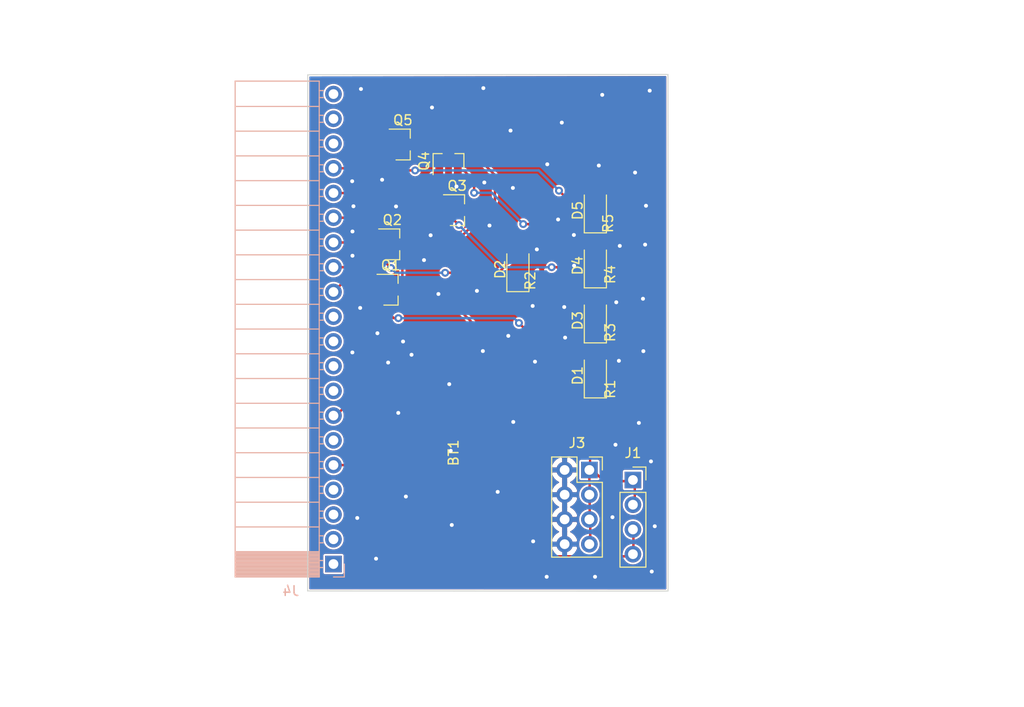
<source format=kicad_pcb>
(kicad_pcb (version 20171130) (host pcbnew 5.1.5+dfsg1-2)

  (general
    (thickness 1.6)
    (drawings 4)
    (tracks 186)
    (zones 0)
    (modules 19)
    (nets 34)
  )

  (page A4)
  (layers
    (0 F.Cu signal)
    (31 B.Cu signal)
    (32 B.Adhes user)
    (33 F.Adhes user)
    (34 B.Paste user)
    (35 F.Paste user)
    (36 B.SilkS user)
    (37 F.SilkS user)
    (38 B.Mask user)
    (39 F.Mask user)
    (40 Dwgs.User user)
    (41 Cmts.User user)
    (42 Eco1.User user)
    (43 Eco2.User user)
    (44 Edge.Cuts user)
    (45 Margin user)
    (46 B.CrtYd user)
    (47 F.CrtYd user)
    (48 B.Fab user)
    (49 F.Fab user)
  )

  (setup
    (last_trace_width 0.25)
    (trace_clearance 0.2)
    (zone_clearance 0.508)
    (zone_45_only no)
    (trace_min 0.2)
    (via_size 0.8)
    (via_drill 0.4)
    (via_min_size 0.4)
    (via_min_drill 0.3)
    (uvia_size 0.3)
    (uvia_drill 0.1)
    (uvias_allowed no)
    (uvia_min_size 0.2)
    (uvia_min_drill 0.1)
    (edge_width 0.05)
    (segment_width 0.2)
    (pcb_text_width 0.3)
    (pcb_text_size 1.5 1.5)
    (mod_edge_width 0.12)
    (mod_text_size 1 1)
    (mod_text_width 0.15)
    (pad_size 1.524 1.524)
    (pad_drill 0.762)
    (pad_to_mask_clearance 0)
    (aux_axis_origin 0 0)
    (visible_elements FFFFFF7F)
    (pcbplotparams
      (layerselection 0x010f0_ffffffff)
      (usegerberextensions false)
      (usegerberattributes false)
      (usegerberadvancedattributes false)
      (creategerberjobfile false)
      (excludeedgelayer true)
      (linewidth 0.100000)
      (plotframeref false)
      (viasonmask false)
      (mode 1)
      (useauxorigin false)
      (hpglpennumber 1)
      (hpglpenspeed 20)
      (hpglpendiameter 15.000000)
      (psnegative false)
      (psa4output false)
      (plotreference true)
      (plotvalue true)
      (plotinvisibletext false)
      (padsonsilk false)
      (subtractmaskfromsilk false)
      (outputformat 1)
      (mirror false)
      (drillshape 0)
      (scaleselection 1)
      (outputdirectory "../../out/"))
  )

  (net 0 "")
  (net 1 GND)
  (net 2 +3V3)
  (net 3 "Net-(D1-Pad1)")
  (net 4 "Net-(D1-Pad2)")
  (net 5 "Net-(D2-Pad1)")
  (net 6 "Net-(D2-Pad2)")
  (net 7 "Net-(D3-Pad2)")
  (net 8 "Net-(D3-Pad1)")
  (net 9 "Net-(D4-Pad1)")
  (net 10 "Net-(D4-Pad2)")
  (net 11 "Net-(D5-Pad2)")
  (net 12 "Net-(D5-Pad1)")
  (net 13 "Net-(J4-Pad1)")
  (net 14 "Net-(J4-Pad2)")
  (net 15 "Net-(J4-Pad3)")
  (net 16 "Net-(J4-Pad4)")
  (net 17 "Net-(J4-Pad5)")
  (net 18 "Net-(J4-Pad6)")
  (net 19 "Net-(J4-Pad7)")
  (net 20 "Net-(J4-Pad8)")
  (net 21 "Net-(J4-Pad9)")
  (net 22 "Net-(J4-Pad10)")
  (net 23 "Net-(J4-Pad11)")
  (net 24 "Net-(J4-Pad12)")
  (net 25 "Net-(J4-Pad18)")
  (net 26 "Net-(J4-Pad19)")
  (net 27 "Net-(J4-Pad20)")
  (net 28 "Net-(BT1-Pad1)")
  (net 29 "Net-(J4-Pad13)")
  (net 30 "Net-(J4-Pad14)")
  (net 31 "Net-(J4-Pad15)")
  (net 32 "Net-(J4-Pad16)")
  (net 33 "Net-(J4-Pad17)")

  (net_class Default "This is the default net class."
    (clearance 0.2)
    (trace_width 0.25)
    (via_dia 0.8)
    (via_drill 0.4)
    (uvia_dia 0.3)
    (uvia_drill 0.1)
    (add_net +3V3)
    (add_net GND)
    (add_net "Net-(BT1-Pad1)")
    (add_net "Net-(D1-Pad1)")
    (add_net "Net-(D1-Pad2)")
    (add_net "Net-(D2-Pad1)")
    (add_net "Net-(D2-Pad2)")
    (add_net "Net-(D3-Pad1)")
    (add_net "Net-(D3-Pad2)")
    (add_net "Net-(D4-Pad1)")
    (add_net "Net-(D4-Pad2)")
    (add_net "Net-(D5-Pad1)")
    (add_net "Net-(D5-Pad2)")
    (add_net "Net-(J4-Pad1)")
    (add_net "Net-(J4-Pad10)")
    (add_net "Net-(J4-Pad11)")
    (add_net "Net-(J4-Pad12)")
    (add_net "Net-(J4-Pad13)")
    (add_net "Net-(J4-Pad14)")
    (add_net "Net-(J4-Pad15)")
    (add_net "Net-(J4-Pad16)")
    (add_net "Net-(J4-Pad17)")
    (add_net "Net-(J4-Pad18)")
    (add_net "Net-(J4-Pad19)")
    (add_net "Net-(J4-Pad2)")
    (add_net "Net-(J4-Pad20)")
    (add_net "Net-(J4-Pad3)")
    (add_net "Net-(J4-Pad4)")
    (add_net "Net-(J4-Pad5)")
    (add_net "Net-(J4-Pad6)")
    (add_net "Net-(J4-Pad7)")
    (add_net "Net-(J4-Pad8)")
    (add_net "Net-(J4-Pad9)")
  )

  (module Resistor_SMD:R_0402_1005Metric (layer F.Cu) (tedit 5B301BBD) (tstamp 5E0A9E2B)
    (at 103.01 41.22 90)
    (descr "Resistor SMD 0402 (1005 Metric), square (rectangular) end terminal, IPC_7351 nominal, (Body size source: http://www.tortai-tech.com/upload/download/2011102023233369053.pdf), generated with kicad-footprint-generator")
    (tags resistor)
    (path /5DF9644A)
    (attr smd)
    (fp_text reference R5 (at 0 -1.17 90) (layer F.SilkS)
      (effects (font (size 1 1) (thickness 0.15)))
    )
    (fp_text value "10 kOhm" (at 0 1.17 90) (layer F.Fab)
      (effects (font (size 1 1) (thickness 0.15)))
    )
    (fp_text user %R (at 0 0 90) (layer F.Fab)
      (effects (font (size 0.25 0.25) (thickness 0.04)))
    )
    (fp_line (start 0.93 0.47) (end -0.93 0.47) (layer F.CrtYd) (width 0.05))
    (fp_line (start 0.93 -0.47) (end 0.93 0.47) (layer F.CrtYd) (width 0.05))
    (fp_line (start -0.93 -0.47) (end 0.93 -0.47) (layer F.CrtYd) (width 0.05))
    (fp_line (start -0.93 0.47) (end -0.93 -0.47) (layer F.CrtYd) (width 0.05))
    (fp_line (start 0.5 0.25) (end -0.5 0.25) (layer F.Fab) (width 0.1))
    (fp_line (start 0.5 -0.25) (end 0.5 0.25) (layer F.Fab) (width 0.1))
    (fp_line (start -0.5 -0.25) (end 0.5 -0.25) (layer F.Fab) (width 0.1))
    (fp_line (start -0.5 0.25) (end -0.5 -0.25) (layer F.Fab) (width 0.1))
    (pad 2 smd roundrect (at 0.485 0 90) (size 0.59 0.64) (layers F.Cu F.Paste F.Mask) (roundrect_rratio 0.25)
      (net 1 GND))
    (pad 1 smd roundrect (at -0.485 0 90) (size 0.59 0.64) (layers F.Cu F.Paste F.Mask) (roundrect_rratio 0.25)
      (net 12 "Net-(D5-Pad1)"))
    (model ${KISYS3DMOD}/Resistor_SMD.3dshapes/R_0402_1005Metric.wrl
      (at (xyz 0 0 0))
      (scale (xyz 1 1 1))
      (rotate (xyz 0 0 0))
    )
  )

  (module Resistor_SMD:R_0402_1005Metric (layer F.Cu) (tedit 5B301BBD) (tstamp 5E0A9E1C)
    (at 103.23 46.47 90)
    (descr "Resistor SMD 0402 (1005 Metric), square (rectangular) end terminal, IPC_7351 nominal, (Body size source: http://www.tortai-tech.com/upload/download/2011102023233369053.pdf), generated with kicad-footprint-generator")
    (tags resistor)
    (path /5DF943EA)
    (attr smd)
    (fp_text reference R4 (at 0 -1.17 90) (layer F.SilkS)
      (effects (font (size 1 1) (thickness 0.15)))
    )
    (fp_text value "10 kOhm" (at 0 1.17 90) (layer F.Fab)
      (effects (font (size 1 1) (thickness 0.15)))
    )
    (fp_text user %R (at 0 0 90) (layer F.Fab)
      (effects (font (size 0.25 0.25) (thickness 0.04)))
    )
    (fp_line (start 0.93 0.47) (end -0.93 0.47) (layer F.CrtYd) (width 0.05))
    (fp_line (start 0.93 -0.47) (end 0.93 0.47) (layer F.CrtYd) (width 0.05))
    (fp_line (start -0.93 -0.47) (end 0.93 -0.47) (layer F.CrtYd) (width 0.05))
    (fp_line (start -0.93 0.47) (end -0.93 -0.47) (layer F.CrtYd) (width 0.05))
    (fp_line (start 0.5 0.25) (end -0.5 0.25) (layer F.Fab) (width 0.1))
    (fp_line (start 0.5 -0.25) (end 0.5 0.25) (layer F.Fab) (width 0.1))
    (fp_line (start -0.5 -0.25) (end 0.5 -0.25) (layer F.Fab) (width 0.1))
    (fp_line (start -0.5 0.25) (end -0.5 -0.25) (layer F.Fab) (width 0.1))
    (pad 2 smd roundrect (at 0.485 0 90) (size 0.59 0.64) (layers F.Cu F.Paste F.Mask) (roundrect_rratio 0.25)
      (net 1 GND))
    (pad 1 smd roundrect (at -0.485 0 90) (size 0.59 0.64) (layers F.Cu F.Paste F.Mask) (roundrect_rratio 0.25)
      (net 9 "Net-(D4-Pad1)"))
    (model ${KISYS3DMOD}/Resistor_SMD.3dshapes/R_0402_1005Metric.wrl
      (at (xyz 0 0 0))
      (scale (xyz 1 1 1))
      (rotate (xyz 0 0 0))
    )
  )

  (module Resistor_SMD:R_0402_1005Metric (layer F.Cu) (tedit 5B301BBD) (tstamp 5E0A9E0D)
    (at 103.225001 52.424999 90)
    (descr "Resistor SMD 0402 (1005 Metric), square (rectangular) end terminal, IPC_7351 nominal, (Body size source: http://www.tortai-tech.com/upload/download/2011102023233369053.pdf), generated with kicad-footprint-generator")
    (tags resistor)
    (path /5DF9243D)
    (attr smd)
    (fp_text reference R3 (at 0 -1.17 90) (layer F.SilkS)
      (effects (font (size 1 1) (thickness 0.15)))
    )
    (fp_text value "10 kOhm" (at 0 1.17 90) (layer F.Fab)
      (effects (font (size 1 1) (thickness 0.15)))
    )
    (fp_text user %R (at 0 0 90) (layer F.Fab)
      (effects (font (size 0.25 0.25) (thickness 0.04)))
    )
    (fp_line (start 0.93 0.47) (end -0.93 0.47) (layer F.CrtYd) (width 0.05))
    (fp_line (start 0.93 -0.47) (end 0.93 0.47) (layer F.CrtYd) (width 0.05))
    (fp_line (start -0.93 -0.47) (end 0.93 -0.47) (layer F.CrtYd) (width 0.05))
    (fp_line (start -0.93 0.47) (end -0.93 -0.47) (layer F.CrtYd) (width 0.05))
    (fp_line (start 0.5 0.25) (end -0.5 0.25) (layer F.Fab) (width 0.1))
    (fp_line (start 0.5 -0.25) (end 0.5 0.25) (layer F.Fab) (width 0.1))
    (fp_line (start -0.5 -0.25) (end 0.5 -0.25) (layer F.Fab) (width 0.1))
    (fp_line (start -0.5 0.25) (end -0.5 -0.25) (layer F.Fab) (width 0.1))
    (pad 2 smd roundrect (at 0.485 0 90) (size 0.59 0.64) (layers F.Cu F.Paste F.Mask) (roundrect_rratio 0.25)
      (net 1 GND))
    (pad 1 smd roundrect (at -0.485 0 90) (size 0.59 0.64) (layers F.Cu F.Paste F.Mask) (roundrect_rratio 0.25)
      (net 8 "Net-(D3-Pad1)"))
    (model ${KISYS3DMOD}/Resistor_SMD.3dshapes/R_0402_1005Metric.wrl
      (at (xyz 0 0 0))
      (scale (xyz 1 1 1))
      (rotate (xyz 0 0 0))
    )
  )

  (module Resistor_SMD:R_0402_1005Metric (layer F.Cu) (tedit 5B301BBD) (tstamp 5E0A9DFE)
    (at 95.03 47.1 90)
    (descr "Resistor SMD 0402 (1005 Metric), square (rectangular) end terminal, IPC_7351 nominal, (Body size source: http://www.tortai-tech.com/upload/download/2011102023233369053.pdf), generated with kicad-footprint-generator")
    (tags resistor)
    (path /5DF9048D)
    (attr smd)
    (fp_text reference R2 (at 0 -1.17 90) (layer F.SilkS)
      (effects (font (size 1 1) (thickness 0.15)))
    )
    (fp_text value "10 kOhm" (at 0 1.17 90) (layer F.Fab)
      (effects (font (size 1 1) (thickness 0.15)))
    )
    (fp_text user %R (at 0 0 90) (layer F.Fab)
      (effects (font (size 0.25 0.25) (thickness 0.04)))
    )
    (fp_line (start 0.93 0.47) (end -0.93 0.47) (layer F.CrtYd) (width 0.05))
    (fp_line (start 0.93 -0.47) (end 0.93 0.47) (layer F.CrtYd) (width 0.05))
    (fp_line (start -0.93 -0.47) (end 0.93 -0.47) (layer F.CrtYd) (width 0.05))
    (fp_line (start -0.93 0.47) (end -0.93 -0.47) (layer F.CrtYd) (width 0.05))
    (fp_line (start 0.5 0.25) (end -0.5 0.25) (layer F.Fab) (width 0.1))
    (fp_line (start 0.5 -0.25) (end 0.5 0.25) (layer F.Fab) (width 0.1))
    (fp_line (start -0.5 -0.25) (end 0.5 -0.25) (layer F.Fab) (width 0.1))
    (fp_line (start -0.5 0.25) (end -0.5 -0.25) (layer F.Fab) (width 0.1))
    (pad 2 smd roundrect (at 0.485 0 90) (size 0.59 0.64) (layers F.Cu F.Paste F.Mask) (roundrect_rratio 0.25)
      (net 1 GND))
    (pad 1 smd roundrect (at -0.485 0 90) (size 0.59 0.64) (layers F.Cu F.Paste F.Mask) (roundrect_rratio 0.25)
      (net 5 "Net-(D2-Pad1)"))
    (model ${KISYS3DMOD}/Resistor_SMD.3dshapes/R_0402_1005Metric.wrl
      (at (xyz 0 0 0))
      (scale (xyz 1 1 1))
      (rotate (xyz 0 0 0))
    )
  )

  (module Resistor_SMD:R_0402_1005Metric (layer F.Cu) (tedit 5B301BBD) (tstamp 5E0A9DEF)
    (at 103.225001 58.244999 90)
    (descr "Resistor SMD 0402 (1005 Metric), square (rectangular) end terminal, IPC_7351 nominal, (Body size source: http://www.tortai-tech.com/upload/download/2011102023233369053.pdf), generated with kicad-footprint-generator")
    (tags resistor)
    (path /5DF8EF38)
    (attr smd)
    (fp_text reference R1 (at 0 -1.17 90) (layer F.SilkS)
      (effects (font (size 1 1) (thickness 0.15)))
    )
    (fp_text value "10 kOhm" (at 0 1.17 90) (layer F.Fab)
      (effects (font (size 1 1) (thickness 0.15)))
    )
    (fp_text user %R (at 0 0 90) (layer F.Fab)
      (effects (font (size 0.25 0.25) (thickness 0.04)))
    )
    (fp_line (start 0.93 0.47) (end -0.93 0.47) (layer F.CrtYd) (width 0.05))
    (fp_line (start 0.93 -0.47) (end 0.93 0.47) (layer F.CrtYd) (width 0.05))
    (fp_line (start -0.93 -0.47) (end 0.93 -0.47) (layer F.CrtYd) (width 0.05))
    (fp_line (start -0.93 0.47) (end -0.93 -0.47) (layer F.CrtYd) (width 0.05))
    (fp_line (start 0.5 0.25) (end -0.5 0.25) (layer F.Fab) (width 0.1))
    (fp_line (start 0.5 -0.25) (end 0.5 0.25) (layer F.Fab) (width 0.1))
    (fp_line (start -0.5 -0.25) (end 0.5 -0.25) (layer F.Fab) (width 0.1))
    (fp_line (start -0.5 0.25) (end -0.5 -0.25) (layer F.Fab) (width 0.1))
    (pad 2 smd roundrect (at 0.485 0 90) (size 0.59 0.64) (layers F.Cu F.Paste F.Mask) (roundrect_rratio 0.25)
      (net 1 GND))
    (pad 1 smd roundrect (at -0.485 0 90) (size 0.59 0.64) (layers F.Cu F.Paste F.Mask) (roundrect_rratio 0.25)
      (net 3 "Net-(D1-Pad1)"))
    (model ${KISYS3DMOD}/Resistor_SMD.3dshapes/R_0402_1005Metric.wrl
      (at (xyz 0 0 0))
      (scale (xyz 1 1 1))
      (rotate (xyz 0 0 0))
    )
  )

  (module Package_TO_SOT_SMD:SOT-23 (layer F.Cu) (tedit 5A02FF57) (tstamp 5E0A9DE0)
    (at 80.78 33.12)
    (descr "SOT-23, Standard")
    (tags SOT-23)
    (path /5E0C5610)
    (attr smd)
    (fp_text reference Q5 (at 0 -2.5) (layer F.SilkS)
      (effects (font (size 1 1) (thickness 0.15)))
    )
    (fp_text value 2N7002 (at 0 2.5) (layer F.Fab)
      (effects (font (size 1 1) (thickness 0.15)))
    )
    (fp_line (start 0.76 1.58) (end -0.7 1.58) (layer F.SilkS) (width 0.12))
    (fp_line (start 0.76 -1.58) (end -1.4 -1.58) (layer F.SilkS) (width 0.12))
    (fp_line (start -1.7 1.75) (end -1.7 -1.75) (layer F.CrtYd) (width 0.05))
    (fp_line (start 1.7 1.75) (end -1.7 1.75) (layer F.CrtYd) (width 0.05))
    (fp_line (start 1.7 -1.75) (end 1.7 1.75) (layer F.CrtYd) (width 0.05))
    (fp_line (start -1.7 -1.75) (end 1.7 -1.75) (layer F.CrtYd) (width 0.05))
    (fp_line (start 0.76 -1.58) (end 0.76 -0.65) (layer F.SilkS) (width 0.12))
    (fp_line (start 0.76 1.58) (end 0.76 0.65) (layer F.SilkS) (width 0.12))
    (fp_line (start -0.7 1.52) (end 0.7 1.52) (layer F.Fab) (width 0.1))
    (fp_line (start 0.7 -1.52) (end 0.7 1.52) (layer F.Fab) (width 0.1))
    (fp_line (start -0.7 -0.95) (end -0.15 -1.52) (layer F.Fab) (width 0.1))
    (fp_line (start -0.15 -1.52) (end 0.7 -1.52) (layer F.Fab) (width 0.1))
    (fp_line (start -0.7 -0.95) (end -0.7 1.5) (layer F.Fab) (width 0.1))
    (fp_text user %R (at 0 0 90) (layer F.Fab)
      (effects (font (size 0.5 0.5) (thickness 0.075)))
    )
    (pad 3 smd rect (at 1 0) (size 0.9 0.8) (layers F.Cu F.Paste F.Mask)
      (net 2 +3V3))
    (pad 2 smd rect (at -1 0.95) (size 0.9 0.8) (layers F.Cu F.Paste F.Mask)
      (net 11 "Net-(D5-Pad2)"))
    (pad 1 smd rect (at -1 -0.95) (size 0.9 0.8) (layers F.Cu F.Paste F.Mask)
      (net 33 "Net-(J4-Pad17)"))
    (model ${KISYS3DMOD}/Package_TO_SOT_SMD.3dshapes/SOT-23.wrl
      (at (xyz 0 0 0))
      (scale (xyz 1 1 1))
      (rotate (xyz 0 0 0))
    )
  )

  (module Package_TO_SOT_SMD:SOT-23 (layer F.Cu) (tedit 5A02FF57) (tstamp 5E0A9DCB)
    (at 85.465001 34.814999 90)
    (descr "SOT-23, Standard")
    (tags SOT-23)
    (path /5E0C32B5)
    (attr smd)
    (fp_text reference Q4 (at 0 -2.5 90) (layer F.SilkS)
      (effects (font (size 1 1) (thickness 0.15)))
    )
    (fp_text value 2N7002 (at 0 2.5 90) (layer F.Fab)
      (effects (font (size 1 1) (thickness 0.15)))
    )
    (fp_line (start 0.76 1.58) (end -0.7 1.58) (layer F.SilkS) (width 0.12))
    (fp_line (start 0.76 -1.58) (end -1.4 -1.58) (layer F.SilkS) (width 0.12))
    (fp_line (start -1.7 1.75) (end -1.7 -1.75) (layer F.CrtYd) (width 0.05))
    (fp_line (start 1.7 1.75) (end -1.7 1.75) (layer F.CrtYd) (width 0.05))
    (fp_line (start 1.7 -1.75) (end 1.7 1.75) (layer F.CrtYd) (width 0.05))
    (fp_line (start -1.7 -1.75) (end 1.7 -1.75) (layer F.CrtYd) (width 0.05))
    (fp_line (start 0.76 -1.58) (end 0.76 -0.65) (layer F.SilkS) (width 0.12))
    (fp_line (start 0.76 1.58) (end 0.76 0.65) (layer F.SilkS) (width 0.12))
    (fp_line (start -0.7 1.52) (end 0.7 1.52) (layer F.Fab) (width 0.1))
    (fp_line (start 0.7 -1.52) (end 0.7 1.52) (layer F.Fab) (width 0.1))
    (fp_line (start -0.7 -0.95) (end -0.15 -1.52) (layer F.Fab) (width 0.1))
    (fp_line (start -0.15 -1.52) (end 0.7 -1.52) (layer F.Fab) (width 0.1))
    (fp_line (start -0.7 -0.95) (end -0.7 1.5) (layer F.Fab) (width 0.1))
    (fp_text user %R (at 0 0) (layer F.Fab)
      (effects (font (size 0.5 0.5) (thickness 0.075)))
    )
    (pad 3 smd rect (at 1 0 90) (size 0.9 0.8) (layers F.Cu F.Paste F.Mask)
      (net 2 +3V3))
    (pad 2 smd rect (at -1 0.95 90) (size 0.9 0.8) (layers F.Cu F.Paste F.Mask)
      (net 10 "Net-(D4-Pad2)"))
    (pad 1 smd rect (at -1 -0.95 90) (size 0.9 0.8) (layers F.Cu F.Paste F.Mask)
      (net 32 "Net-(J4-Pad16)"))
    (model ${KISYS3DMOD}/Package_TO_SOT_SMD.3dshapes/SOT-23.wrl
      (at (xyz 0 0 0))
      (scale (xyz 1 1 1))
      (rotate (xyz 0 0 0))
    )
  )

  (module Package_TO_SOT_SMD:SOT-23 (layer F.Cu) (tedit 5A02FF57) (tstamp 5E0A9DB6)
    (at 86.35 39.86)
    (descr "SOT-23, Standard")
    (tags SOT-23)
    (path /5E0CCCBE)
    (attr smd)
    (fp_text reference Q3 (at 0 -2.5) (layer F.SilkS)
      (effects (font (size 1 1) (thickness 0.15)))
    )
    (fp_text value 2N7002 (at 0 2.5) (layer F.Fab)
      (effects (font (size 1 1) (thickness 0.15)))
    )
    (fp_line (start 0.76 1.58) (end -0.7 1.58) (layer F.SilkS) (width 0.12))
    (fp_line (start 0.76 -1.58) (end -1.4 -1.58) (layer F.SilkS) (width 0.12))
    (fp_line (start -1.7 1.75) (end -1.7 -1.75) (layer F.CrtYd) (width 0.05))
    (fp_line (start 1.7 1.75) (end -1.7 1.75) (layer F.CrtYd) (width 0.05))
    (fp_line (start 1.7 -1.75) (end 1.7 1.75) (layer F.CrtYd) (width 0.05))
    (fp_line (start -1.7 -1.75) (end 1.7 -1.75) (layer F.CrtYd) (width 0.05))
    (fp_line (start 0.76 -1.58) (end 0.76 -0.65) (layer F.SilkS) (width 0.12))
    (fp_line (start 0.76 1.58) (end 0.76 0.65) (layer F.SilkS) (width 0.12))
    (fp_line (start -0.7 1.52) (end 0.7 1.52) (layer F.Fab) (width 0.1))
    (fp_line (start 0.7 -1.52) (end 0.7 1.52) (layer F.Fab) (width 0.1))
    (fp_line (start -0.7 -0.95) (end -0.15 -1.52) (layer F.Fab) (width 0.1))
    (fp_line (start -0.15 -1.52) (end 0.7 -1.52) (layer F.Fab) (width 0.1))
    (fp_line (start -0.7 -0.95) (end -0.7 1.5) (layer F.Fab) (width 0.1))
    (fp_text user %R (at 0 0 90) (layer F.Fab)
      (effects (font (size 0.5 0.5) (thickness 0.075)))
    )
    (pad 3 smd rect (at 1 0) (size 0.9 0.8) (layers F.Cu F.Paste F.Mask)
      (net 2 +3V3))
    (pad 2 smd rect (at -1 0.95) (size 0.9 0.8) (layers F.Cu F.Paste F.Mask)
      (net 7 "Net-(D3-Pad2)"))
    (pad 1 smd rect (at -1 -0.95) (size 0.9 0.8) (layers F.Cu F.Paste F.Mask)
      (net 31 "Net-(J4-Pad15)"))
    (model ${KISYS3DMOD}/Package_TO_SOT_SMD.3dshapes/SOT-23.wrl
      (at (xyz 0 0 0))
      (scale (xyz 1 1 1))
      (rotate (xyz 0 0 0))
    )
  )

  (module Package_TO_SOT_SMD:SOT-23 (layer F.Cu) (tedit 5A02FF57) (tstamp 5E0A9DA1)
    (at 79.7 43.37)
    (descr "SOT-23, Standard")
    (tags SOT-23)
    (path /5E0C814E)
    (attr smd)
    (fp_text reference Q2 (at 0 -2.5) (layer F.SilkS)
      (effects (font (size 1 1) (thickness 0.15)))
    )
    (fp_text value 2N7002 (at 0 2.5) (layer F.Fab)
      (effects (font (size 1 1) (thickness 0.15)))
    )
    (fp_line (start 0.76 1.58) (end -0.7 1.58) (layer F.SilkS) (width 0.12))
    (fp_line (start 0.76 -1.58) (end -1.4 -1.58) (layer F.SilkS) (width 0.12))
    (fp_line (start -1.7 1.75) (end -1.7 -1.75) (layer F.CrtYd) (width 0.05))
    (fp_line (start 1.7 1.75) (end -1.7 1.75) (layer F.CrtYd) (width 0.05))
    (fp_line (start 1.7 -1.75) (end 1.7 1.75) (layer F.CrtYd) (width 0.05))
    (fp_line (start -1.7 -1.75) (end 1.7 -1.75) (layer F.CrtYd) (width 0.05))
    (fp_line (start 0.76 -1.58) (end 0.76 -0.65) (layer F.SilkS) (width 0.12))
    (fp_line (start 0.76 1.58) (end 0.76 0.65) (layer F.SilkS) (width 0.12))
    (fp_line (start -0.7 1.52) (end 0.7 1.52) (layer F.Fab) (width 0.1))
    (fp_line (start 0.7 -1.52) (end 0.7 1.52) (layer F.Fab) (width 0.1))
    (fp_line (start -0.7 -0.95) (end -0.15 -1.52) (layer F.Fab) (width 0.1))
    (fp_line (start -0.15 -1.52) (end 0.7 -1.52) (layer F.Fab) (width 0.1))
    (fp_line (start -0.7 -0.95) (end -0.7 1.5) (layer F.Fab) (width 0.1))
    (fp_text user %R (at 0 0 90) (layer F.Fab)
      (effects (font (size 0.5 0.5) (thickness 0.075)))
    )
    (pad 3 smd rect (at 1 0) (size 0.9 0.8) (layers F.Cu F.Paste F.Mask)
      (net 2 +3V3))
    (pad 2 smd rect (at -1 0.95) (size 0.9 0.8) (layers F.Cu F.Paste F.Mask)
      (net 6 "Net-(D2-Pad2)"))
    (pad 1 smd rect (at -1 -0.95) (size 0.9 0.8) (layers F.Cu F.Paste F.Mask)
      (net 30 "Net-(J4-Pad14)"))
    (model ${KISYS3DMOD}/Package_TO_SOT_SMD.3dshapes/SOT-23.wrl
      (at (xyz 0 0 0))
      (scale (xyz 1 1 1))
      (rotate (xyz 0 0 0))
    )
  )

  (module Package_TO_SOT_SMD:SOT-23 (layer F.Cu) (tedit 5A02FF57) (tstamp 5E0A9D8C)
    (at 79.53 48.03)
    (descr "SOT-23, Standard")
    (tags SOT-23)
    (path /5E0CA3B7)
    (attr smd)
    (fp_text reference Q1 (at 0 -2.5) (layer F.SilkS)
      (effects (font (size 1 1) (thickness 0.15)))
    )
    (fp_text value 2N7002 (at 0 2.5) (layer F.Fab)
      (effects (font (size 1 1) (thickness 0.15)))
    )
    (fp_line (start 0.76 1.58) (end -0.7 1.58) (layer F.SilkS) (width 0.12))
    (fp_line (start 0.76 -1.58) (end -1.4 -1.58) (layer F.SilkS) (width 0.12))
    (fp_line (start -1.7 1.75) (end -1.7 -1.75) (layer F.CrtYd) (width 0.05))
    (fp_line (start 1.7 1.75) (end -1.7 1.75) (layer F.CrtYd) (width 0.05))
    (fp_line (start 1.7 -1.75) (end 1.7 1.75) (layer F.CrtYd) (width 0.05))
    (fp_line (start -1.7 -1.75) (end 1.7 -1.75) (layer F.CrtYd) (width 0.05))
    (fp_line (start 0.76 -1.58) (end 0.76 -0.65) (layer F.SilkS) (width 0.12))
    (fp_line (start 0.76 1.58) (end 0.76 0.65) (layer F.SilkS) (width 0.12))
    (fp_line (start -0.7 1.52) (end 0.7 1.52) (layer F.Fab) (width 0.1))
    (fp_line (start 0.7 -1.52) (end 0.7 1.52) (layer F.Fab) (width 0.1))
    (fp_line (start -0.7 -0.95) (end -0.15 -1.52) (layer F.Fab) (width 0.1))
    (fp_line (start -0.15 -1.52) (end 0.7 -1.52) (layer F.Fab) (width 0.1))
    (fp_line (start -0.7 -0.95) (end -0.7 1.5) (layer F.Fab) (width 0.1))
    (fp_text user %R (at 0 0 90) (layer F.Fab)
      (effects (font (size 0.5 0.5) (thickness 0.075)))
    )
    (pad 3 smd rect (at 1 0) (size 0.9 0.8) (layers F.Cu F.Paste F.Mask)
      (net 2 +3V3))
    (pad 2 smd rect (at -1 0.95) (size 0.9 0.8) (layers F.Cu F.Paste F.Mask)
      (net 4 "Net-(D1-Pad2)"))
    (pad 1 smd rect (at -1 -0.95) (size 0.9 0.8) (layers F.Cu F.Paste F.Mask)
      (net 29 "Net-(J4-Pad13)"))
    (model ${KISYS3DMOD}/Package_TO_SOT_SMD.3dshapes/SOT-23.wrl
      (at (xyz 0 0 0))
      (scale (xyz 1 1 1))
      (rotate (xyz 0 0 0))
    )
  )

  (module Connector_PinSocket_2.54mm:PinSocket_2x04_P2.54mm_Vertical (layer F.Cu) (tedit 5A19A422) (tstamp 5E0A9C11)
    (at 99.92 66.54)
    (descr "Through hole straight socket strip, 2x04, 2.54mm pitch, double cols (from Kicad 4.0.7), script generated")
    (tags "Through hole socket strip THT 2x04 2.54mm double row")
    (path /5DF5B1E1)
    (fp_text reference J3 (at -1.27 -2.77) (layer F.SilkS)
      (effects (font (size 1 1) (thickness 0.15)))
    )
    (fp_text value Conn_02x04_Odd_Even (at -1.27 10.39) (layer F.Fab)
      (effects (font (size 1 1) (thickness 0.15)))
    )
    (fp_text user %R (at -1.27 3.81 90) (layer F.Fab)
      (effects (font (size 1 1) (thickness 0.15)))
    )
    (fp_line (start -4.34 9.4) (end -4.34 -1.8) (layer F.CrtYd) (width 0.05))
    (fp_line (start 1.76 9.4) (end -4.34 9.4) (layer F.CrtYd) (width 0.05))
    (fp_line (start 1.76 -1.8) (end 1.76 9.4) (layer F.CrtYd) (width 0.05))
    (fp_line (start -4.34 -1.8) (end 1.76 -1.8) (layer F.CrtYd) (width 0.05))
    (fp_line (start 0 -1.33) (end 1.33 -1.33) (layer F.SilkS) (width 0.12))
    (fp_line (start 1.33 -1.33) (end 1.33 0) (layer F.SilkS) (width 0.12))
    (fp_line (start -1.27 -1.33) (end -1.27 1.27) (layer F.SilkS) (width 0.12))
    (fp_line (start -1.27 1.27) (end 1.33 1.27) (layer F.SilkS) (width 0.12))
    (fp_line (start 1.33 1.27) (end 1.33 8.95) (layer F.SilkS) (width 0.12))
    (fp_line (start -3.87 8.95) (end 1.33 8.95) (layer F.SilkS) (width 0.12))
    (fp_line (start -3.87 -1.33) (end -3.87 8.95) (layer F.SilkS) (width 0.12))
    (fp_line (start -3.87 -1.33) (end -1.27 -1.33) (layer F.SilkS) (width 0.12))
    (fp_line (start -3.81 8.89) (end -3.81 -1.27) (layer F.Fab) (width 0.1))
    (fp_line (start 1.27 8.89) (end -3.81 8.89) (layer F.Fab) (width 0.1))
    (fp_line (start 1.27 -0.27) (end 1.27 8.89) (layer F.Fab) (width 0.1))
    (fp_line (start 0.27 -1.27) (end 1.27 -0.27) (layer F.Fab) (width 0.1))
    (fp_line (start -3.81 -1.27) (end 0.27 -1.27) (layer F.Fab) (width 0.1))
    (pad 8 thru_hole oval (at -2.54 7.62) (size 1.7 1.7) (drill 1) (layers *.Cu *.Mask)
      (net 1 GND))
    (pad 7 thru_hole oval (at 0 7.62) (size 1.7 1.7) (drill 1) (layers *.Cu *.Mask)
      (net 2 +3V3))
    (pad 6 thru_hole oval (at -2.54 5.08) (size 1.7 1.7) (drill 1) (layers *.Cu *.Mask)
      (net 1 GND))
    (pad 5 thru_hole oval (at 0 5.08) (size 1.7 1.7) (drill 1) (layers *.Cu *.Mask)
      (net 2 +3V3))
    (pad 4 thru_hole oval (at -2.54 2.54) (size 1.7 1.7) (drill 1) (layers *.Cu *.Mask)
      (net 1 GND))
    (pad 3 thru_hole oval (at 0 2.54) (size 1.7 1.7) (drill 1) (layers *.Cu *.Mask)
      (net 2 +3V3))
    (pad 2 thru_hole oval (at -2.54 0) (size 1.7 1.7) (drill 1) (layers *.Cu *.Mask)
      (net 1 GND))
    (pad 1 thru_hole rect (at 0 0) (size 1.7 1.7) (drill 1) (layers *.Cu *.Mask)
      (net 2 +3V3))
    (model ${KISYS3DMOD}/Connector_PinSocket_2.54mm.3dshapes/PinSocket_2x04_P2.54mm_Vertical.wrl
      (at (xyz 0 0 0))
      (scale (xyz 1 1 1))
      (rotate (xyz 0 0 0))
    )
  )

  (module Connector_PinSocket_2.54mm:PinSocket_1x04_P2.54mm_Vertical (layer F.Cu) (tedit 5A19A429) (tstamp 5E0A9BF3)
    (at 104.39 67.57)
    (descr "Through hole straight socket strip, 1x04, 2.54mm pitch, single row (from Kicad 4.0.7), script generated")
    (tags "Through hole socket strip THT 1x04 2.54mm single row")
    (path /5E1A78A8)
    (fp_text reference J1 (at 0 -2.77) (layer F.SilkS)
      (effects (font (size 1 1) (thickness 0.15)))
    )
    (fp_text value Conn_01x04_Male (at 0 10.39) (layer F.Fab)
      (effects (font (size 1 1) (thickness 0.15)))
    )
    (fp_text user %R (at 0 3.81 90) (layer F.Fab)
      (effects (font (size 1 1) (thickness 0.15)))
    )
    (fp_line (start -1.8 9.4) (end -1.8 -1.8) (layer F.CrtYd) (width 0.05))
    (fp_line (start 1.75 9.4) (end -1.8 9.4) (layer F.CrtYd) (width 0.05))
    (fp_line (start 1.75 -1.8) (end 1.75 9.4) (layer F.CrtYd) (width 0.05))
    (fp_line (start -1.8 -1.8) (end 1.75 -1.8) (layer F.CrtYd) (width 0.05))
    (fp_line (start 0 -1.33) (end 1.33 -1.33) (layer F.SilkS) (width 0.12))
    (fp_line (start 1.33 -1.33) (end 1.33 0) (layer F.SilkS) (width 0.12))
    (fp_line (start 1.33 1.27) (end 1.33 8.95) (layer F.SilkS) (width 0.12))
    (fp_line (start -1.33 8.95) (end 1.33 8.95) (layer F.SilkS) (width 0.12))
    (fp_line (start -1.33 1.27) (end -1.33 8.95) (layer F.SilkS) (width 0.12))
    (fp_line (start -1.33 1.27) (end 1.33 1.27) (layer F.SilkS) (width 0.12))
    (fp_line (start -1.27 8.89) (end -1.27 -1.27) (layer F.Fab) (width 0.1))
    (fp_line (start 1.27 8.89) (end -1.27 8.89) (layer F.Fab) (width 0.1))
    (fp_line (start 1.27 -0.635) (end 1.27 8.89) (layer F.Fab) (width 0.1))
    (fp_line (start 0.635 -1.27) (end 1.27 -0.635) (layer F.Fab) (width 0.1))
    (fp_line (start -1.27 -1.27) (end 0.635 -1.27) (layer F.Fab) (width 0.1))
    (pad 4 thru_hole oval (at 0 7.62) (size 1.7 1.7) (drill 1) (layers *.Cu *.Mask)
      (net 28 "Net-(BT1-Pad1)"))
    (pad 3 thru_hole oval (at 0 5.08) (size 1.7 1.7) (drill 1) (layers *.Cu *.Mask)
      (net 28 "Net-(BT1-Pad1)"))
    (pad 2 thru_hole oval (at 0 2.54) (size 1.7 1.7) (drill 1) (layers *.Cu *.Mask)
      (net 2 +3V3))
    (pad 1 thru_hole rect (at 0 0) (size 1.7 1.7) (drill 1) (layers *.Cu *.Mask)
      (net 2 +3V3))
    (model ${KISYS3DMOD}/Connector_PinSocket_2.54mm.3dshapes/PinSocket_1x04_P2.54mm_Vertical.wrl
      (at (xyz 0 0 0))
      (scale (xyz 1 1 1))
      (rotate (xyz 0 0 0))
    )
  )

  (module LED_SMD:LED_1206_3216Metric (layer F.Cu) (tedit 5B301BBE) (tstamp 5E0A9BDB)
    (at 100.535001 39.904999 90)
    (descr "LED SMD 1206 (3216 Metric), square (rectangular) end terminal, IPC_7351 nominal, (Body size source: http://www.tortai-tech.com/upload/download/2011102023233369053.pdf), generated with kicad-footprint-generator")
    (tags diode)
    (path /5DF8CEB4)
    (attr smd)
    (fp_text reference D5 (at 0 -1.82 90) (layer F.SilkS)
      (effects (font (size 1 1) (thickness 0.15)))
    )
    (fp_text value LED (at 0 1.82 90) (layer F.Fab)
      (effects (font (size 1 1) (thickness 0.15)))
    )
    (fp_text user %R (at 0 0 90) (layer F.Fab)
      (effects (font (size 0.8 0.8) (thickness 0.12)))
    )
    (fp_line (start 2.28 1.12) (end -2.28 1.12) (layer F.CrtYd) (width 0.05))
    (fp_line (start 2.28 -1.12) (end 2.28 1.12) (layer F.CrtYd) (width 0.05))
    (fp_line (start -2.28 -1.12) (end 2.28 -1.12) (layer F.CrtYd) (width 0.05))
    (fp_line (start -2.28 1.12) (end -2.28 -1.12) (layer F.CrtYd) (width 0.05))
    (fp_line (start -2.285 1.135) (end 1.6 1.135) (layer F.SilkS) (width 0.12))
    (fp_line (start -2.285 -1.135) (end -2.285 1.135) (layer F.SilkS) (width 0.12))
    (fp_line (start 1.6 -1.135) (end -2.285 -1.135) (layer F.SilkS) (width 0.12))
    (fp_line (start 1.6 0.8) (end 1.6 -0.8) (layer F.Fab) (width 0.1))
    (fp_line (start -1.6 0.8) (end 1.6 0.8) (layer F.Fab) (width 0.1))
    (fp_line (start -1.6 -0.4) (end -1.6 0.8) (layer F.Fab) (width 0.1))
    (fp_line (start -1.2 -0.8) (end -1.6 -0.4) (layer F.Fab) (width 0.1))
    (fp_line (start 1.6 -0.8) (end -1.2 -0.8) (layer F.Fab) (width 0.1))
    (pad 2 smd roundrect (at 1.4 0 90) (size 1.25 1.75) (layers F.Cu F.Paste F.Mask) (roundrect_rratio 0.2)
      (net 11 "Net-(D5-Pad2)"))
    (pad 1 smd roundrect (at -1.4 0 90) (size 1.25 1.75) (layers F.Cu F.Paste F.Mask) (roundrect_rratio 0.2)
      (net 12 "Net-(D5-Pad1)"))
    (model ${KISYS3DMOD}/LED_SMD.3dshapes/LED_1206_3216Metric.wrl
      (at (xyz 0 0 0))
      (scale (xyz 1 1 1))
      (rotate (xyz 0 0 0))
    )
  )

  (module LED_SMD:LED_1206_3216Metric (layer F.Cu) (tedit 5B301BBE) (tstamp 5E0A9BC8)
    (at 100.535001 45.554999 90)
    (descr "LED SMD 1206 (3216 Metric), square (rectangular) end terminal, IPC_7351 nominal, (Body size source: http://www.tortai-tech.com/upload/download/2011102023233369053.pdf), generated with kicad-footprint-generator")
    (tags diode)
    (path /5DF8AE8D)
    (attr smd)
    (fp_text reference D4 (at 0 -1.82 90) (layer F.SilkS)
      (effects (font (size 1 1) (thickness 0.15)))
    )
    (fp_text value LED (at 0 1.82 90) (layer F.Fab)
      (effects (font (size 1 1) (thickness 0.15)))
    )
    (fp_text user %R (at 0 0 90) (layer F.Fab)
      (effects (font (size 0.8 0.8) (thickness 0.12)))
    )
    (fp_line (start 2.28 1.12) (end -2.28 1.12) (layer F.CrtYd) (width 0.05))
    (fp_line (start 2.28 -1.12) (end 2.28 1.12) (layer F.CrtYd) (width 0.05))
    (fp_line (start -2.28 -1.12) (end 2.28 -1.12) (layer F.CrtYd) (width 0.05))
    (fp_line (start -2.28 1.12) (end -2.28 -1.12) (layer F.CrtYd) (width 0.05))
    (fp_line (start -2.285 1.135) (end 1.6 1.135) (layer F.SilkS) (width 0.12))
    (fp_line (start -2.285 -1.135) (end -2.285 1.135) (layer F.SilkS) (width 0.12))
    (fp_line (start 1.6 -1.135) (end -2.285 -1.135) (layer F.SilkS) (width 0.12))
    (fp_line (start 1.6 0.8) (end 1.6 -0.8) (layer F.Fab) (width 0.1))
    (fp_line (start -1.6 0.8) (end 1.6 0.8) (layer F.Fab) (width 0.1))
    (fp_line (start -1.6 -0.4) (end -1.6 0.8) (layer F.Fab) (width 0.1))
    (fp_line (start -1.2 -0.8) (end -1.6 -0.4) (layer F.Fab) (width 0.1))
    (fp_line (start 1.6 -0.8) (end -1.2 -0.8) (layer F.Fab) (width 0.1))
    (pad 2 smd roundrect (at 1.4 0 90) (size 1.25 1.75) (layers F.Cu F.Paste F.Mask) (roundrect_rratio 0.2)
      (net 10 "Net-(D4-Pad2)"))
    (pad 1 smd roundrect (at -1.4 0 90) (size 1.25 1.75) (layers F.Cu F.Paste F.Mask) (roundrect_rratio 0.2)
      (net 9 "Net-(D4-Pad1)"))
    (model ${KISYS3DMOD}/LED_SMD.3dshapes/LED_1206_3216Metric.wrl
      (at (xyz 0 0 0))
      (scale (xyz 1 1 1))
      (rotate (xyz 0 0 0))
    )
  )

  (module LED_SMD:LED_1206_3216Metric (layer F.Cu) (tedit 5B301BBE) (tstamp 5E0A9BB5)
    (at 100.535001 51.204999 90)
    (descr "LED SMD 1206 (3216 Metric), square (rectangular) end terminal, IPC_7351 nominal, (Body size source: http://www.tortai-tech.com/upload/download/2011102023233369053.pdf), generated with kicad-footprint-generator")
    (tags diode)
    (path /5DF89034)
    (attr smd)
    (fp_text reference D3 (at 0 -1.82 90) (layer F.SilkS)
      (effects (font (size 1 1) (thickness 0.15)))
    )
    (fp_text value LED (at 0 1.82 90) (layer F.Fab)
      (effects (font (size 1 1) (thickness 0.15)))
    )
    (fp_text user %R (at 0 0 90) (layer F.Fab)
      (effects (font (size 0.8 0.8) (thickness 0.12)))
    )
    (fp_line (start 2.28 1.12) (end -2.28 1.12) (layer F.CrtYd) (width 0.05))
    (fp_line (start 2.28 -1.12) (end 2.28 1.12) (layer F.CrtYd) (width 0.05))
    (fp_line (start -2.28 -1.12) (end 2.28 -1.12) (layer F.CrtYd) (width 0.05))
    (fp_line (start -2.28 1.12) (end -2.28 -1.12) (layer F.CrtYd) (width 0.05))
    (fp_line (start -2.285 1.135) (end 1.6 1.135) (layer F.SilkS) (width 0.12))
    (fp_line (start -2.285 -1.135) (end -2.285 1.135) (layer F.SilkS) (width 0.12))
    (fp_line (start 1.6 -1.135) (end -2.285 -1.135) (layer F.SilkS) (width 0.12))
    (fp_line (start 1.6 0.8) (end 1.6 -0.8) (layer F.Fab) (width 0.1))
    (fp_line (start -1.6 0.8) (end 1.6 0.8) (layer F.Fab) (width 0.1))
    (fp_line (start -1.6 -0.4) (end -1.6 0.8) (layer F.Fab) (width 0.1))
    (fp_line (start -1.2 -0.8) (end -1.6 -0.4) (layer F.Fab) (width 0.1))
    (fp_line (start 1.6 -0.8) (end -1.2 -0.8) (layer F.Fab) (width 0.1))
    (pad 2 smd roundrect (at 1.4 0 90) (size 1.25 1.75) (layers F.Cu F.Paste F.Mask) (roundrect_rratio 0.2)
      (net 7 "Net-(D3-Pad2)"))
    (pad 1 smd roundrect (at -1.4 0 90) (size 1.25 1.75) (layers F.Cu F.Paste F.Mask) (roundrect_rratio 0.2)
      (net 8 "Net-(D3-Pad1)"))
    (model ${KISYS3DMOD}/LED_SMD.3dshapes/LED_1206_3216Metric.wrl
      (at (xyz 0 0 0))
      (scale (xyz 1 1 1))
      (rotate (xyz 0 0 0))
    )
  )

  (module LED_SMD:LED_1206_3216Metric (layer F.Cu) (tedit 5B301BBE) (tstamp 5E0A9BA2)
    (at 92.585001 45.944999 90)
    (descr "LED SMD 1206 (3216 Metric), square (rectangular) end terminal, IPC_7351 nominal, (Body size source: http://www.tortai-tech.com/upload/download/2011102023233369053.pdf), generated with kicad-footprint-generator")
    (tags diode)
    (path /5DF8703F)
    (attr smd)
    (fp_text reference D2 (at 0 -1.82 90) (layer F.SilkS)
      (effects (font (size 1 1) (thickness 0.15)))
    )
    (fp_text value LED (at 0 1.82 90) (layer F.Fab)
      (effects (font (size 1 1) (thickness 0.15)))
    )
    (fp_text user %R (at 0 0 90) (layer F.Fab)
      (effects (font (size 0.8 0.8) (thickness 0.12)))
    )
    (fp_line (start 2.28 1.12) (end -2.28 1.12) (layer F.CrtYd) (width 0.05))
    (fp_line (start 2.28 -1.12) (end 2.28 1.12) (layer F.CrtYd) (width 0.05))
    (fp_line (start -2.28 -1.12) (end 2.28 -1.12) (layer F.CrtYd) (width 0.05))
    (fp_line (start -2.28 1.12) (end -2.28 -1.12) (layer F.CrtYd) (width 0.05))
    (fp_line (start -2.285 1.135) (end 1.6 1.135) (layer F.SilkS) (width 0.12))
    (fp_line (start -2.285 -1.135) (end -2.285 1.135) (layer F.SilkS) (width 0.12))
    (fp_line (start 1.6 -1.135) (end -2.285 -1.135) (layer F.SilkS) (width 0.12))
    (fp_line (start 1.6 0.8) (end 1.6 -0.8) (layer F.Fab) (width 0.1))
    (fp_line (start -1.6 0.8) (end 1.6 0.8) (layer F.Fab) (width 0.1))
    (fp_line (start -1.6 -0.4) (end -1.6 0.8) (layer F.Fab) (width 0.1))
    (fp_line (start -1.2 -0.8) (end -1.6 -0.4) (layer F.Fab) (width 0.1))
    (fp_line (start 1.6 -0.8) (end -1.2 -0.8) (layer F.Fab) (width 0.1))
    (pad 2 smd roundrect (at 1.4 0 90) (size 1.25 1.75) (layers F.Cu F.Paste F.Mask) (roundrect_rratio 0.2)
      (net 6 "Net-(D2-Pad2)"))
    (pad 1 smd roundrect (at -1.4 0 90) (size 1.25 1.75) (layers F.Cu F.Paste F.Mask) (roundrect_rratio 0.2)
      (net 5 "Net-(D2-Pad1)"))
    (model ${KISYS3DMOD}/LED_SMD.3dshapes/LED_1206_3216Metric.wrl
      (at (xyz 0 0 0))
      (scale (xyz 1 1 1))
      (rotate (xyz 0 0 0))
    )
  )

  (module LED_SMD:LED_1206_3216Metric (layer F.Cu) (tedit 5B301BBE) (tstamp 5E0A9B8F)
    (at 100.535001 56.854999 90)
    (descr "LED SMD 1206 (3216 Metric), square (rectangular) end terminal, IPC_7351 nominal, (Body size source: http://www.tortai-tech.com/upload/download/2011102023233369053.pdf), generated with kicad-footprint-generator")
    (tags diode)
    (path /5DF85C3A)
    (attr smd)
    (fp_text reference D1 (at 0 -1.82 90) (layer F.SilkS)
      (effects (font (size 1 1) (thickness 0.15)))
    )
    (fp_text value LED (at 0 1.82 90) (layer F.Fab)
      (effects (font (size 1 1) (thickness 0.15)))
    )
    (fp_text user %R (at 0 0 90) (layer F.Fab)
      (effects (font (size 0.8 0.8) (thickness 0.12)))
    )
    (fp_line (start 2.28 1.12) (end -2.28 1.12) (layer F.CrtYd) (width 0.05))
    (fp_line (start 2.28 -1.12) (end 2.28 1.12) (layer F.CrtYd) (width 0.05))
    (fp_line (start -2.28 -1.12) (end 2.28 -1.12) (layer F.CrtYd) (width 0.05))
    (fp_line (start -2.28 1.12) (end -2.28 -1.12) (layer F.CrtYd) (width 0.05))
    (fp_line (start -2.285 1.135) (end 1.6 1.135) (layer F.SilkS) (width 0.12))
    (fp_line (start -2.285 -1.135) (end -2.285 1.135) (layer F.SilkS) (width 0.12))
    (fp_line (start 1.6 -1.135) (end -2.285 -1.135) (layer F.SilkS) (width 0.12))
    (fp_line (start 1.6 0.8) (end 1.6 -0.8) (layer F.Fab) (width 0.1))
    (fp_line (start -1.6 0.8) (end 1.6 0.8) (layer F.Fab) (width 0.1))
    (fp_line (start -1.6 -0.4) (end -1.6 0.8) (layer F.Fab) (width 0.1))
    (fp_line (start -1.2 -0.8) (end -1.6 -0.4) (layer F.Fab) (width 0.1))
    (fp_line (start 1.6 -0.8) (end -1.2 -0.8) (layer F.Fab) (width 0.1))
    (pad 2 smd roundrect (at 1.4 0 90) (size 1.25 1.75) (layers F.Cu F.Paste F.Mask) (roundrect_rratio 0.2)
      (net 4 "Net-(D1-Pad2)"))
    (pad 1 smd roundrect (at -1.4 0 90) (size 1.25 1.75) (layers F.Cu F.Paste F.Mask) (roundrect_rratio 0.2)
      (net 3 "Net-(D1-Pad1)"))
    (model ${KISYS3DMOD}/LED_SMD.3dshapes/LED_1206_3216Metric.wrl
      (at (xyz 0 0 0))
      (scale (xyz 1 1 1))
      (rotate (xyz 0 0 0))
    )
  )

  (module kifootp:CR2032 (layer F.Cu) (tedit 5DCC7DE7) (tstamp 5E0A9B7C)
    (at 85.48 64.78 90)
    (path /5E0CFF1C)
    (fp_text reference BT1 (at 0 0.5 90) (layer F.SilkS)
      (effects (font (size 1 1) (thickness 0.15)))
    )
    (fp_text value Battery_Cell (at 0 -0.5 90) (layer F.Fab)
      (effects (font (size 1 1) (thickness 0.15)))
    )
    (pad 1 smd rect (at -11.45 0 90) (size 2.5 5) (layers F.Cu F.Paste F.Mask)
      (net 28 "Net-(BT1-Pad1)"))
    (pad 1 smd rect (at 11.45 0 90) (size 2.5 5) (layers F.Cu F.Paste F.Mask)
      (net 28 "Net-(BT1-Pad1)"))
    (pad 2 smd circle (at 0 0 90) (size 17.8 17.8) (layers F.Cu F.Paste F.Mask)
      (net 1 GND))
  )

  (module Connector_PinSocket_2.54mm:PinSocket_1x20_P2.54mm_Horizontal (layer B.Cu) (tedit 5A19A41C) (tstamp 5DA2AC1C)
    (at 73.66 76.2)
    (descr "Through hole angled socket strip, 1x20, 2.54mm pitch, 8.51mm socket length, single row (from Kicad 4.0.7), script generated")
    (tags "Through hole angled socket strip THT 1x20 2.54mm single row")
    (path /5DF5206A)
    (fp_text reference J4 (at -4.38 2.77) (layer B.SilkS)
      (effects (font (size 1 1) (thickness 0.15)) (justify mirror))
    )
    (fp_text value Conn_01x20_Female (at -4.38 -51.03) (layer B.Fab)
      (effects (font (size 1 1) (thickness 0.15)) (justify mirror))
    )
    (fp_line (start -10.03 1.27) (end -2.49 1.27) (layer B.Fab) (width 0.1))
    (fp_line (start -2.49 1.27) (end -1.52 0.3) (layer B.Fab) (width 0.1))
    (fp_line (start -1.52 0.3) (end -1.52 -49.53) (layer B.Fab) (width 0.1))
    (fp_line (start -1.52 -49.53) (end -10.03 -49.53) (layer B.Fab) (width 0.1))
    (fp_line (start -10.03 -49.53) (end -10.03 1.27) (layer B.Fab) (width 0.1))
    (fp_line (start 0 0.3) (end -1.52 0.3) (layer B.Fab) (width 0.1))
    (fp_line (start -1.52 -0.3) (end 0 -0.3) (layer B.Fab) (width 0.1))
    (fp_line (start 0 -0.3) (end 0 0.3) (layer B.Fab) (width 0.1))
    (fp_line (start 0 -2.24) (end -1.52 -2.24) (layer B.Fab) (width 0.1))
    (fp_line (start -1.52 -2.84) (end 0 -2.84) (layer B.Fab) (width 0.1))
    (fp_line (start 0 -2.84) (end 0 -2.24) (layer B.Fab) (width 0.1))
    (fp_line (start 0 -4.78) (end -1.52 -4.78) (layer B.Fab) (width 0.1))
    (fp_line (start -1.52 -5.38) (end 0 -5.38) (layer B.Fab) (width 0.1))
    (fp_line (start 0 -5.38) (end 0 -4.78) (layer B.Fab) (width 0.1))
    (fp_line (start 0 -7.32) (end -1.52 -7.32) (layer B.Fab) (width 0.1))
    (fp_line (start -1.52 -7.92) (end 0 -7.92) (layer B.Fab) (width 0.1))
    (fp_line (start 0 -7.92) (end 0 -7.32) (layer B.Fab) (width 0.1))
    (fp_line (start 0 -9.86) (end -1.52 -9.86) (layer B.Fab) (width 0.1))
    (fp_line (start -1.52 -10.46) (end 0 -10.46) (layer B.Fab) (width 0.1))
    (fp_line (start 0 -10.46) (end 0 -9.86) (layer B.Fab) (width 0.1))
    (fp_line (start 0 -12.4) (end -1.52 -12.4) (layer B.Fab) (width 0.1))
    (fp_line (start -1.52 -13) (end 0 -13) (layer B.Fab) (width 0.1))
    (fp_line (start 0 -13) (end 0 -12.4) (layer B.Fab) (width 0.1))
    (fp_line (start 0 -14.94) (end -1.52 -14.94) (layer B.Fab) (width 0.1))
    (fp_line (start -1.52 -15.54) (end 0 -15.54) (layer B.Fab) (width 0.1))
    (fp_line (start 0 -15.54) (end 0 -14.94) (layer B.Fab) (width 0.1))
    (fp_line (start 0 -17.48) (end -1.52 -17.48) (layer B.Fab) (width 0.1))
    (fp_line (start -1.52 -18.08) (end 0 -18.08) (layer B.Fab) (width 0.1))
    (fp_line (start 0 -18.08) (end 0 -17.48) (layer B.Fab) (width 0.1))
    (fp_line (start 0 -20.02) (end -1.52 -20.02) (layer B.Fab) (width 0.1))
    (fp_line (start -1.52 -20.62) (end 0 -20.62) (layer B.Fab) (width 0.1))
    (fp_line (start 0 -20.62) (end 0 -20.02) (layer B.Fab) (width 0.1))
    (fp_line (start 0 -22.56) (end -1.52 -22.56) (layer B.Fab) (width 0.1))
    (fp_line (start -1.52 -23.16) (end 0 -23.16) (layer B.Fab) (width 0.1))
    (fp_line (start 0 -23.16) (end 0 -22.56) (layer B.Fab) (width 0.1))
    (fp_line (start 0 -25.1) (end -1.52 -25.1) (layer B.Fab) (width 0.1))
    (fp_line (start -1.52 -25.7) (end 0 -25.7) (layer B.Fab) (width 0.1))
    (fp_line (start 0 -25.7) (end 0 -25.1) (layer B.Fab) (width 0.1))
    (fp_line (start 0 -27.64) (end -1.52 -27.64) (layer B.Fab) (width 0.1))
    (fp_line (start -1.52 -28.24) (end 0 -28.24) (layer B.Fab) (width 0.1))
    (fp_line (start 0 -28.24) (end 0 -27.64) (layer B.Fab) (width 0.1))
    (fp_line (start 0 -30.18) (end -1.52 -30.18) (layer B.Fab) (width 0.1))
    (fp_line (start -1.52 -30.78) (end 0 -30.78) (layer B.Fab) (width 0.1))
    (fp_line (start 0 -30.78) (end 0 -30.18) (layer B.Fab) (width 0.1))
    (fp_line (start 0 -32.72) (end -1.52 -32.72) (layer B.Fab) (width 0.1))
    (fp_line (start -1.52 -33.32) (end 0 -33.32) (layer B.Fab) (width 0.1))
    (fp_line (start 0 -33.32) (end 0 -32.72) (layer B.Fab) (width 0.1))
    (fp_line (start 0 -35.26) (end -1.52 -35.26) (layer B.Fab) (width 0.1))
    (fp_line (start -1.52 -35.86) (end 0 -35.86) (layer B.Fab) (width 0.1))
    (fp_line (start 0 -35.86) (end 0 -35.26) (layer B.Fab) (width 0.1))
    (fp_line (start 0 -37.8) (end -1.52 -37.8) (layer B.Fab) (width 0.1))
    (fp_line (start -1.52 -38.4) (end 0 -38.4) (layer B.Fab) (width 0.1))
    (fp_line (start 0 -38.4) (end 0 -37.8) (layer B.Fab) (width 0.1))
    (fp_line (start 0 -40.34) (end -1.52 -40.34) (layer B.Fab) (width 0.1))
    (fp_line (start -1.52 -40.94) (end 0 -40.94) (layer B.Fab) (width 0.1))
    (fp_line (start 0 -40.94) (end 0 -40.34) (layer B.Fab) (width 0.1))
    (fp_line (start 0 -42.88) (end -1.52 -42.88) (layer B.Fab) (width 0.1))
    (fp_line (start -1.52 -43.48) (end 0 -43.48) (layer B.Fab) (width 0.1))
    (fp_line (start 0 -43.48) (end 0 -42.88) (layer B.Fab) (width 0.1))
    (fp_line (start 0 -45.42) (end -1.52 -45.42) (layer B.Fab) (width 0.1))
    (fp_line (start -1.52 -46.02) (end 0 -46.02) (layer B.Fab) (width 0.1))
    (fp_line (start 0 -46.02) (end 0 -45.42) (layer B.Fab) (width 0.1))
    (fp_line (start 0 -47.96) (end -1.52 -47.96) (layer B.Fab) (width 0.1))
    (fp_line (start -1.52 -48.56) (end 0 -48.56) (layer B.Fab) (width 0.1))
    (fp_line (start 0 -48.56) (end 0 -47.96) (layer B.Fab) (width 0.1))
    (fp_line (start -10.09 1.21) (end -1.46 1.21) (layer B.SilkS) (width 0.12))
    (fp_line (start -10.09 1.091905) (end -1.46 1.091905) (layer B.SilkS) (width 0.12))
    (fp_line (start -10.09 0.97381) (end -1.46 0.97381) (layer B.SilkS) (width 0.12))
    (fp_line (start -10.09 0.855715) (end -1.46 0.855715) (layer B.SilkS) (width 0.12))
    (fp_line (start -10.09 0.73762) (end -1.46 0.73762) (layer B.SilkS) (width 0.12))
    (fp_line (start -10.09 0.619525) (end -1.46 0.619525) (layer B.SilkS) (width 0.12))
    (fp_line (start -10.09 0.50143) (end -1.46 0.50143) (layer B.SilkS) (width 0.12))
    (fp_line (start -10.09 0.383335) (end -1.46 0.383335) (layer B.SilkS) (width 0.12))
    (fp_line (start -10.09 0.26524) (end -1.46 0.26524) (layer B.SilkS) (width 0.12))
    (fp_line (start -10.09 0.147145) (end -1.46 0.147145) (layer B.SilkS) (width 0.12))
    (fp_line (start -10.09 0.02905) (end -1.46 0.02905) (layer B.SilkS) (width 0.12))
    (fp_line (start -10.09 -0.089045) (end -1.46 -0.089045) (layer B.SilkS) (width 0.12))
    (fp_line (start -10.09 -0.20714) (end -1.46 -0.20714) (layer B.SilkS) (width 0.12))
    (fp_line (start -10.09 -0.325235) (end -1.46 -0.325235) (layer B.SilkS) (width 0.12))
    (fp_line (start -10.09 -0.44333) (end -1.46 -0.44333) (layer B.SilkS) (width 0.12))
    (fp_line (start -10.09 -0.561425) (end -1.46 -0.561425) (layer B.SilkS) (width 0.12))
    (fp_line (start -10.09 -0.67952) (end -1.46 -0.67952) (layer B.SilkS) (width 0.12))
    (fp_line (start -10.09 -0.797615) (end -1.46 -0.797615) (layer B.SilkS) (width 0.12))
    (fp_line (start -10.09 -0.91571) (end -1.46 -0.91571) (layer B.SilkS) (width 0.12))
    (fp_line (start -10.09 -1.033805) (end -1.46 -1.033805) (layer B.SilkS) (width 0.12))
    (fp_line (start -10.09 -1.1519) (end -1.46 -1.1519) (layer B.SilkS) (width 0.12))
    (fp_line (start -1.46 0.36) (end -1.11 0.36) (layer B.SilkS) (width 0.12))
    (fp_line (start -1.46 -0.36) (end -1.11 -0.36) (layer B.SilkS) (width 0.12))
    (fp_line (start -1.46 -2.18) (end -1.05 -2.18) (layer B.SilkS) (width 0.12))
    (fp_line (start -1.46 -2.9) (end -1.05 -2.9) (layer B.SilkS) (width 0.12))
    (fp_line (start -1.46 -4.72) (end -1.05 -4.72) (layer B.SilkS) (width 0.12))
    (fp_line (start -1.46 -5.44) (end -1.05 -5.44) (layer B.SilkS) (width 0.12))
    (fp_line (start -1.46 -7.26) (end -1.05 -7.26) (layer B.SilkS) (width 0.12))
    (fp_line (start -1.46 -7.98) (end -1.05 -7.98) (layer B.SilkS) (width 0.12))
    (fp_line (start -1.46 -9.8) (end -1.05 -9.8) (layer B.SilkS) (width 0.12))
    (fp_line (start -1.46 -10.52) (end -1.05 -10.52) (layer B.SilkS) (width 0.12))
    (fp_line (start -1.46 -12.34) (end -1.05 -12.34) (layer B.SilkS) (width 0.12))
    (fp_line (start -1.46 -13.06) (end -1.05 -13.06) (layer B.SilkS) (width 0.12))
    (fp_line (start -1.46 -14.88) (end -1.05 -14.88) (layer B.SilkS) (width 0.12))
    (fp_line (start -1.46 -15.6) (end -1.05 -15.6) (layer B.SilkS) (width 0.12))
    (fp_line (start -1.46 -17.42) (end -1.05 -17.42) (layer B.SilkS) (width 0.12))
    (fp_line (start -1.46 -18.14) (end -1.05 -18.14) (layer B.SilkS) (width 0.12))
    (fp_line (start -1.46 -19.96) (end -1.05 -19.96) (layer B.SilkS) (width 0.12))
    (fp_line (start -1.46 -20.68) (end -1.05 -20.68) (layer B.SilkS) (width 0.12))
    (fp_line (start -1.46 -22.5) (end -1.05 -22.5) (layer B.SilkS) (width 0.12))
    (fp_line (start -1.46 -23.22) (end -1.05 -23.22) (layer B.SilkS) (width 0.12))
    (fp_line (start -1.46 -25.04) (end -1.05 -25.04) (layer B.SilkS) (width 0.12))
    (fp_line (start -1.46 -25.76) (end -1.05 -25.76) (layer B.SilkS) (width 0.12))
    (fp_line (start -1.46 -27.58) (end -1.05 -27.58) (layer B.SilkS) (width 0.12))
    (fp_line (start -1.46 -28.3) (end -1.05 -28.3) (layer B.SilkS) (width 0.12))
    (fp_line (start -1.46 -30.12) (end -1.05 -30.12) (layer B.SilkS) (width 0.12))
    (fp_line (start -1.46 -30.84) (end -1.05 -30.84) (layer B.SilkS) (width 0.12))
    (fp_line (start -1.46 -32.66) (end -1.05 -32.66) (layer B.SilkS) (width 0.12))
    (fp_line (start -1.46 -33.38) (end -1.05 -33.38) (layer B.SilkS) (width 0.12))
    (fp_line (start -1.46 -35.2) (end -1.05 -35.2) (layer B.SilkS) (width 0.12))
    (fp_line (start -1.46 -35.92) (end -1.05 -35.92) (layer B.SilkS) (width 0.12))
    (fp_line (start -1.46 -37.74) (end -1.05 -37.74) (layer B.SilkS) (width 0.12))
    (fp_line (start -1.46 -38.46) (end -1.05 -38.46) (layer B.SilkS) (width 0.12))
    (fp_line (start -1.46 -40.28) (end -1.05 -40.28) (layer B.SilkS) (width 0.12))
    (fp_line (start -1.46 -41) (end -1.05 -41) (layer B.SilkS) (width 0.12))
    (fp_line (start -1.46 -42.82) (end -1.05 -42.82) (layer B.SilkS) (width 0.12))
    (fp_line (start -1.46 -43.54) (end -1.05 -43.54) (layer B.SilkS) (width 0.12))
    (fp_line (start -1.46 -45.36) (end -1.05 -45.36) (layer B.SilkS) (width 0.12))
    (fp_line (start -1.46 -46.08) (end -1.05 -46.08) (layer B.SilkS) (width 0.12))
    (fp_line (start -1.46 -47.9) (end -1.05 -47.9) (layer B.SilkS) (width 0.12))
    (fp_line (start -1.46 -48.62) (end -1.05 -48.62) (layer B.SilkS) (width 0.12))
    (fp_line (start -10.09 -1.27) (end -1.46 -1.27) (layer B.SilkS) (width 0.12))
    (fp_line (start -10.09 -3.81) (end -1.46 -3.81) (layer B.SilkS) (width 0.12))
    (fp_line (start -10.09 -6.35) (end -1.46 -6.35) (layer B.SilkS) (width 0.12))
    (fp_line (start -10.09 -8.89) (end -1.46 -8.89) (layer B.SilkS) (width 0.12))
    (fp_line (start -10.09 -11.43) (end -1.46 -11.43) (layer B.SilkS) (width 0.12))
    (fp_line (start -10.09 -13.97) (end -1.46 -13.97) (layer B.SilkS) (width 0.12))
    (fp_line (start -10.09 -16.51) (end -1.46 -16.51) (layer B.SilkS) (width 0.12))
    (fp_line (start -10.09 -19.05) (end -1.46 -19.05) (layer B.SilkS) (width 0.12))
    (fp_line (start -10.09 -21.59) (end -1.46 -21.59) (layer B.SilkS) (width 0.12))
    (fp_line (start -10.09 -24.13) (end -1.46 -24.13) (layer B.SilkS) (width 0.12))
    (fp_line (start -10.09 -26.67) (end -1.46 -26.67) (layer B.SilkS) (width 0.12))
    (fp_line (start -10.09 -29.21) (end -1.46 -29.21) (layer B.SilkS) (width 0.12))
    (fp_line (start -10.09 -31.75) (end -1.46 -31.75) (layer B.SilkS) (width 0.12))
    (fp_line (start -10.09 -34.29) (end -1.46 -34.29) (layer B.SilkS) (width 0.12))
    (fp_line (start -10.09 -36.83) (end -1.46 -36.83) (layer B.SilkS) (width 0.12))
    (fp_line (start -10.09 -39.37) (end -1.46 -39.37) (layer B.SilkS) (width 0.12))
    (fp_line (start -10.09 -41.91) (end -1.46 -41.91) (layer B.SilkS) (width 0.12))
    (fp_line (start -10.09 -44.45) (end -1.46 -44.45) (layer B.SilkS) (width 0.12))
    (fp_line (start -10.09 -46.99) (end -1.46 -46.99) (layer B.SilkS) (width 0.12))
    (fp_line (start -10.09 1.33) (end -1.46 1.33) (layer B.SilkS) (width 0.12))
    (fp_line (start -1.46 1.33) (end -1.46 -49.59) (layer B.SilkS) (width 0.12))
    (fp_line (start -10.09 -49.59) (end -1.46 -49.59) (layer B.SilkS) (width 0.12))
    (fp_line (start -10.09 1.33) (end -10.09 -49.59) (layer B.SilkS) (width 0.12))
    (fp_line (start 1.11 1.33) (end 1.11 0) (layer B.SilkS) (width 0.12))
    (fp_line (start 0 1.33) (end 1.11 1.33) (layer B.SilkS) (width 0.12))
    (fp_line (start 1.75 1.75) (end -10.55 1.75) (layer B.CrtYd) (width 0.05))
    (fp_line (start -10.55 1.75) (end -10.55 -50.05) (layer B.CrtYd) (width 0.05))
    (fp_line (start -10.55 -50.05) (end 1.75 -50.05) (layer B.CrtYd) (width 0.05))
    (fp_line (start 1.75 -50.05) (end 1.75 1.75) (layer B.CrtYd) (width 0.05))
    (fp_text user %R (at -5.775 -24.13 -90) (layer B.Fab)
      (effects (font (size 1 1) (thickness 0.15)) (justify mirror))
    )
    (pad 1 thru_hole rect (at 0 0) (size 1.7 1.7) (drill 1) (layers *.Cu *.Mask)
      (net 13 "Net-(J4-Pad1)"))
    (pad 2 thru_hole oval (at 0 -2.54) (size 1.7 1.7) (drill 1) (layers *.Cu *.Mask)
      (net 14 "Net-(J4-Pad2)"))
    (pad 3 thru_hole oval (at 0 -5.08) (size 1.7 1.7) (drill 1) (layers *.Cu *.Mask)
      (net 15 "Net-(J4-Pad3)"))
    (pad 4 thru_hole oval (at 0 -7.62) (size 1.7 1.7) (drill 1) (layers *.Cu *.Mask)
      (net 16 "Net-(J4-Pad4)"))
    (pad 5 thru_hole oval (at 0 -10.16) (size 1.7 1.7) (drill 1) (layers *.Cu *.Mask)
      (net 17 "Net-(J4-Pad5)"))
    (pad 6 thru_hole oval (at 0 -12.7) (size 1.7 1.7) (drill 1) (layers *.Cu *.Mask)
      (net 18 "Net-(J4-Pad6)"))
    (pad 7 thru_hole oval (at 0 -15.24) (size 1.7 1.7) (drill 1) (layers *.Cu *.Mask)
      (net 19 "Net-(J4-Pad7)"))
    (pad 8 thru_hole oval (at 0 -17.78) (size 1.7 1.7) (drill 1) (layers *.Cu *.Mask)
      (net 20 "Net-(J4-Pad8)"))
    (pad 9 thru_hole oval (at 0 -20.32) (size 1.7 1.7) (drill 1) (layers *.Cu *.Mask)
      (net 21 "Net-(J4-Pad9)"))
    (pad 10 thru_hole oval (at 0 -22.86) (size 1.7 1.7) (drill 1) (layers *.Cu *.Mask)
      (net 22 "Net-(J4-Pad10)"))
    (pad 11 thru_hole oval (at 0 -25.4) (size 1.7 1.7) (drill 1) (layers *.Cu *.Mask)
      (net 23 "Net-(J4-Pad11)"))
    (pad 12 thru_hole oval (at 0 -27.94) (size 1.7 1.7) (drill 1) (layers *.Cu *.Mask)
      (net 24 "Net-(J4-Pad12)"))
    (pad 13 thru_hole oval (at 0 -30.48) (size 1.7 1.7) (drill 1) (layers *.Cu *.Mask)
      (net 29 "Net-(J4-Pad13)"))
    (pad 14 thru_hole oval (at 0 -33.02) (size 1.7 1.7) (drill 1) (layers *.Cu *.Mask)
      (net 30 "Net-(J4-Pad14)"))
    (pad 15 thru_hole oval (at 0 -35.56) (size 1.7 1.7) (drill 1) (layers *.Cu *.Mask)
      (net 31 "Net-(J4-Pad15)"))
    (pad 16 thru_hole oval (at 0 -38.1) (size 1.7 1.7) (drill 1) (layers *.Cu *.Mask)
      (net 32 "Net-(J4-Pad16)"))
    (pad 17 thru_hole oval (at 0 -40.64) (size 1.7 1.7) (drill 1) (layers *.Cu *.Mask)
      (net 33 "Net-(J4-Pad17)"))
    (pad 18 thru_hole oval (at 0 -43.18) (size 1.7 1.7) (drill 1) (layers *.Cu *.Mask)
      (net 25 "Net-(J4-Pad18)"))
    (pad 19 thru_hole oval (at 0 -45.72) (size 1.7 1.7) (drill 1) (layers *.Cu *.Mask)
      (net 26 "Net-(J4-Pad19)"))
    (pad 20 thru_hole oval (at 0 -48.26) (size 1.7 1.7) (drill 1) (layers *.Cu *.Mask)
      (net 27 "Net-(J4-Pad20)"))
    (model ${KISYS3DMOD}/Connector_PinSocket_2.54mm.3dshapes/PinSocket_1x20_P2.54mm_Horizontal.wrl
      (at (xyz 0 0 0))
      (scale (xyz 1 1 1))
      (rotate (xyz 0 0 0))
    )
  )

  (gr_line (start 107.98 25.92) (end 71.02 25.96) (layer Edge.Cuts) (width 0.1))
  (gr_line (start 71.02 25.96) (end 71.01 78.96) (layer Edge.Cuts) (width 0.1))
  (gr_line (start 107.99 78.97) (end 107.98 25.92) (layer Edge.Cuts) (width 0.1))
  (gr_line (start 71.01 78.96) (end 107.99 78.97) (layer Edge.Cuts) (width 0.1))

  (via (at 85.8 72.19) (size 0.8) (drill 0.4) (layers F.Cu B.Cu) (net 1))
  (via (at 85.54 57.73) (size 0.8) (drill 0.4) (layers F.Cu B.Cu) (net 1))
  (via (at 85.69 64.57) (size 0.8) (drill 0.4) (layers F.Cu B.Cu) (net 1))
  (via (at 90.51 68.79) (size 0.8) (drill 0.4) (layers F.Cu B.Cu) (net 1))
  (via (at 81.09 69.27) (size 0.8) (drill 0.4) (layers F.Cu B.Cu) (net 1))
  (via (at 80.31 60.68) (size 0.8) (drill 0.4) (layers F.Cu B.Cu) (net 1))
  (via (at 92.11 61.61) (size 0.8) (drill 0.4) (layers F.Cu B.Cu) (net 1))
  (via (at 75.58 36.89) (size 0.8) (drill 0.4) (layers F.Cu B.Cu) (net 1))
  (via (at 75.6 54.47) (size 0.8) (drill 0.4) (layers F.Cu B.Cu) (net 1))
  (via (at 75.71 39.46) (size 0.8) (drill 0.4) (layers F.Cu B.Cu) (net 1))
  (via (at 75.61 42.05) (size 0.8) (drill 0.4) (layers F.Cu B.Cu) (net 1))
  (via (at 75.61 44.54) (size 0.8) (drill 0.4) (layers F.Cu B.Cu) (net 1))
  (via (at 106.11 27.59) (size 0.8) (drill 0.4) (layers F.Cu B.Cu) (net 1))
  (via (at 101.24 28.02) (size 0.8) (drill 0.4) (layers F.Cu B.Cu) (net 1))
  (via (at 89.04 27.33) (size 0.8) (drill 0.4) (layers F.Cu B.Cu) (net 1))
  (via (at 76.48 27.42) (size 0.8) (drill 0.4) (layers F.Cu B.Cu) (net 1))
  (via (at 78.03 75.65) (size 0.8) (drill 0.4) (layers F.Cu B.Cu) (net 1))
  (via (at 94.15 73.87) (size 0.8) (drill 0.4) (layers F.Cu B.Cu) (net 1))
  (via (at 102.29 71.39) (size 0.8) (drill 0.4) (layers F.Cu B.Cu) (net 1))
  (via (at 95.54 77.51) (size 0.8) (drill 0.4) (layers F.Cu B.Cu) (net 1))
  (via (at 100.5 77.51) (size 0.8) (drill 0.4) (layers F.Cu B.Cu) (net 1))
  (via (at 106.32 76.97) (size 0.8) (drill 0.4) (layers F.Cu B.Cu) (net 1))
  (via (at 106.63 72.32) (size 0.8) (drill 0.4) (layers F.Cu B.Cu) (net 1))
  (via (at 106.24 65.66) (size 0.8) (drill 0.4) (layers F.Cu B.Cu) (net 1))
  (via (at 102.6 63.95) (size 0.8) (drill 0.4) (layers F.Cu B.Cu) (net 1))
  (via (at 105 61.71) (size 0.8) (drill 0.4) (layers F.Cu B.Cu) (net 1))
  (via (at 83.77 29.32) (size 0.8) (drill 0.4) (layers F.Cu B.Cu) (net 1))
  (via (at 97.09 30.87) (size 0.8) (drill 0.4) (layers F.Cu B.Cu) (net 1))
  (via (at 79.27 55.51) (size 0.8) (drill 0.4) (layers F.Cu B.Cu) (net 1))
  (via (at 76.1 71.47) (size 0.8) (drill 0.4) (layers F.Cu B.Cu) (net 1))
  (via (at 78.65 36.74) (size 0.8) (drill 0.4) (layers F.Cu B.Cu) (net 1))
  (via (at 80.08 39.48) (size 0.8) (drill 0.4) (layers F.Cu B.Cu) (net 1))
  (via (at 83.63 42.44) (size 0.8) (drill 0.4) (layers F.Cu B.Cu) (net 1))
  (via (at 86.28 37.43) (size 0.8) (drill 0.4) (layers F.Cu B.Cu) (net 1))
  (via (at 89.14 37.02) (size 0.8) (drill 0.4) (layers F.Cu B.Cu) (net 1))
  (via (at 92.07 37.58) (size 0.8) (drill 0.4) (layers F.Cu B.Cu) (net 1))
  (via (at 96.71 40.82) (size 0.8) (drill 0.4) (layers F.Cu B.Cu) (net 1))
  (via (at 89.67 41.44) (size 0.8) (drill 0.4) (layers F.Cu B.Cu) (net 1))
  (via (at 82.95 44.99) (size 0.8) (drill 0.4) (layers F.Cu B.Cu) (net 1))
  (via (at 84.43 48.47) (size 0.8) (drill 0.4) (layers F.Cu B.Cu) (net 1))
  (via (at 88.38 48.15) (size 0.8) (drill 0.4) (layers F.Cu B.Cu) (net 1))
  (via (at 91.6 52.77) (size 0.8) (drill 0.4) (layers F.Cu B.Cu) (net 1))
  (via (at 94.34 55.42) (size 0.8) (drill 0.4) (layers F.Cu B.Cu) (net 1))
  (via (at 80.8 53.35) (size 0.8) (drill 0.4) (layers F.Cu B.Cu) (net 1))
  (via (at 76.4 49.9) (size 0.8) (drill 0.4) (layers F.Cu B.Cu) (net 1))
  (via (at 98.33 42.41) (size 0.8) (drill 0.4) (layers F.Cu B.Cu) (net 1))
  (via (at 97.34 49.81) (size 0.8) (drill 0.4) (layers F.Cu B.Cu) (net 1))
  (via (at 97.43 52.95) (size 0.8) (drill 0.4) (layers F.Cu B.Cu) (net 1))
  (via (at 105.46 54.34) (size 0.8) (drill 0.4) (layers F.Cu B.Cu) (net 1))
  (via (at 102.95 55.33) (size 0.8) (drill 0.4) (layers F.Cu B.Cu) (net 1))
  (via (at 105.42 48.96) (size 0.8) (drill 0.4) (layers F.Cu B.Cu) (net 1))
  (via (at 102.68 49.32) (size 0.8) (drill 0.4) (layers F.Cu B.Cu) (net 1))
  (via (at 103.04 43.53) (size 0.8) (drill 0.4) (layers F.Cu B.Cu) (net 1))
  (via (at 105.64 43.4) (size 0.8) (drill 0.4) (layers F.Cu B.Cu) (net 1))
  (via (at 105.73 39.41) (size 0.8) (drill 0.4) (layers F.Cu B.Cu) (net 1))
  (via (at 104.61 36) (size 0.8) (drill 0.4) (layers F.Cu B.Cu) (net 1))
  (via (at 100.89 35.28) (size 0.8) (drill 0.4) (layers F.Cu B.Cu) (net 1))
  (via (at 95.6 35.15) (size 0.8) (drill 0.4) (layers F.Cu B.Cu) (net 1))
  (via (at 91.83 31.69) (size 0.8) (drill 0.4) (layers F.Cu B.Cu) (net 1))
  (via (at 88.99 54.33) (size 0.8) (drill 0.4) (layers F.Cu B.Cu) (net 1))
  (via (at 81.67 54.71) (size 0.8) (drill 0.4) (layers F.Cu B.Cu) (net 1))
  (via (at 78.17 52.5) (size 0.8) (drill 0.4) (layers F.Cu B.Cu) (net 1))
  (via (at 94.1 49.7) (size 0.8) (drill 0.4) (layers F.Cu B.Cu) (net 1))
  (via (at 98.35 45.56) (size 0.8) (drill 0.4) (layers F.Cu B.Cu) (net 1))
  (via (at 94.53 43.89) (size 0.8) (drill 0.4) (layers F.Cu B.Cu) (net 1))
  (segment (start 82.48 33.12) (end 83.16 33.8) (width 0.25) (layer F.Cu) (net 2))
  (segment (start 81.78 33.12) (end 82.48 33.12) (width 0.25) (layer F.Cu) (net 2))
  (segment (start 83.16 33.8) (end 85.43 33.8) (width 0.25) (layer F.Cu) (net 2))
  (segment (start 85.43 33.8) (end 87.77 33.8) (width 0.25) (layer F.Cu) (net 2))
  (segment (start 87.77 33.8) (end 90.23 36.26) (width 0.25) (layer F.Cu) (net 2))
  (segment (start 90.23 36.26) (end 90.23 38.91) (width 0.25) (layer F.Cu) (net 2))
  (segment (start 90.23 38.91) (end 89.09 40.05) (width 0.25) (layer F.Cu) (net 2))
  (segment (start 89.09 40.05) (end 87.43 40.05) (width 0.25) (layer F.Cu) (net 2))
  (segment (start 87.43 40.05) (end 87.59 40.21) (width 0.25) (layer F.Cu) (net 2))
  (segment (start 87.59 40.21) (end 87.59 41.76) (width 0.25) (layer F.Cu) (net 2))
  (segment (start 87.59 41.76) (end 85.82 43.53) (width 0.25) (layer F.Cu) (net 2))
  (segment (start 85.82 43.53) (end 80.73 43.53) (width 0.25) (layer F.Cu) (net 2))
  (segment (start 80.73 43.53) (end 80.73 47.96) (width 0.25) (layer F.Cu) (net 2))
  (segment (start 80.73 47.96) (end 80.66 48.03) (width 0.25) (layer F.Cu) (net 2))
  (segment (start 86.455002 49.97) (end 99.99 63.504998) (width 0.25) (layer F.Cu) (net 2))
  (segment (start 80.66 48.03) (end 82.6 49.97) (width 0.25) (layer F.Cu) (net 2))
  (segment (start 82.6 49.97) (end 86.455002 49.97) (width 0.25) (layer F.Cu) (net 2))
  (segment (start 99.99 63.504998) (end 99.99 66.27) (width 0.25) (layer F.Cu) (net 2))
  (segment (start 99.99 66.27) (end 101.41 67.69) (width 0.25) (layer F.Cu) (net 2))
  (segment (start 101.41 67.69) (end 104.44 67.69) (width 0.25) (layer F.Cu) (net 2))
  (segment (start 104.44 67.69) (end 104.58 67.83) (width 0.25) (layer F.Cu) (net 2))
  (segment (start 104.58 67.83) (end 104.58 69.95) (width 0.25) (layer F.Cu) (net 2))
  (segment (start 99.92 67.64) (end 99.95 67.67) (width 0.25) (layer F.Cu) (net 2))
  (segment (start 99.92 66.54) (end 99.92 67.64) (width 0.25) (layer F.Cu) (net 2))
  (segment (start 99.95 67.67) (end 99.95 71.57) (width 0.25) (layer F.Cu) (net 2))
  (segment (start 99.95 71.57) (end 100.01 71.63) (width 0.25) (layer F.Cu) (net 2))
  (segment (start 100.01 71.63) (end 100.01 74.25) (width 0.25) (layer F.Cu) (net 2))
  (segment (start 101.410001 58.254999) (end 101.915002 58.76) (width 0.25) (layer F.Cu) (net 3))
  (segment (start 100.535001 58.254999) (end 101.410001 58.254999) (width 0.25) (layer F.Cu) (net 3))
  (segment (start 101.915002 58.76) (end 103.05 58.76) (width 0.25) (layer F.Cu) (net 3))
  (segment (start 78.53 49.63) (end 79.85 50.95) (width 0.25) (layer F.Cu) (net 4))
  (segment (start 78.53 48.98) (end 78.53 49.63) (width 0.25) (layer F.Cu) (net 4))
  (via (at 80.32 50.95) (size 0.8) (drill 0.4) (layers F.Cu B.Cu) (net 4))
  (segment (start 79.85 50.95) (end 80.32 50.95) (width 0.25) (layer F.Cu) (net 4))
  (via (at 92.69 51.45) (size 0.8) (drill 0.4) (layers F.Cu B.Cu) (net 4))
  (segment (start 80.32 50.95) (end 92.19 50.95) (width 0.25) (layer B.Cu) (net 4))
  (segment (start 92.19 50.95) (end 92.69 51.45) (width 0.25) (layer B.Cu) (net 4))
  (segment (start 92.69 51.45) (end 96.54 55.3) (width 0.25) (layer F.Cu) (net 4))
  (segment (start 96.54 55.3) (end 100.5 55.3) (width 0.25) (layer F.Cu) (net 4))
  (segment (start 93.460001 47.344999) (end 93.735002 47.62) (width 0.25) (layer F.Cu) (net 5))
  (segment (start 92.585001 47.344999) (end 93.460001 47.344999) (width 0.25) (layer F.Cu) (net 5))
  (segment (start 93.735002 47.62) (end 94.96 47.62) (width 0.25) (layer F.Cu) (net 5))
  (via (at 79.56 45.8) (size 0.8) (drill 0.4) (layers F.Cu B.Cu) (net 6))
  (segment (start 78.7 44.32) (end 78.7 44.94) (width 0.25) (layer F.Cu) (net 6))
  (segment (start 78.7 44.94) (end 79.56 45.8) (width 0.25) (layer F.Cu) (net 6))
  (via (at 85.12 46.29) (size 0.8) (drill 0.4) (layers F.Cu B.Cu) (net 6))
  (segment (start 79.56 45.8) (end 80.05 46.29) (width 0.25) (layer B.Cu) (net 6))
  (segment (start 80.05 46.29) (end 85.12 46.29) (width 0.25) (layer B.Cu) (net 6))
  (segment (start 85.12 46.29) (end 90.59 46.29) (width 0.25) (layer F.Cu) (net 6))
  (segment (start 90.59 46.29) (end 92.47 44.41) (width 0.25) (layer F.Cu) (net 6))
  (via (at 86.53 41.39) (size 0.8) (drill 0.4) (layers F.Cu B.Cu) (net 7))
  (segment (start 85.35 40.81) (end 85.95 40.81) (width 0.25) (layer F.Cu) (net 7))
  (segment (start 85.95 40.81) (end 86.53 41.39) (width 0.25) (layer F.Cu) (net 7))
  (via (at 96.05 45.72) (size 0.8) (drill 0.4) (layers F.Cu B.Cu) (net 7))
  (segment (start 86.53 41.39) (end 90.86 45.72) (width 0.25) (layer B.Cu) (net 7))
  (segment (start 90.86 45.72) (end 96.05 45.72) (width 0.25) (layer B.Cu) (net 7))
  (segment (start 96.615685 45.72) (end 100.38 49.484315) (width 0.25) (layer F.Cu) (net 7))
  (segment (start 96.05 45.72) (end 96.615685 45.72) (width 0.25) (layer F.Cu) (net 7))
  (segment (start 100.38 49.484315) (end 100.38 49.77) (width 0.25) (layer F.Cu) (net 7))
  (segment (start 100.535001 52.604999) (end 102.844999 52.604999) (width 0.25) (layer F.Cu) (net 8))
  (segment (start 102.844999 52.604999) (end 103.17 52.93) (width 0.25) (layer F.Cu) (net 8))
  (segment (start 100.535001 46.954999) (end 103.205001 46.954999) (width 0.25) (layer F.Cu) (net 9))
  (segment (start 103.205001 46.954999) (end 103.24 46.92) (width 0.25) (layer F.Cu) (net 9))
  (segment (start 103.24 46.92) (end 103.21 46.89) (width 0.25) (layer F.Cu) (net 9))
  (segment (start 103.21 46.89) (end 103.2 46.89) (width 0.25) (layer F.Cu) (net 9))
  (segment (start 86.415001 35.814999) (end 87.065001 35.814999) (width 0.25) (layer F.Cu) (net 10))
  (via (at 88.09 38.08) (size 0.8) (drill 0.4) (layers F.Cu B.Cu) (net 10))
  (segment (start 88.09 36.839998) (end 88.09 38.08) (width 0.25) (layer F.Cu) (net 10))
  (segment (start 87.065001 35.814999) (end 88.09 36.839998) (width 0.25) (layer F.Cu) (net 10))
  (via (at 93.13 41.29) (size 0.8) (drill 0.4) (layers F.Cu B.Cu) (net 10))
  (segment (start 88.09 38.08) (end 89.92 38.08) (width 0.25) (layer B.Cu) (net 10))
  (segment (start 89.92 38.08) (end 93.13 41.29) (width 0.25) (layer B.Cu) (net 10))
  (segment (start 93.695685 41.29) (end 96.435685 44.03) (width 0.25) (layer F.Cu) (net 10))
  (segment (start 93.13 41.29) (end 93.695685 41.29) (width 0.25) (layer F.Cu) (net 10))
  (segment (start 96.435685 44.03) (end 100.11 44.03) (width 0.25) (layer F.Cu) (net 10))
  (segment (start 79.78 34.07) (end 79.78 34.72) (width 0.25) (layer F.Cu) (net 11))
  (via (at 82.04 35.78) (size 0.8) (drill 0.4) (layers F.Cu B.Cu) (net 11))
  (segment (start 80.84 35.78) (end 82.04 35.78) (width 0.25) (layer F.Cu) (net 11))
  (segment (start 79.78 34.72) (end 80.84 35.78) (width 0.25) (layer F.Cu) (net 11))
  (segment (start 82.04 35.78) (end 94.72 35.78) (width 0.25) (layer B.Cu) (net 11))
  (via (at 96.8 37.86) (size 0.8) (drill 0.4) (layers F.Cu B.Cu) (net 11))
  (segment (start 94.72 35.78) (end 96.8 37.86) (width 0.25) (layer B.Cu) (net 11))
  (segment (start 96.8 37.86) (end 97.49 38.55) (width 0.25) (layer F.Cu) (net 11))
  (segment (start 97.49 38.55) (end 100.26 38.55) (width 0.25) (layer F.Cu) (net 11))
  (segment (start 100.535001 41.304999) (end 102.414999 41.304999) (width 0.25) (layer F.Cu) (net 12))
  (segment (start 102.414999 41.304999) (end 102.86 41.75) (width 0.25) (layer F.Cu) (net 12))
  (segment (start 74.862081 43.18) (end 75.012081 43.33) (width 0.25) (layer F.Cu) (net 30))
  (segment (start 75.012081 43.33) (end 77.29 43.33) (width 0.25) (layer F.Cu) (net 30))
  (segment (start 73.66 43.18) (end 74.862081 43.18) (width 0.25) (layer F.Cu) (net 30))
  (segment (start 73.66 40.64) (end 77.11 40.64) (width 0.25) (layer F.Cu) (net 31))
  (segment (start 74.862081 38.1) (end 74.962081 38.2) (width 0.25) (layer F.Cu) (net 32))
  (segment (start 74.962081 38.2) (end 77.21 38.2) (width 0.25) (layer F.Cu) (net 32))
  (segment (start 73.66 38.1) (end 74.862081 38.1) (width 0.25) (layer F.Cu) (net 32))
  (segment (start 73.66 35.56) (end 77.32 35.56) (width 0.25) (layer F.Cu) (net 33))
  (segment (start 74.862081 66.04) (end 74.982081 65.92) (width 0.25) (layer F.Cu) (net 17))
  (segment (start 73.66 66.04) (end 74.862081 66.04) (width 0.25) (layer F.Cu) (net 17))
  (segment (start 74.93501 59.93499) (end 73.85 61.02) (width 0.25) (layer F.Cu) (net 19))
  (segment (start 73.66 48.26) (end 74.509999 47.410001) (width 0.25) (layer F.Cu) (net 24))
  (segment (start 94.705001 69.208001) (end 87.423002 76.49) (width 0.25) (layer F.Cu) (net 28))
  (segment (start 85.48 54.83) (end 86.204999 55.554999) (width 0.25) (layer F.Cu) (net 28))
  (segment (start 89.908001 55.554999) (end 94.705001 60.351999) (width 0.25) (layer F.Cu) (net 28))
  (segment (start 85.48 53.33) (end 85.48 54.83) (width 0.25) (layer F.Cu) (net 28))
  (segment (start 94.705001 60.351999) (end 94.705001 69.208001) (width 0.25) (layer F.Cu) (net 28))
  (segment (start 86.204999 55.554999) (end 89.908001 55.554999) (width 0.25) (layer F.Cu) (net 28))
  (segment (start 87.423002 76.49) (end 86.23 76.49) (width 0.25) (layer F.Cu) (net 28))
  (segment (start 92.38 76.49) (end 93.46 75.41) (width 0.25) (layer F.Cu) (net 28))
  (segment (start 86.23 76.49) (end 92.38 76.49) (width 0.25) (layer F.Cu) (net 28))
  (segment (start 93.46 75.41) (end 103.9 75.41) (width 0.25) (layer F.Cu) (net 28))
  (segment (start 103.9 75.41) (end 104.44 74.87) (width 0.25) (layer F.Cu) (net 28))
  (segment (start 104.44 74.87) (end 104.44 72.59) (width 0.25) (layer F.Cu) (net 28))
  (segment (start 74.862081 45.72) (end 76.182081 47.04) (width 0.25) (layer F.Cu) (net 29))
  (segment (start 73.66 45.72) (end 74.862081 45.72) (width 0.25) (layer F.Cu) (net 29))
  (segment (start 76.182081 47.04) (end 78.35 47.04) (width 0.25) (layer F.Cu) (net 29))
  (segment (start 77.29 43.33) (end 77.74 43.33) (width 0.25) (layer F.Cu) (net 30))
  (segment (start 77.74 43.33) (end 78.63 42.44) (width 0.25) (layer F.Cu) (net 30))
  (segment (start 77.11 40.64) (end 83.31 40.64) (width 0.25) (layer F.Cu) (net 31))
  (segment (start 83.31 40.64) (end 85.1 38.85) (width 0.25) (layer F.Cu) (net 31))
  (segment (start 77.21 38.2) (end 81.85 38.2) (width 0.25) (layer F.Cu) (net 32))
  (segment (start 81.85 38.2) (end 84.26 35.79) (width 0.25) (layer F.Cu) (net 32))
  (segment (start 77.32 35.56) (end 77.32 34.69) (width 0.25) (layer F.Cu) (net 33))
  (segment (start 77.32 34.69) (end 79.62 32.39) (width 0.25) (layer F.Cu) (net 33))

  (zone (net 1) (net_name GND) (layer B.Cu) (tstamp 5DA2CDBF) (hatch edge 0.508)
    (connect_pads (clearance 0.12))
    (min_thickness 0.12)
    (fill yes (arc_segments 32) (thermal_gap 0.508) (thermal_bridge_width 0.508))
    (polygon
      (pts
        (xy 45.45 22.31) (xy 142.08 18.28) (xy 144.54 90.89) (xy 39.44 89.77)
      )
    )
    (filled_polygon
      (pts
        (xy 107.759957 78.739939) (xy 71.240043 78.730062) (xy 71.24068 75.35) (xy 72.548742 75.35) (xy 72.548742 77.05)
        (xy 72.553762 77.100969) (xy 72.568629 77.149979) (xy 72.592772 77.195147) (xy 72.625263 77.234737) (xy 72.664853 77.267228)
        (xy 72.710021 77.291371) (xy 72.759031 77.306238) (xy 72.81 77.311258) (xy 74.51 77.311258) (xy 74.560969 77.306238)
        (xy 74.609979 77.291371) (xy 74.655147 77.267228) (xy 74.694737 77.234737) (xy 74.727228 77.195147) (xy 74.751371 77.149979)
        (xy 74.766238 77.100969) (xy 74.771258 77.05) (xy 74.771258 75.35) (xy 74.766238 75.299031) (xy 74.751371 75.250021)
        (xy 74.727228 75.204853) (xy 74.694737 75.165263) (xy 74.655147 75.132772) (xy 74.609979 75.108629) (xy 74.560969 75.093762)
        (xy 74.51 75.088742) (xy 72.81 75.088742) (xy 72.759031 75.093762) (xy 72.710021 75.108629) (xy 72.664853 75.132772)
        (xy 72.625263 75.165263) (xy 72.592772 75.204853) (xy 72.568629 75.250021) (xy 72.553762 75.299031) (xy 72.548742 75.35)
        (xy 71.24068 75.35) (xy 71.241019 73.550675) (xy 72.55 73.550675) (xy 72.55 73.769325) (xy 72.592657 73.983775)
        (xy 72.676331 74.185782) (xy 72.797807 74.367584) (xy 72.952416 74.522193) (xy 73.134218 74.643669) (xy 73.336225 74.727343)
        (xy 73.550675 74.77) (xy 73.769325 74.77) (xy 73.983775 74.727343) (xy 74.185782 74.643669) (xy 74.294015 74.57135)
        (xy 96.022975 74.57135) (xy 96.023134 74.5719) (xy 96.129564 74.828697) (xy 96.284047 75.059796) (xy 96.480647 75.256316)
        (xy 96.711809 75.410706) (xy 96.968649 75.517032) (xy 97.186 75.422674) (xy 97.186 74.354) (xy 97.574 74.354)
        (xy 97.574 75.422674) (xy 97.791351 75.517032) (xy 98.048191 75.410706) (xy 98.279353 75.256316) (xy 98.475953 75.059796)
        (xy 98.630436 74.828697) (xy 98.736866 74.5719) (xy 98.737025 74.57135) (xy 98.641166 74.354) (xy 97.574 74.354)
        (xy 97.186 74.354) (xy 96.118834 74.354) (xy 96.022975 74.57135) (xy 74.294015 74.57135) (xy 74.367584 74.522193)
        (xy 74.522193 74.367584) (xy 74.643669 74.185782) (xy 74.699632 74.050675) (xy 98.81 74.050675) (xy 98.81 74.269325)
        (xy 98.852657 74.483775) (xy 98.936331 74.685782) (xy 99.057807 74.867584) (xy 99.212416 75.022193) (xy 99.394218 75.143669)
        (xy 99.596225 75.227343) (xy 99.810675 75.27) (xy 100.029325 75.27) (xy 100.243775 75.227343) (xy 100.445782 75.143669)
        (xy 100.540059 75.080675) (xy 103.28 75.080675) (xy 103.28 75.299325) (xy 103.322657 75.513775) (xy 103.406331 75.715782)
        (xy 103.527807 75.897584) (xy 103.682416 76.052193) (xy 103.864218 76.173669) (xy 104.066225 76.257343) (xy 104.280675 76.3)
        (xy 104.499325 76.3) (xy 104.713775 76.257343) (xy 104.915782 76.173669) (xy 105.097584 76.052193) (xy 105.252193 75.897584)
        (xy 105.373669 75.715782) (xy 105.457343 75.513775) (xy 105.5 75.299325) (xy 105.5 75.080675) (xy 105.457343 74.866225)
        (xy 105.373669 74.664218) (xy 105.252193 74.482416) (xy 105.097584 74.327807) (xy 104.915782 74.206331) (xy 104.713775 74.122657)
        (xy 104.499325 74.08) (xy 104.280675 74.08) (xy 104.066225 74.122657) (xy 103.864218 74.206331) (xy 103.682416 74.327807)
        (xy 103.527807 74.482416) (xy 103.406331 74.664218) (xy 103.322657 74.866225) (xy 103.28 75.080675) (xy 100.540059 75.080675)
        (xy 100.627584 75.022193) (xy 100.782193 74.867584) (xy 100.903669 74.685782) (xy 100.987343 74.483775) (xy 101.03 74.269325)
        (xy 101.03 74.050675) (xy 100.987343 73.836225) (xy 100.903669 73.634218) (xy 100.782193 73.452416) (xy 100.627584 73.297807)
        (xy 100.445782 73.176331) (xy 100.243775 73.092657) (xy 100.029325 73.05) (xy 99.810675 73.05) (xy 99.596225 73.092657)
        (xy 99.394218 73.176331) (xy 99.212416 73.297807) (xy 99.057807 73.452416) (xy 98.936331 73.634218) (xy 98.852657 73.836225)
        (xy 98.81 74.050675) (xy 74.699632 74.050675) (xy 74.727343 73.983775) (xy 74.77 73.769325) (xy 74.77 73.550675)
        (xy 74.727343 73.336225) (xy 74.643669 73.134218) (xy 74.522193 72.952416) (xy 74.367584 72.797807) (xy 74.185782 72.676331)
        (xy 73.983775 72.592657) (xy 73.769325 72.55) (xy 73.550675 72.55) (xy 73.336225 72.592657) (xy 73.134218 72.676331)
        (xy 72.952416 72.797807) (xy 72.797807 72.952416) (xy 72.676331 73.134218) (xy 72.592657 73.336225) (xy 72.55 73.550675)
        (xy 71.241019 73.550675) (xy 71.241498 71.010675) (xy 72.55 71.010675) (xy 72.55 71.229325) (xy 72.592657 71.443775)
        (xy 72.676331 71.645782) (xy 72.797807 71.827584) (xy 72.952416 71.982193) (xy 73.134218 72.103669) (xy 73.336225 72.187343)
        (xy 73.550675 72.23) (xy 73.769325 72.23) (xy 73.983775 72.187343) (xy 74.185782 72.103669) (xy 74.294015 72.03135)
        (xy 96.022975 72.03135) (xy 96.023134 72.0319) (xy 96.129564 72.288697) (xy 96.284047 72.519796) (xy 96.480647 72.716316)
        (xy 96.711809 72.870706) (xy 96.758415 72.89) (xy 96.711809 72.909294) (xy 96.480647 73.063684) (xy 96.284047 73.260204)
        (xy 96.129564 73.491303) (xy 96.023134 73.7481) (xy 96.022975 73.74865) (xy 96.118834 73.966) (xy 97.186 73.966)
        (xy 97.186 72.897326) (xy 97.169125 72.89) (xy 97.186 72.882674) (xy 97.186 71.814) (xy 97.574 71.814)
        (xy 97.574 72.882674) (xy 97.590875 72.89) (xy 97.574 72.897326) (xy 97.574 73.966) (xy 98.641166 73.966)
        (xy 98.737025 73.74865) (xy 98.736866 73.7481) (xy 98.630436 73.491303) (xy 98.475953 73.260204) (xy 98.279353 73.063684)
        (xy 98.048191 72.909294) (xy 98.001585 72.89) (xy 98.048191 72.870706) (xy 98.279353 72.716316) (xy 98.475953 72.519796)
        (xy 98.630436 72.288697) (xy 98.736866 72.0319) (xy 98.737025 72.03135) (xy 98.641166 71.814) (xy 97.574 71.814)
        (xy 97.186 71.814) (xy 96.118834 71.814) (xy 96.022975 72.03135) (xy 74.294015 72.03135) (xy 74.367584 71.982193)
        (xy 74.522193 71.827584) (xy 74.643669 71.645782) (xy 74.699632 71.510675) (xy 98.81 71.510675) (xy 98.81 71.729325)
        (xy 98.852657 71.943775) (xy 98.936331 72.145782) (xy 99.057807 72.327584) (xy 99.212416 72.482193) (xy 99.394218 72.603669)
        (xy 99.596225 72.687343) (xy 99.810675 72.73) (xy 100.029325 72.73) (xy 100.243775 72.687343) (xy 100.445782 72.603669)
        (xy 100.540059 72.540675) (xy 103.28 72.540675) (xy 103.28 72.759325) (xy 103.322657 72.973775) (xy 103.406331 73.175782)
        (xy 103.527807 73.357584) (xy 103.682416 73.512193) (xy 103.864218 73.633669) (xy 104.066225 73.717343) (xy 104.280675 73.76)
        (xy 104.499325 73.76) (xy 104.713775 73.717343) (xy 104.915782 73.633669) (xy 105.097584 73.512193) (xy 105.252193 73.357584)
        (xy 105.373669 73.175782) (xy 105.457343 72.973775) (xy 105.5 72.759325) (xy 105.5 72.540675) (xy 105.457343 72.326225)
        (xy 105.373669 72.124218) (xy 105.252193 71.942416) (xy 105.097584 71.787807) (xy 104.915782 71.666331) (xy 104.713775 71.582657)
        (xy 104.499325 71.54) (xy 104.280675 71.54) (xy 104.066225 71.582657) (xy 103.864218 71.666331) (xy 103.682416 71.787807)
        (xy 103.527807 71.942416) (xy 103.406331 72.124218) (xy 103.322657 72.326225) (xy 103.28 72.540675) (xy 100.540059 72.540675)
        (xy 100.627584 72.482193) (xy 100.782193 72.327584) (xy 100.903669 72.145782) (xy 100.987343 71.943775) (xy 101.03 71.729325)
        (xy 101.03 71.510675) (xy 100.987343 71.296225) (xy 100.903669 71.094218) (xy 100.782193 70.912416) (xy 100.627584 70.757807)
        (xy 100.445782 70.636331) (xy 100.243775 70.552657) (xy 100.029325 70.51) (xy 99.810675 70.51) (xy 99.596225 70.552657)
        (xy 99.394218 70.636331) (xy 99.212416 70.757807) (xy 99.057807 70.912416) (xy 98.936331 71.094218) (xy 98.852657 71.296225)
        (xy 98.81 71.510675) (xy 74.699632 71.510675) (xy 74.727343 71.443775) (xy 74.77 71.229325) (xy 74.77 71.010675)
        (xy 74.727343 70.796225) (xy 74.643669 70.594218) (xy 74.522193 70.412416) (xy 74.367584 70.257807) (xy 74.185782 70.136331)
        (xy 73.983775 70.052657) (xy 73.769325 70.01) (xy 73.550675 70.01) (xy 73.336225 70.052657) (xy 73.134218 70.136331)
        (xy 72.952416 70.257807) (xy 72.797807 70.412416) (xy 72.676331 70.594218) (xy 72.592657 70.796225) (xy 72.55 71.010675)
        (xy 71.241498 71.010675) (xy 71.241977 68.470675) (xy 72.55 68.470675) (xy 72.55 68.689325) (xy 72.592657 68.903775)
        (xy 72.676331 69.105782) (xy 72.797807 69.287584) (xy 72.952416 69.442193) (xy 73.134218 69.563669) (xy 73.336225 69.647343)
        (xy 73.550675 69.69) (xy 73.769325 69.69) (xy 73.983775 69.647343) (xy 74.185782 69.563669) (xy 74.294015 69.49135)
        (xy 96.022975 69.49135) (xy 96.023134 69.4919) (xy 96.129564 69.748697) (xy 96.284047 69.979796) (xy 96.480647 70.176316)
        (xy 96.711809 70.330706) (xy 96.758415 70.35) (xy 96.711809 70.369294) (xy 96.480647 70.523684) (xy 96.284047 70.720204)
        (xy 96.129564 70.951303) (xy 96.023134 71.2081) (xy 96.022975 71.20865) (xy 96.118834 71.426) (xy 97.186 71.426)
        (xy 97.186 70.357326) (xy 97.169125 70.35) (xy 97.186 70.342674) (xy 97.186 69.274) (xy 97.574 69.274)
        (xy 97.574 70.342674) (xy 97.590875 70.35) (xy 97.574 70.357326) (xy 97.574 71.426) (xy 98.641166 71.426)
        (xy 98.737025 71.20865) (xy 98.736866 71.2081) (xy 98.630436 70.951303) (xy 98.475953 70.720204) (xy 98.279353 70.523684)
        (xy 98.048191 70.369294) (xy 98.001585 70.35) (xy 98.048191 70.330706) (xy 98.279353 70.176316) (xy 98.475953 69.979796)
        (xy 98.630436 69.748697) (xy 98.736866 69.4919) (xy 98.737025 69.49135) (xy 98.641166 69.274) (xy 97.574 69.274)
        (xy 97.186 69.274) (xy 96.118834 69.274) (xy 96.022975 69.49135) (xy 74.294015 69.49135) (xy 74.367584 69.442193)
        (xy 74.522193 69.287584) (xy 74.643669 69.105782) (xy 74.699632 68.970675) (xy 98.81 68.970675) (xy 98.81 69.189325)
        (xy 98.852657 69.403775) (xy 98.936331 69.605782) (xy 99.057807 69.787584) (xy 99.212416 69.942193) (xy 99.394218 70.063669)
        (xy 99.596225 70.147343) (xy 99.810675 70.19) (xy 100.029325 70.19) (xy 100.243775 70.147343) (xy 100.445782 70.063669)
        (xy 100.540059 70.000675) (xy 103.28 70.000675) (xy 103.28 70.219325) (xy 103.322657 70.433775) (xy 103.406331 70.635782)
        (xy 103.527807 70.817584) (xy 103.682416 70.972193) (xy 103.864218 71.093669) (xy 104.066225 71.177343) (xy 104.280675 71.22)
        (xy 104.499325 71.22) (xy 104.713775 71.177343) (xy 104.915782 71.093669) (xy 105.097584 70.972193) (xy 105.252193 70.817584)
        (xy 105.373669 70.635782) (xy 105.457343 70.433775) (xy 105.5 70.219325) (xy 105.5 70.000675) (xy 105.457343 69.786225)
        (xy 105.373669 69.584218) (xy 105.252193 69.402416) (xy 105.097584 69.247807) (xy 104.915782 69.126331) (xy 104.713775 69.042657)
        (xy 104.499325 69) (xy 104.280675 69) (xy 104.066225 69.042657) (xy 103.864218 69.126331) (xy 103.682416 69.247807)
        (xy 103.527807 69.402416) (xy 103.406331 69.584218) (xy 103.322657 69.786225) (xy 103.28 70.000675) (xy 100.540059 70.000675)
        (xy 100.627584 69.942193) (xy 100.782193 69.787584) (xy 100.903669 69.605782) (xy 100.987343 69.403775) (xy 101.03 69.189325)
        (xy 101.03 68.970675) (xy 100.987343 68.756225) (xy 100.903669 68.554218) (xy 100.782193 68.372416) (xy 100.627584 68.217807)
        (xy 100.445782 68.096331) (xy 100.243775 68.012657) (xy 100.029325 67.97) (xy 99.810675 67.97) (xy 99.596225 68.012657)
        (xy 99.394218 68.096331) (xy 99.212416 68.217807) (xy 99.057807 68.372416) (xy 98.936331 68.554218) (xy 98.852657 68.756225)
        (xy 98.81 68.970675) (xy 74.699632 68.970675) (xy 74.727343 68.903775) (xy 74.77 68.689325) (xy 74.77 68.470675)
        (xy 74.727343 68.256225) (xy 74.643669 68.054218) (xy 74.522193 67.872416) (xy 74.367584 67.717807) (xy 74.185782 67.596331)
        (xy 73.983775 67.512657) (xy 73.769325 67.47) (xy 73.550675 67.47) (xy 73.336225 67.512657) (xy 73.134218 67.596331)
        (xy 72.952416 67.717807) (xy 72.797807 67.872416) (xy 72.676331 68.054218) (xy 72.592657 68.256225) (xy 72.55 68.470675)
        (xy 71.241977 68.470675) (xy 71.242456 65.930675) (xy 72.55 65.930675) (xy 72.55 66.149325) (xy 72.592657 66.363775)
        (xy 72.676331 66.565782) (xy 72.797807 66.747584) (xy 72.952416 66.902193) (xy 73.134218 67.023669) (xy 73.336225 67.107343)
        (xy 73.550675 67.15) (xy 73.769325 67.15) (xy 73.983775 67.107343) (xy 74.185782 67.023669) (xy 74.294015 66.95135)
        (xy 96.022975 66.95135) (xy 96.023134 66.9519) (xy 96.129564 67.208697) (xy 96.284047 67.439796) (xy 96.480647 67.636316)
        (xy 96.711809 67.790706) (xy 96.758415 67.81) (xy 96.711809 67.829294) (xy 96.480647 67.983684) (xy 96.284047 68.180204)
        (xy 96.129564 68.411303) (xy 96.023134 68.6681) (xy 96.022975 68.66865) (xy 96.118834 68.886) (xy 97.186 68.886)
        (xy 97.186 67.817326) (xy 97.169125 67.81) (xy 97.186 67.802674) (xy 97.186 66.734) (xy 97.574 66.734)
        (xy 97.574 67.802674) (xy 97.590875 67.81) (xy 97.574 67.817326) (xy 97.574 68.886) (xy 98.641166 68.886)
        (xy 98.737025 68.66865) (xy 98.736866 68.6681) (xy 98.630436 68.411303) (xy 98.475953 68.180204) (xy 98.279353 67.983684)
        (xy 98.048191 67.829294) (xy 98.001585 67.81) (xy 98.048191 67.790706) (xy 98.279353 67.636316) (xy 98.475953 67.439796)
        (xy 98.630436 67.208697) (xy 98.736866 66.9519) (xy 98.737025 66.95135) (xy 98.641166 66.734) (xy 97.574 66.734)
        (xy 97.186 66.734) (xy 96.118834 66.734) (xy 96.022975 66.95135) (xy 74.294015 66.95135) (xy 74.367584 66.902193)
        (xy 74.522193 66.747584) (xy 74.643669 66.565782) (xy 74.727343 66.363775) (xy 74.77 66.149325) (xy 74.77 66.12865)
        (xy 96.022975 66.12865) (xy 96.118834 66.346) (xy 97.186 66.346) (xy 97.186 65.277326) (xy 97.574 65.277326)
        (xy 97.574 66.346) (xy 98.641166 66.346) (xy 98.737025 66.12865) (xy 98.736866 66.1281) (xy 98.630436 65.871303)
        (xy 98.509241 65.69) (xy 98.808742 65.69) (xy 98.808742 67.39) (xy 98.813762 67.440969) (xy 98.828629 67.489979)
        (xy 98.852772 67.535147) (xy 98.885263 67.574737) (xy 98.924853 67.607228) (xy 98.970021 67.631371) (xy 99.019031 67.646238)
        (xy 99.07 67.651258) (xy 100.77 67.651258) (xy 100.820969 67.646238) (xy 100.869979 67.631371) (xy 100.915147 67.607228)
        (xy 100.954737 67.574737) (xy 100.987228 67.535147) (xy 101.011371 67.489979) (xy 101.026238 67.440969) (xy 101.031258 67.39)
        (xy 101.031258 66.72) (xy 103.278742 66.72) (xy 103.278742 68.42) (xy 103.283762 68.470969) (xy 103.298629 68.519979)
        (xy 103.322772 68.565147) (xy 103.355263 68.604737) (xy 103.394853 68.637228) (xy 103.440021 68.661371) (xy 103.489031 68.676238)
        (xy 103.54 68.681258) (xy 105.24 68.681258) (xy 105.290969 68.676238) (xy 105.339979 68.661371) (xy 105.385147 68.637228)
        (xy 105.424737 68.604737) (xy 105.457228 68.565147) (xy 105.481371 68.519979) (xy 105.496238 68.470969) (xy 105.501258 68.42)
        (xy 105.501258 66.72) (xy 105.496238 66.669031) (xy 105.481371 66.620021) (xy 105.457228 66.574853) (xy 105.424737 66.535263)
        (xy 105.385147 66.502772) (xy 105.339979 66.478629) (xy 105.290969 66.463762) (xy 105.24 66.458742) (xy 103.54 66.458742)
        (xy 103.489031 66.463762) (xy 103.440021 66.478629) (xy 103.394853 66.502772) (xy 103.355263 66.535263) (xy 103.322772 66.574853)
        (xy 103.298629 66.620021) (xy 103.283762 66.669031) (xy 103.278742 66.72) (xy 101.031258 66.72) (xy 101.031258 65.69)
        (xy 101.026238 65.639031) (xy 101.011371 65.590021) (xy 100.987228 65.544853) (xy 100.954737 65.505263) (xy 100.915147 65.472772)
        (xy 100.869979 65.448629) (xy 100.820969 65.433762) (xy 100.77 65.428742) (xy 99.07 65.428742) (xy 99.019031 65.433762)
        (xy 98.970021 65.448629) (xy 98.924853 65.472772) (xy 98.885263 65.505263) (xy 98.852772 65.544853) (xy 98.828629 65.590021)
        (xy 98.813762 65.639031) (xy 98.808742 65.69) (xy 98.509241 65.69) (xy 98.475953 65.640204) (xy 98.279353 65.443684)
        (xy 98.048191 65.289294) (xy 97.791351 65.182968) (xy 97.574 65.277326) (xy 97.186 65.277326) (xy 96.968649 65.182968)
        (xy 96.711809 65.289294) (xy 96.480647 65.443684) (xy 96.284047 65.640204) (xy 96.129564 65.871303) (xy 96.023134 66.1281)
        (xy 96.022975 66.12865) (xy 74.77 66.12865) (xy 74.77 65.930675) (xy 74.727343 65.716225) (xy 74.643669 65.514218)
        (xy 74.522193 65.332416) (xy 74.367584 65.177807) (xy 74.185782 65.056331) (xy 73.983775 64.972657) (xy 73.769325 64.93)
        (xy 73.550675 64.93) (xy 73.336225 64.972657) (xy 73.134218 65.056331) (xy 72.952416 65.177807) (xy 72.797807 65.332416)
        (xy 72.676331 65.514218) (xy 72.592657 65.716225) (xy 72.55 65.930675) (xy 71.242456 65.930675) (xy 71.242935 63.390675)
        (xy 72.55 63.390675) (xy 72.55 63.609325) (xy 72.592657 63.823775) (xy 72.676331 64.025782) (xy 72.797807 64.207584)
        (xy 72.952416 64.362193) (xy 73.134218 64.483669) (xy 73.336225 64.567343) (xy 73.550675 64.61) (xy 73.769325 64.61)
        (xy 73.983775 64.567343) (xy 74.185782 64.483669) (xy 74.367584 64.362193) (xy 74.522193 64.207584) (xy 74.643669 64.025782)
        (xy 74.727343 63.823775) (xy 74.77 63.609325) (xy 74.77 63.390675) (xy 74.727343 63.176225) (xy 74.643669 62.974218)
        (xy 74.522193 62.792416) (xy 74.367584 62.637807) (xy 74.185782 62.516331) (xy 73.983775 62.432657) (xy 73.769325 62.39)
        (xy 73.550675 62.39) (xy 73.336225 62.432657) (xy 73.134218 62.516331) (xy 72.952416 62.637807) (xy 72.797807 62.792416)
        (xy 72.676331 62.974218) (xy 72.592657 63.176225) (xy 72.55 63.390675) (xy 71.242935 63.390675) (xy 71.243414 60.850675)
        (xy 72.55 60.850675) (xy 72.55 61.069325) (xy 72.592657 61.283775) (xy 72.676331 61.485782) (xy 72.797807 61.667584)
        (xy 72.952416 61.822193) (xy 73.134218 61.943669) (xy 73.336225 62.027343) (xy 73.550675 62.07) (xy 73.769325 62.07)
        (xy 73.983775 62.027343) (xy 74.185782 61.943669) (xy 74.367584 61.822193) (xy 74.522193 61.667584) (xy 74.643669 61.485782)
        (xy 74.727343 61.283775) (xy 74.77 61.069325) (xy 74.77 60.850675) (xy 74.727343 60.636225) (xy 74.643669 60.434218)
        (xy 74.522193 60.252416) (xy 74.367584 60.097807) (xy 74.185782 59.976331) (xy 73.983775 59.892657) (xy 73.769325 59.85)
        (xy 73.550675 59.85) (xy 73.336225 59.892657) (xy 73.134218 59.976331) (xy 72.952416 60.097807) (xy 72.797807 60.252416)
        (xy 72.676331 60.434218) (xy 72.592657 60.636225) (xy 72.55 60.850675) (xy 71.243414 60.850675) (xy 71.243893 58.310675)
        (xy 72.55 58.310675) (xy 72.55 58.529325) (xy 72.592657 58.743775) (xy 72.676331 58.945782) (xy 72.797807 59.127584)
        (xy 72.952416 59.282193) (xy 73.134218 59.403669) (xy 73.336225 59.487343) (xy 73.550675 59.53) (xy 73.769325 59.53)
        (xy 73.983775 59.487343) (xy 74.185782 59.403669) (xy 74.367584 59.282193) (xy 74.522193 59.127584) (xy 74.643669 58.945782)
        (xy 74.727343 58.743775) (xy 74.77 58.529325) (xy 74.77 58.310675) (xy 74.727343 58.096225) (xy 74.643669 57.894218)
        (xy 74.522193 57.712416) (xy 74.367584 57.557807) (xy 74.185782 57.436331) (xy 73.983775 57.352657) (xy 73.769325 57.31)
        (xy 73.550675 57.31) (xy 73.336225 57.352657) (xy 73.134218 57.436331) (xy 72.952416 57.557807) (xy 72.797807 57.712416)
        (xy 72.676331 57.894218) (xy 72.592657 58.096225) (xy 72.55 58.310675) (xy 71.243893 58.310675) (xy 71.244372 55.770675)
        (xy 72.55 55.770675) (xy 72.55 55.989325) (xy 72.592657 56.203775) (xy 72.676331 56.405782) (xy 72.797807 56.587584)
        (xy 72.952416 56.742193) (xy 73.134218 56.863669) (xy 73.336225 56.947343) (xy 73.550675 56.99) (xy 73.769325 56.99)
        (xy 73.983775 56.947343) (xy 74.185782 56.863669) (xy 74.367584 56.742193) (xy 74.522193 56.587584) (xy 74.643669 56.405782)
        (xy 74.727343 56.203775) (xy 74.77 55.989325) (xy 74.77 55.770675) (xy 74.727343 55.556225) (xy 74.643669 55.354218)
        (xy 74.522193 55.172416) (xy 74.367584 55.017807) (xy 74.185782 54.896331) (xy 73.983775 54.812657) (xy 73.769325 54.77)
        (xy 73.550675 54.77) (xy 73.336225 54.812657) (xy 73.134218 54.896331) (xy 72.952416 55.017807) (xy 72.797807 55.172416)
        (xy 72.676331 55.354218) (xy 72.592657 55.556225) (xy 72.55 55.770675) (xy 71.244372 55.770675) (xy 71.244851 53.230675)
        (xy 72.55 53.230675) (xy 72.55 53.449325) (xy 72.592657 53.663775) (xy 72.676331 53.865782) (xy 72.797807 54.047584)
        (xy 72.952416 54.202193) (xy 73.134218 54.323669) (xy 73.336225 54.407343) (xy 73.550675 54.45) (xy 73.769325 54.45)
        (xy 73.983775 54.407343) (xy 74.185782 54.323669) (xy 74.367584 54.202193) (xy 74.522193 54.047584) (xy 74.643669 53.865782)
        (xy 74.727343 53.663775) (xy 74.77 53.449325) (xy 74.77 53.230675) (xy 74.727343 53.016225) (xy 74.643669 52.814218)
        (xy 74.522193 52.632416) (xy 74.367584 52.477807) (xy 74.185782 52.356331) (xy 73.983775 52.272657) (xy 73.769325 52.23)
        (xy 73.550675 52.23) (xy 73.336225 52.272657) (xy 73.134218 52.356331) (xy 72.952416 52.477807) (xy 72.797807 52.632416)
        (xy 72.676331 52.814218) (xy 72.592657 53.016225) (xy 72.55 53.230675) (xy 71.244851 53.230675) (xy 71.24533 50.690675)
        (xy 72.55 50.690675) (xy 72.55 50.909325) (xy 72.592657 51.123775) (xy 72.676331 51.325782) (xy 72.797807 51.507584)
        (xy 72.952416 51.662193) (xy 73.134218 51.783669) (xy 73.336225 51.867343) (xy 73.550675 51.91) (xy 73.769325 51.91)
        (xy 73.983775 51.867343) (xy 74.185782 51.783669) (xy 74.367584 51.662193) (xy 74.522193 51.507584) (xy 74.643669 51.325782)
        (xy 74.727343 51.123775) (xy 74.77 50.909325) (xy 74.77 50.884996) (xy 79.66 50.884996) (xy 79.66 51.015004)
        (xy 79.685364 51.142515) (xy 79.735116 51.262627) (xy 79.807345 51.370725) (xy 79.899275 51.462655) (xy 80.007373 51.534884)
        (xy 80.127485 51.584636) (xy 80.254996 51.61) (xy 80.385004 51.61) (xy 80.512515 51.584636) (xy 80.632627 51.534884)
        (xy 80.740725 51.462655) (xy 80.832655 51.370725) (xy 80.856526 51.335) (xy 92.030529 51.335) (xy 92.038383 51.342854)
        (xy 92.03 51.384996) (xy 92.03 51.515004) (xy 92.055364 51.642515) (xy 92.105116 51.762627) (xy 92.177345 51.870725)
        (xy 92.269275 51.962655) (xy 92.377373 52.034884) (xy 92.497485 52.084636) (xy 92.624996 52.11) (xy 92.755004 52.11)
        (xy 92.882515 52.084636) (xy 93.002627 52.034884) (xy 93.110725 51.962655) (xy 93.202655 51.870725) (xy 93.274884 51.762627)
        (xy 93.324636 51.642515) (xy 93.35 51.515004) (xy 93.35 51.384996) (xy 93.324636 51.257485) (xy 93.274884 51.137373)
        (xy 93.202655 51.029275) (xy 93.110725 50.937345) (xy 93.002627 50.865116) (xy 92.882515 50.815364) (xy 92.755004 50.79)
        (xy 92.624996 50.79) (xy 92.582854 50.798383) (xy 92.475611 50.69114) (xy 92.463553 50.676447) (xy 92.404929 50.628336)
        (xy 92.338046 50.592586) (xy 92.265473 50.570571) (xy 92.208906 50.565) (xy 92.208904 50.565) (xy 92.19 50.563138)
        (xy 92.171096 50.565) (xy 80.856526 50.565) (xy 80.832655 50.529275) (xy 80.740725 50.437345) (xy 80.632627 50.365116)
        (xy 80.512515 50.315364) (xy 80.385004 50.29) (xy 80.254996 50.29) (xy 80.127485 50.315364) (xy 80.007373 50.365116)
        (xy 79.899275 50.437345) (xy 79.807345 50.529275) (xy 79.735116 50.637373) (xy 79.685364 50.757485) (xy 79.66 50.884996)
        (xy 74.77 50.884996) (xy 74.77 50.690675) (xy 74.727343 50.476225) (xy 74.643669 50.274218) (xy 74.522193 50.092416)
        (xy 74.367584 49.937807) (xy 74.185782 49.816331) (xy 73.983775 49.732657) (xy 73.769325 49.69) (xy 73.550675 49.69)
        (xy 73.336225 49.732657) (xy 73.134218 49.816331) (xy 72.952416 49.937807) (xy 72.797807 50.092416) (xy 72.676331 50.274218)
        (xy 72.592657 50.476225) (xy 72.55 50.690675) (xy 71.24533 50.690675) (xy 71.245809 48.150675) (xy 72.55 48.150675)
        (xy 72.55 48.369325) (xy 72.592657 48.583775) (xy 72.676331 48.785782) (xy 72.797807 48.967584) (xy 72.952416 49.122193)
        (xy 73.134218 49.243669) (xy 73.336225 49.327343) (xy 73.550675 49.37) (xy 73.769325 49.37) (xy 73.983775 49.327343)
        (xy 74.185782 49.243669) (xy 74.367584 49.122193) (xy 74.522193 48.967584) (xy 74.643669 48.785782) (xy 74.727343 48.583775)
        (xy 74.77 48.369325) (xy 74.77 48.150675) (xy 74.727343 47.936225) (xy 74.643669 47.734218) (xy 74.522193 47.552416)
        (xy 74.367584 47.397807) (xy 74.185782 47.276331) (xy 73.983775 47.192657) (xy 73.769325 47.15) (xy 73.550675 47.15)
        (xy 73.336225 47.192657) (xy 73.134218 47.276331) (xy 72.952416 47.397807) (xy 72.797807 47.552416) (xy 72.676331 47.734218)
        (xy 72.592657 47.936225) (xy 72.55 48.150675) (xy 71.245809 48.150675) (xy 71.246288 45.610675) (xy 72.55 45.610675)
        (xy 72.55 45.829325) (xy 72.592657 46.043775) (xy 72.676331 46.245782) (xy 72.797807 46.427584) (xy 72.952416 46.582193)
        (xy 73.134218 46.703669) (xy 73.336225 46.787343) (xy 73.550675 46.83) (xy 73.769325 46.83) (xy 73.983775 46.787343)
        (xy 74.185782 46.703669) (xy 74.367584 46.582193) (xy 74.522193 46.427584) (xy 74.643669 46.245782) (xy 74.727343 46.043775)
        (xy 74.77 45.829325) (xy 74.77 45.734996) (xy 78.9 45.734996) (xy 78.9 45.865004) (xy 78.925364 45.992515)
        (xy 78.975116 46.112627) (xy 79.047345 46.220725) (xy 79.139275 46.312655) (xy 79.247373 46.384884) (xy 79.367485 46.434636)
        (xy 79.494996 46.46) (xy 79.625004 46.46) (xy 79.667146 46.451617) (xy 79.764393 46.548865) (xy 79.776447 46.563553)
        (xy 79.79916 46.582193) (xy 79.83507 46.611664) (xy 79.901954 46.647414) (xy 79.974527 46.669429) (xy 80.031094 46.675)
        (xy 80.031096 46.675) (xy 80.05 46.676862) (xy 80.068904 46.675) (xy 84.583474 46.675) (xy 84.607345 46.710725)
        (xy 84.699275 46.802655) (xy 84.807373 46.874884) (xy 84.927485 46.924636) (xy 85.054996 46.95) (xy 85.185004 46.95)
        (xy 85.312515 46.924636) (xy 85.432627 46.874884) (xy 85.540725 46.802655) (xy 85.632655 46.710725) (xy 85.704884 46.602627)
        (xy 85.754636 46.482515) (xy 85.78 46.355004) (xy 85.78 46.224996) (xy 85.754636 46.097485) (xy 85.704884 45.977373)
        (xy 85.632655 45.869275) (xy 85.540725 45.777345) (xy 85.432627 45.705116) (xy 85.312515 45.655364) (xy 85.185004 45.63)
        (xy 85.054996 45.63) (xy 84.927485 45.655364) (xy 84.807373 45.705116) (xy 84.699275 45.777345) (xy 84.607345 45.869275)
        (xy 84.583474 45.905) (xy 80.212044 45.905) (xy 80.22 45.865004) (xy 80.22 45.734996) (xy 80.194636 45.607485)
        (xy 80.144884 45.487373) (xy 80.072655 45.379275) (xy 79.980725 45.287345) (xy 79.872627 45.215116) (xy 79.752515 45.165364)
        (xy 79.625004 45.14) (xy 79.494996 45.14) (xy 79.367485 45.165364) (xy 79.247373 45.215116) (xy 79.139275 45.287345)
        (xy 79.047345 45.379275) (xy 78.975116 45.487373) (xy 78.925364 45.607485) (xy 78.9 45.734996) (xy 74.77 45.734996)
        (xy 74.77 45.610675) (xy 74.727343 45.396225) (xy 74.643669 45.194218) (xy 74.522193 45.012416) (xy 74.367584 44.857807)
        (xy 74.185782 44.736331) (xy 73.983775 44.652657) (xy 73.769325 44.61) (xy 73.550675 44.61) (xy 73.336225 44.652657)
        (xy 73.134218 44.736331) (xy 72.952416 44.857807) (xy 72.797807 45.012416) (xy 72.676331 45.194218) (xy 72.592657 45.396225)
        (xy 72.55 45.610675) (xy 71.246288 45.610675) (xy 71.246767 43.070675) (xy 72.55 43.070675) (xy 72.55 43.289325)
        (xy 72.592657 43.503775) (xy 72.676331 43.705782) (xy 72.797807 43.887584) (xy 72.952416 44.042193) (xy 73.134218 44.163669)
        (xy 73.336225 44.247343) (xy 73.550675 44.29) (xy 73.769325 44.29) (xy 73.983775 44.247343) (xy 74.185782 44.163669)
        (xy 74.367584 44.042193) (xy 74.522193 43.887584) (xy 74.643669 43.705782) (xy 74.727343 43.503775) (xy 74.77 43.289325)
        (xy 74.77 43.070675) (xy 74.727343 42.856225) (xy 74.643669 42.654218) (xy 74.522193 42.472416) (xy 74.367584 42.317807)
        (xy 74.185782 42.196331) (xy 73.983775 42.112657) (xy 73.769325 42.07) (xy 73.550675 42.07) (xy 73.336225 42.112657)
        (xy 73.134218 42.196331) (xy 72.952416 42.317807) (xy 72.797807 42.472416) (xy 72.676331 42.654218) (xy 72.592657 42.856225)
        (xy 72.55 43.070675) (xy 71.246767 43.070675) (xy 71.247246 40.530675) (xy 72.55 40.530675) (xy 72.55 40.749325)
        (xy 72.592657 40.963775) (xy 72.676331 41.165782) (xy 72.797807 41.347584) (xy 72.952416 41.502193) (xy 73.134218 41.623669)
        (xy 73.336225 41.707343) (xy 73.550675 41.75) (xy 73.769325 41.75) (xy 73.983775 41.707343) (xy 74.185782 41.623669)
        (xy 74.367584 41.502193) (xy 74.522193 41.347584) (xy 74.537285 41.324996) (xy 85.87 41.324996) (xy 85.87 41.455004)
        (xy 85.895364 41.582515) (xy 85.945116 41.702627) (xy 86.017345 41.810725) (xy 86.109275 41.902655) (xy 86.217373 41.974884)
        (xy 86.337485 42.024636) (xy 86.464996 42.05) (xy 86.595004 42.05) (xy 86.637146 42.041617) (xy 90.574393 45.978865)
        (xy 90.586447 45.993553) (xy 90.612494 46.014929) (xy 90.64507 46.041664) (xy 90.677255 46.058867) (xy 90.711954 46.077414)
        (xy 90.784527 46.099429) (xy 90.841094 46.105) (xy 90.841096 46.105) (xy 90.86 46.106862) (xy 90.878904 46.105)
        (xy 95.513474 46.105) (xy 95.537345 46.140725) (xy 95.629275 46.232655) (xy 95.737373 46.304884) (xy 95.857485 46.354636)
        (xy 95.984996 46.38) (xy 96.115004 46.38) (xy 96.242515 46.354636) (xy 96.362627 46.304884) (xy 96.470725 46.232655)
        (xy 96.562655 46.140725) (xy 96.634884 46.032627) (xy 96.684636 45.912515) (xy 96.71 45.785004) (xy 96.71 45.654996)
        (xy 96.684636 45.527485) (xy 96.634884 45.407373) (xy 96.562655 45.299275) (xy 96.470725 45.207345) (xy 96.362627 45.135116)
        (xy 96.242515 45.085364) (xy 96.115004 45.06) (xy 95.984996 45.06) (xy 95.857485 45.085364) (xy 95.737373 45.135116)
        (xy 95.629275 45.207345) (xy 95.537345 45.299275) (xy 95.513474 45.335) (xy 91.019472 45.335) (xy 87.181617 41.497146)
        (xy 87.19 41.455004) (xy 87.19 41.324996) (xy 87.164636 41.197485) (xy 87.114884 41.077373) (xy 87.042655 40.969275)
        (xy 86.950725 40.877345) (xy 86.842627 40.805116) (xy 86.722515 40.755364) (xy 86.595004 40.73) (xy 86.464996 40.73)
        (xy 86.337485 40.755364) (xy 86.217373 40.805116) (xy 86.109275 40.877345) (xy 86.017345 40.969275) (xy 85.945116 41.077373)
        (xy 85.895364 41.197485) (xy 85.87 41.324996) (xy 74.537285 41.324996) (xy 74.643669 41.165782) (xy 74.727343 40.963775)
        (xy 74.77 40.749325) (xy 74.77 40.530675) (xy 74.727343 40.316225) (xy 74.643669 40.114218) (xy 74.522193 39.932416)
        (xy 74.367584 39.777807) (xy 74.185782 39.656331) (xy 73.983775 39.572657) (xy 73.769325 39.53) (xy 73.550675 39.53)
        (xy 73.336225 39.572657) (xy 73.134218 39.656331) (xy 72.952416 39.777807) (xy 72.797807 39.932416) (xy 72.676331 40.114218)
        (xy 72.592657 40.316225) (xy 72.55 40.530675) (xy 71.247246 40.530675) (xy 71.247726 37.990675) (xy 72.55 37.990675)
        (xy 72.55 38.209325) (xy 72.592657 38.423775) (xy 72.676331 38.625782) (xy 72.797807 38.807584) (xy 72.952416 38.962193)
        (xy 73.134218 39.083669) (xy 73.336225 39.167343) (xy 73.550675 39.21) (xy 73.769325 39.21) (xy 73.983775 39.167343)
        (xy 74.185782 39.083669) (xy 74.367584 38.962193) (xy 74.522193 38.807584) (xy 74.643669 38.625782) (xy 74.727343 38.423775)
        (xy 74.77 38.209325) (xy 74.77 38.014996) (xy 87.43 38.014996) (xy 87.43 38.145004) (xy 87.455364 38.272515)
        (xy 87.505116 38.392627) (xy 87.577345 38.500725) (xy 87.669275 38.592655) (xy 87.777373 38.664884) (xy 87.897485 38.714636)
        (xy 88.024996 38.74) (xy 88.155004 38.74) (xy 88.282515 38.714636) (xy 88.402627 38.664884) (xy 88.510725 38.592655)
        (xy 88.602655 38.500725) (xy 88.626526 38.465) (xy 89.760529 38.465) (xy 92.478382 41.182855) (xy 92.47 41.224996)
        (xy 92.47 41.355004) (xy 92.495364 41.482515) (xy 92.545116 41.602627) (xy 92.617345 41.710725) (xy 92.709275 41.802655)
        (xy 92.817373 41.874884) (xy 92.937485 41.924636) (xy 93.064996 41.95) (xy 93.195004 41.95) (xy 93.322515 41.924636)
        (xy 93.442627 41.874884) (xy 93.550725 41.802655) (xy 93.642655 41.710725) (xy 93.714884 41.602627) (xy 93.764636 41.482515)
        (xy 93.79 41.355004) (xy 93.79 41.224996) (xy 93.764636 41.097485) (xy 93.714884 40.977373) (xy 93.642655 40.869275)
        (xy 93.550725 40.777345) (xy 93.442627 40.705116) (xy 93.322515 40.655364) (xy 93.195004 40.63) (xy 93.064996 40.63)
        (xy 93.022855 40.638382) (xy 90.205612 37.821141) (xy 90.193553 37.806447) (xy 90.134929 37.758336) (xy 90.068046 37.722586)
        (xy 89.995473 37.700571) (xy 89.938906 37.695) (xy 89.938904 37.695) (xy 89.92 37.693138) (xy 89.901096 37.695)
        (xy 88.626526 37.695) (xy 88.602655 37.659275) (xy 88.510725 37.567345) (xy 88.402627 37.495116) (xy 88.282515 37.445364)
        (xy 88.155004 37.42) (xy 88.024996 37.42) (xy 87.897485 37.445364) (xy 87.777373 37.495116) (xy 87.669275 37.567345)
        (xy 87.577345 37.659275) (xy 87.505116 37.767373) (xy 87.455364 37.887485) (xy 87.43 38.014996) (xy 74.77 38.014996)
        (xy 74.77 37.990675) (xy 74.727343 37.776225) (xy 74.643669 37.574218) (xy 74.522193 37.392416) (xy 74.367584 37.237807)
        (xy 74.185782 37.116331) (xy 73.983775 37.032657) (xy 73.769325 36.99) (xy 73.550675 36.99) (xy 73.336225 37.032657)
        (xy 73.134218 37.116331) (xy 72.952416 37.237807) (xy 72.797807 37.392416) (xy 72.676331 37.574218) (xy 72.592657 37.776225)
        (xy 72.55 37.990675) (xy 71.247726 37.990675) (xy 71.248206 35.450675) (xy 72.55 35.450675) (xy 72.55 35.669325)
        (xy 72.592657 35.883775) (xy 72.676331 36.085782) (xy 72.797807 36.267584) (xy 72.952416 36.422193) (xy 73.134218 36.543669)
        (xy 73.336225 36.627343) (xy 73.550675 36.67) (xy 73.769325 36.67) (xy 73.983775 36.627343) (xy 74.185782 36.543669)
        (xy 74.367584 36.422193) (xy 74.522193 36.267584) (xy 74.643669 36.085782) (xy 74.727343 35.883775) (xy 74.760915 35.714996)
        (xy 81.38 35.714996) (xy 81.38 35.845004) (xy 81.405364 35.972515) (xy 81.455116 36.092627) (xy 81.527345 36.200725)
        (xy 81.619275 36.292655) (xy 81.727373 36.364884) (xy 81.847485 36.414636) (xy 81.974996 36.44) (xy 82.105004 36.44)
        (xy 82.232515 36.414636) (xy 82.352627 36.364884) (xy 82.460725 36.292655) (xy 82.552655 36.200725) (xy 82.576526 36.165)
        (xy 94.560529 36.165) (xy 96.148383 37.752854) (xy 96.14 37.794996) (xy 96.14 37.925004) (xy 96.165364 38.052515)
        (xy 96.215116 38.172627) (xy 96.287345 38.280725) (xy 96.379275 38.372655) (xy 96.487373 38.444884) (xy 96.607485 38.494636)
        (xy 96.734996 38.52) (xy 96.865004 38.52) (xy 96.992515 38.494636) (xy 97.112627 38.444884) (xy 97.220725 38.372655)
        (xy 97.312655 38.280725) (xy 97.384884 38.172627) (xy 97.434636 38.052515) (xy 97.46 37.925004) (xy 97.46 37.794996)
        (xy 97.434636 37.667485) (xy 97.384884 37.547373) (xy 97.312655 37.439275) (xy 97.220725 37.347345) (xy 97.112627 37.275116)
        (xy 96.992515 37.225364) (xy 96.865004 37.2) (xy 96.734996 37.2) (xy 96.692854 37.208383) (xy 95.005612 35.521141)
        (xy 94.993553 35.506447) (xy 94.934929 35.458336) (xy 94.868046 35.422586) (xy 94.795473 35.400571) (xy 94.738906 35.395)
        (xy 94.738904 35.395) (xy 94.72 35.393138) (xy 94.701096 35.395) (xy 82.576526 35.395) (xy 82.552655 35.359275)
        (xy 82.460725 35.267345) (xy 82.352627 35.195116) (xy 82.232515 35.145364) (xy 82.105004 35.12) (xy 81.974996 35.12)
        (xy 81.847485 35.145364) (xy 81.727373 35.195116) (xy 81.619275 35.267345) (xy 81.527345 35.359275) (xy 81.455116 35.467373)
        (xy 81.405364 35.587485) (xy 81.38 35.714996) (xy 74.760915 35.714996) (xy 74.77 35.669325) (xy 74.77 35.450675)
        (xy 74.727343 35.236225) (xy 74.643669 35.034218) (xy 74.522193 34.852416) (xy 74.367584 34.697807) (xy 74.185782 34.576331)
        (xy 73.983775 34.492657) (xy 73.769325 34.45) (xy 73.550675 34.45) (xy 73.336225 34.492657) (xy 73.134218 34.576331)
        (xy 72.952416 34.697807) (xy 72.797807 34.852416) (xy 72.676331 35.034218) (xy 72.592657 35.236225) (xy 72.55 35.450675)
        (xy 71.248206 35.450675) (xy 71.248686 32.910675) (xy 72.55 32.910675) (xy 72.55 33.129325) (xy 72.592657 33.343775)
        (xy 72.676331 33.545782) (xy 72.797807 33.727584) (xy 72.952416 33.882193) (xy 73.134218 34.003669) (xy 73.336225 34.087343)
        (xy 73.550675 34.13) (xy 73.769325 34.13) (xy 73.983775 34.087343) (xy 74.185782 34.003669) (xy 74.367584 33.882193)
        (xy 74.522193 33.727584) (xy 74.643669 33.545782) (xy 74.727343 33.343775) (xy 74.77 33.129325) (xy 74.77 32.910675)
        (xy 74.727343 32.696225) (xy 74.643669 32.494218) (xy 74.522193 32.312416) (xy 74.367584 32.157807) (xy 74.185782 32.036331)
        (xy 73.983775 31.952657) (xy 73.769325 31.91) (xy 73.550675 31.91) (xy 73.336225 31.952657) (xy 73.134218 32.036331)
        (xy 72.952416 32.157807) (xy 72.797807 32.312416) (xy 72.676331 32.494218) (xy 72.592657 32.696225) (xy 72.55 32.910675)
        (xy 71.248686 32.910675) (xy 71.249166 30.370675) (xy 72.55 30.370675) (xy 72.55 30.589325) (xy 72.592657 30.803775)
        (xy 72.676331 31.005782) (xy 72.797807 31.187584) (xy 72.952416 31.342193) (xy 73.134218 31.463669) (xy 73.336225 31.547343)
        (xy 73.550675 31.59) (xy 73.769325 31.59) (xy 73.983775 31.547343) (xy 74.185782 31.463669) (xy 74.367584 31.342193)
        (xy 74.522193 31.187584) (xy 74.643669 31.005782) (xy 74.727343 30.803775) (xy 74.77 30.589325) (xy 74.77 30.370675)
        (xy 74.727343 30.156225) (xy 74.643669 29.954218) (xy 74.522193 29.772416) (xy 74.367584 29.617807) (xy 74.185782 29.496331)
        (xy 73.983775 29.412657) (xy 73.769325 29.37) (xy 73.550675 29.37) (xy 73.336225 29.412657) (xy 73.134218 29.496331)
        (xy 72.952416 29.617807) (xy 72.797807 29.772416) (xy 72.676331 29.954218) (xy 72.592657 30.156225) (xy 72.55 30.370675)
        (xy 71.249166 30.370675) (xy 71.249646 27.830675) (xy 72.55 27.830675) (xy 72.55 28.049325) (xy 72.592657 28.263775)
        (xy 72.676331 28.465782) (xy 72.797807 28.647584) (xy 72.952416 28.802193) (xy 73.134218 28.923669) (xy 73.336225 29.007343)
        (xy 73.550675 29.05) (xy 73.769325 29.05) (xy 73.983775 29.007343) (xy 74.185782 28.923669) (xy 74.367584 28.802193)
        (xy 74.522193 28.647584) (xy 74.643669 28.465782) (xy 74.727343 28.263775) (xy 74.77 28.049325) (xy 74.77 27.830675)
        (xy 74.727343 27.616225) (xy 74.643669 27.414218) (xy 74.522193 27.232416) (xy 74.367584 27.077807) (xy 74.185782 26.956331)
        (xy 73.983775 26.872657) (xy 73.769325 26.83) (xy 73.550675 26.83) (xy 73.336225 26.872657) (xy 73.134218 26.956331)
        (xy 72.952416 27.077807) (xy 72.797807 27.232416) (xy 72.676331 27.414218) (xy 72.592657 27.616225) (xy 72.55 27.830675)
        (xy 71.249646 27.830675) (xy 71.249957 26.189751) (xy 107.750044 26.150248)
      )
    )
  )
  (zone (net 1) (net_name GND) (layer F.Cu) (tstamp 5DA2CDC2) (hatch edge 0.508)
    (connect_pads (clearance 0.12))
    (min_thickness 0.12)
    (fill yes (arc_segments 32) (thermal_gap 0.508) (thermal_bridge_width 0.508))
    (polygon
      (pts
        (xy 54.73 24.01) (xy 55.79 81.95) (xy 134 80.83) (xy 131.31 21.44)
      )
    )
    (filled_polygon
      (pts
        (xy 107.759957 78.739939) (xy 71.240043 78.730062) (xy 71.24068 75.35) (xy 72.548742 75.35) (xy 72.548742 77.05)
        (xy 72.553762 77.100969) (xy 72.568629 77.149979) (xy 72.592772 77.195147) (xy 72.625263 77.234737) (xy 72.664853 77.267228)
        (xy 72.710021 77.291371) (xy 72.759031 77.306238) (xy 72.81 77.311258) (xy 74.51 77.311258) (xy 74.560969 77.306238)
        (xy 74.609979 77.291371) (xy 74.655147 77.267228) (xy 74.694737 77.234737) (xy 74.727228 77.195147) (xy 74.751371 77.149979)
        (xy 74.766238 77.100969) (xy 74.771258 77.05) (xy 74.771258 75.35) (xy 74.766238 75.299031) (xy 74.751371 75.250021)
        (xy 74.727228 75.204853) (xy 74.694737 75.165263) (xy 74.655147 75.132772) (xy 74.609979 75.108629) (xy 74.560969 75.093762)
        (xy 74.51 75.088742) (xy 72.81 75.088742) (xy 72.759031 75.093762) (xy 72.710021 75.108629) (xy 72.664853 75.132772)
        (xy 72.625263 75.165263) (xy 72.592772 75.204853) (xy 72.568629 75.250021) (xy 72.553762 75.299031) (xy 72.548742 75.35)
        (xy 71.24068 75.35) (xy 71.241019 73.550675) (xy 72.55 73.550675) (xy 72.55 73.769325) (xy 72.592657 73.983775)
        (xy 72.676331 74.185782) (xy 72.797807 74.367584) (xy 72.952416 74.522193) (xy 73.134218 74.643669) (xy 73.336225 74.727343)
        (xy 73.550675 74.77) (xy 73.769325 74.77) (xy 73.983775 74.727343) (xy 74.185782 74.643669) (xy 74.367584 74.522193)
        (xy 74.522193 74.367584) (xy 74.643669 74.185782) (xy 74.727343 73.983775) (xy 74.77 73.769325) (xy 74.77 73.550675)
        (xy 74.727343 73.336225) (xy 74.643669 73.134218) (xy 74.522193 72.952416) (xy 74.367584 72.797807) (xy 74.185782 72.676331)
        (xy 73.983775 72.592657) (xy 73.769325 72.55) (xy 73.550675 72.55) (xy 73.336225 72.592657) (xy 73.134218 72.676331)
        (xy 72.952416 72.797807) (xy 72.797807 72.952416) (xy 72.676331 73.134218) (xy 72.592657 73.336225) (xy 72.55 73.550675)
        (xy 71.241019 73.550675) (xy 71.241498 71.010675) (xy 72.55 71.010675) (xy 72.55 71.229325) (xy 72.592657 71.443775)
        (xy 72.676331 71.645782) (xy 72.797807 71.827584) (xy 72.952416 71.982193) (xy 73.134218 72.103669) (xy 73.336225 72.187343)
        (xy 73.550675 72.23) (xy 73.769325 72.23) (xy 73.983775 72.187343) (xy 74.185782 72.103669) (xy 74.367584 71.982193)
        (xy 74.522193 71.827584) (xy 74.643669 71.645782) (xy 74.727343 71.443775) (xy 74.77 71.229325) (xy 74.77 71.010675)
        (xy 74.727343 70.796225) (xy 74.643669 70.594218) (xy 74.522193 70.412416) (xy 74.367584 70.257807) (xy 74.185782 70.136331)
        (xy 73.983775 70.052657) (xy 73.769325 70.01) (xy 73.550675 70.01) (xy 73.336225 70.052657) (xy 73.134218 70.136331)
        (xy 72.952416 70.257807) (xy 72.797807 70.412416) (xy 72.676331 70.594218) (xy 72.592657 70.796225) (xy 72.55 71.010675)
        (xy 71.241498 71.010675) (xy 71.241977 68.470675) (xy 72.55 68.470675) (xy 72.55 68.689325) (xy 72.592657 68.903775)
        (xy 72.676331 69.105782) (xy 72.797807 69.287584) (xy 72.952416 69.442193) (xy 73.134218 69.563669) (xy 73.336225 69.647343)
        (xy 73.550675 69.69) (xy 73.769325 69.69) (xy 73.983775 69.647343) (xy 74.185782 69.563669) (xy 74.367584 69.442193)
        (xy 74.522193 69.287584) (xy 74.643669 69.105782) (xy 74.727343 68.903775) (xy 74.77 68.689325) (xy 74.77 68.470675)
        (xy 74.727343 68.256225) (xy 74.643669 68.054218) (xy 74.522193 67.872416) (xy 74.367584 67.717807) (xy 74.185782 67.596331)
        (xy 73.983775 67.512657) (xy 73.769325 67.47) (xy 73.550675 67.47) (xy 73.336225 67.512657) (xy 73.134218 67.596331)
        (xy 72.952416 67.717807) (xy 72.797807 67.872416) (xy 72.676331 68.054218) (xy 72.592657 68.256225) (xy 72.55 68.470675)
        (xy 71.241977 68.470675) (xy 71.242456 65.930675) (xy 72.55 65.930675) (xy 72.55 66.149325) (xy 72.592657 66.363775)
        (xy 72.676331 66.565782) (xy 72.797807 66.747584) (xy 72.952416 66.902193) (xy 73.134218 67.023669) (xy 73.336225 67.107343)
        (xy 73.550675 67.15) (xy 73.769325 67.15) (xy 73.983775 67.107343) (xy 74.185782 67.023669) (xy 74.367584 66.902193)
        (xy 74.522193 66.747584) (xy 74.643669 66.565782) (xy 74.701983 66.425) (xy 74.843177 66.425) (xy 74.862081 66.426862)
        (xy 74.880985 66.425) (xy 74.880987 66.425) (xy 74.937554 66.419429) (xy 75.010127 66.397414) (xy 75.07701 66.361664)
        (xy 75.135634 66.313553) (xy 75.147693 66.298859) (xy 75.267685 66.178867) (xy 75.303745 66.134929) (xy 75.339495 66.068045)
        (xy 75.361509 65.995473) (xy 75.368943 65.92) (xy 75.361509 65.844527) (xy 75.339495 65.771955) (xy 75.303745 65.705071)
        (xy 75.255634 65.646447) (xy 75.19701 65.598336) (xy 75.130126 65.562586) (xy 75.057554 65.540572) (xy 74.982081 65.533138)
        (xy 74.906608 65.540572) (xy 74.834036 65.562586) (xy 74.767152 65.598336) (xy 74.723214 65.634396) (xy 74.70261 65.655)
        (xy 74.701983 65.655) (xy 74.643669 65.514218) (xy 74.522193 65.332416) (xy 74.367584 65.177807) (xy 74.185782 65.056331)
        (xy 73.983775 64.972657) (xy 73.769325 64.93) (xy 73.550675 64.93) (xy 73.336225 64.972657) (xy 73.134218 65.056331)
        (xy 72.952416 65.177807) (xy 72.797807 65.332416) (xy 72.676331 65.514218) (xy 72.592657 65.716225) (xy 72.55 65.930675)
        (xy 71.242456 65.930675) (xy 71.242935 63.390675) (xy 72.55 63.390675) (xy 72.55 63.609325) (xy 72.592657 63.823775)
        (xy 72.676331 64.025782) (xy 72.797807 64.207584) (xy 72.952416 64.362193) (xy 73.134218 64.483669) (xy 73.336225 64.567343)
        (xy 73.550675 64.61) (xy 73.769325 64.61) (xy 73.817491 64.600419) (xy 75.967884 64.600419) (xy 76.115622 66.459591)
        (xy 76.623227 68.254218) (xy 77.471194 69.915332) (xy 77.670735 70.213966) (xy 78.717369 71.268273) (xy 85.205643 64.78)
        (xy 78.717369 58.291727) (xy 77.670735 59.346034) (xy 76.760673 60.973958) (xy 76.185691 62.748147) (xy 75.967884 64.600419)
        (xy 73.817491 64.600419) (xy 73.983775 64.567343) (xy 74.185782 64.483669) (xy 74.367584 64.362193) (xy 74.522193 64.207584)
        (xy 74.643669 64.025782) (xy 74.727343 63.823775) (xy 74.77 63.609325) (xy 74.77 63.390675) (xy 74.727343 63.176225)
        (xy 74.643669 62.974218) (xy 74.522193 62.792416) (xy 74.367584 62.637807) (xy 74.185782 62.516331) (xy 73.983775 62.432657)
        (xy 73.769325 62.39) (xy 73.550675 62.39) (xy 73.336225 62.432657) (xy 73.134218 62.516331) (xy 72.952416 62.637807)
        (xy 72.797807 62.792416) (xy 72.676331 62.974218) (xy 72.592657 63.176225) (xy 72.55 63.390675) (xy 71.242935 63.390675)
        (xy 71.243414 60.850675) (xy 72.55 60.850675) (xy 72.55 61.069325) (xy 72.592657 61.283775) (xy 72.676331 61.485782)
        (xy 72.797807 61.667584) (xy 72.952416 61.822193) (xy 73.134218 61.943669) (xy 73.336225 62.027343) (xy 73.550675 62.07)
        (xy 73.769325 62.07) (xy 73.983775 62.027343) (xy 74.185782 61.943669) (xy 74.367584 61.822193) (xy 74.522193 61.667584)
        (xy 74.643669 61.485782) (xy 74.727343 61.283775) (xy 74.77 61.069325) (xy 74.77 60.850675) (xy 74.735788 60.678683)
        (xy 75.220614 60.193858) (xy 75.256674 60.14992) (xy 75.292424 60.083036) (xy 75.314438 60.010463) (xy 75.321872 59.93499)
        (xy 75.314438 59.859517) (xy 75.292424 59.786945) (xy 75.256674 59.720061) (xy 75.208562 59.661438) (xy 75.149939 59.613326)
        (xy 75.083055 59.577576) (xy 75.010483 59.555562) (xy 74.93501 59.548128) (xy 74.859537 59.555562) (xy 74.786964 59.577576)
        (xy 74.72008 59.613326) (xy 74.676142 59.649386) (xy 74.283742 60.041786) (xy 74.185782 59.976331) (xy 73.983775 59.892657)
        (xy 73.769325 59.85) (xy 73.550675 59.85) (xy 73.336225 59.892657) (xy 73.134218 59.976331) (xy 72.952416 60.097807)
        (xy 72.797807 60.252416) (xy 72.676331 60.434218) (xy 72.592657 60.636225) (xy 72.55 60.850675) (xy 71.243414 60.850675)
        (xy 71.243893 58.310675) (xy 72.55 58.310675) (xy 72.55 58.529325) (xy 72.592657 58.743775) (xy 72.676331 58.945782)
        (xy 72.797807 59.127584) (xy 72.952416 59.282193) (xy 73.134218 59.403669) (xy 73.336225 59.487343) (xy 73.550675 59.53)
        (xy 73.769325 59.53) (xy 73.983775 59.487343) (xy 74.185782 59.403669) (xy 74.367584 59.282193) (xy 74.522193 59.127584)
        (xy 74.643669 58.945782) (xy 74.727343 58.743775) (xy 74.77 58.529325) (xy 74.77 58.310675) (xy 74.727343 58.096225)
        (xy 74.69468 58.017369) (xy 78.991727 58.017369) (xy 85.48 64.505643) (xy 85.494142 64.4915) (xy 85.7685 64.765858)
        (xy 85.754357 64.78) (xy 85.7685 64.794142) (xy 85.494142 65.0685) (xy 85.48 65.054357) (xy 78.991727 71.542631)
        (xy 80.046034 72.589265) (xy 81.673958 73.499327) (xy 83.448147 74.074309) (xy 85.300419 74.292116) (xy 87.159591 74.144378)
        (xy 88.954218 73.636773) (xy 90.542592 72.825938) (xy 88.241258 75.127273) (xy 88.241258 74.98) (xy 88.236238 74.929031)
        (xy 88.221371 74.880021) (xy 88.197228 74.834853) (xy 88.164737 74.795263) (xy 88.125147 74.762772) (xy 88.079979 74.738629)
        (xy 88.030969 74.723762) (xy 87.98 74.718742) (xy 82.98 74.718742) (xy 82.929031 74.723762) (xy 82.880021 74.738629)
        (xy 82.834853 74.762772) (xy 82.795263 74.795263) (xy 82.762772 74.834853) (xy 82.738629 74.880021) (xy 82.723762 74.929031)
        (xy 82.718742 74.98) (xy 82.718742 77.48) (xy 82.723762 77.530969) (xy 82.738629 77.579979) (xy 82.762772 77.625147)
        (xy 82.795263 77.664737) (xy 82.834853 77.697228) (xy 82.880021 77.721371) (xy 82.929031 77.736238) (xy 82.98 77.741258)
        (xy 87.98 77.741258) (xy 88.030969 77.736238) (xy 88.079979 77.721371) (xy 88.125147 77.697228) (xy 88.164737 77.664737)
        (xy 88.197228 77.625147) (xy 88.221371 77.579979) (xy 88.236238 77.530969) (xy 88.241258 77.48) (xy 88.241258 76.875)
        (xy 92.361096 76.875) (xy 92.38 76.876862) (xy 92.398904 76.875) (xy 92.398906 76.875) (xy 92.455473 76.869429)
        (xy 92.528046 76.847414) (xy 92.594929 76.811664) (xy 92.653553 76.763553) (xy 92.665612 76.748859) (xy 93.619472 75.795)
        (xy 103.459263 75.795) (xy 103.527807 75.897584) (xy 103.682416 76.052193) (xy 103.864218 76.173669) (xy 104.066225 76.257343)
        (xy 104.280675 76.3) (xy 104.499325 76.3) (xy 104.713775 76.257343) (xy 104.915782 76.173669) (xy 105.097584 76.052193)
        (xy 105.252193 75.897584) (xy 105.373669 75.715782) (xy 105.457343 75.513775) (xy 105.5 75.299325) (xy 105.5 75.080675)
        (xy 105.457343 74.866225) (xy 105.373669 74.664218) (xy 105.252193 74.482416) (xy 105.097584 74.327807) (xy 104.915782 74.206331)
        (xy 104.825 74.168728) (xy 104.825 73.671272) (xy 104.915782 73.633669) (xy 105.097584 73.512193) (xy 105.252193 73.357584)
        (xy 105.373669 73.175782) (xy 105.457343 72.973775) (xy 105.5 72.759325) (xy 105.5 72.540675) (xy 105.457343 72.326225)
        (xy 105.373669 72.124218) (xy 105.252193 71.942416) (xy 105.097584 71.787807) (xy 104.915782 71.666331) (xy 104.713775 71.582657)
        (xy 104.499325 71.54) (xy 104.280675 71.54) (xy 104.066225 71.582657) (xy 103.864218 71.666331) (xy 103.682416 71.787807)
        (xy 103.527807 71.942416) (xy 103.406331 72.124218) (xy 103.322657 72.326225) (xy 103.28 72.540675) (xy 103.28 72.759325)
        (xy 103.322657 72.973775) (xy 103.406331 73.175782) (xy 103.527807 73.357584) (xy 103.682416 73.512193) (xy 103.864218 73.633669)
        (xy 104.055001 73.712694) (xy 104.055 74.127306) (xy 103.864218 74.206331) (xy 103.682416 74.327807) (xy 103.527807 74.482416)
        (xy 103.406331 74.664218) (xy 103.322657 74.866225) (xy 103.291075 75.025) (xy 100.623383 75.025) (xy 100.627584 75.022193)
        (xy 100.782193 74.867584) (xy 100.903669 74.685782) (xy 100.987343 74.483775) (xy 101.03 74.269325) (xy 101.03 74.050675)
        (xy 100.987343 73.836225) (xy 100.903669 73.634218) (xy 100.782193 73.452416) (xy 100.627584 73.297807) (xy 100.445782 73.176331)
        (xy 100.395 73.155296) (xy 100.395 72.624704) (xy 100.445782 72.603669) (xy 100.627584 72.482193) (xy 100.782193 72.327584)
        (xy 100.903669 72.145782) (xy 100.987343 71.943775) (xy 101.03 71.729325) (xy 101.03 71.510675) (xy 100.987343 71.296225)
        (xy 100.903669 71.094218) (xy 100.782193 70.912416) (xy 100.627584 70.757807) (xy 100.445782 70.636331) (xy 100.335 70.590444)
        (xy 100.335 70.109556) (xy 100.445782 70.063669) (xy 100.627584 69.942193) (xy 100.782193 69.787584) (xy 100.903669 69.605782)
        (xy 100.987343 69.403775) (xy 101.03 69.189325) (xy 101.03 68.970675) (xy 100.987343 68.756225) (xy 100.903669 68.554218)
        (xy 100.782193 68.372416) (xy 100.627584 68.217807) (xy 100.445782 68.096331) (xy 100.335 68.050444) (xy 100.335 67.688903)
        (xy 100.336862 67.669999) (xy 100.335016 67.651258) (xy 100.77 67.651258) (xy 100.820969 67.646238) (xy 100.821581 67.646052)
        (xy 101.124393 67.948865) (xy 101.136447 67.963553) (xy 101.154106 67.978045) (xy 101.19507 68.011664) (xy 101.223504 68.026862)
        (xy 101.261954 68.047414) (xy 101.334527 68.069429) (xy 101.391094 68.075) (xy 101.391095 68.075) (xy 101.409999 68.076862)
        (xy 101.428903 68.075) (xy 103.278742 68.075) (xy 103.278742 68.42) (xy 103.283762 68.470969) (xy 103.298629 68.519979)
        (xy 103.322772 68.565147) (xy 103.355263 68.604737) (xy 103.394853 68.637228) (xy 103.440021 68.661371) (xy 103.489031 68.676238)
        (xy 103.54 68.681258) (xy 104.195 68.681258) (xy 104.195001 69.017042) (xy 104.066225 69.042657) (xy 103.864218 69.126331)
        (xy 103.682416 69.247807) (xy 103.527807 69.402416) (xy 103.406331 69.584218) (xy 103.322657 69.786225) (xy 103.28 70.000675)
        (xy 103.28 70.219325) (xy 103.322657 70.433775) (xy 103.406331 70.635782) (xy 103.527807 70.817584) (xy 103.682416 70.972193)
        (xy 103.864218 71.093669) (xy 104.066225 71.177343) (xy 104.280675 71.22) (xy 104.499325 71.22) (xy 104.713775 71.177343)
        (xy 104.915782 71.093669) (xy 105.097584 70.972193) (xy 105.252193 70.817584) (xy 105.373669 70.635782) (xy 105.457343 70.433775)
        (xy 105.5 70.219325) (xy 105.5 70.000675) (xy 105.457343 69.786225) (xy 105.373669 69.584218) (xy 105.252193 69.402416)
        (xy 105.097584 69.247807) (xy 104.965 69.159217) (xy 104.965 68.681258) (xy 105.24 68.681258) (xy 105.290969 68.676238)
        (xy 105.339979 68.661371) (xy 105.385147 68.637228) (xy 105.424737 68.604737) (xy 105.457228 68.565147) (xy 105.481371 68.519979)
        (xy 105.496238 68.470969) (xy 105.501258 68.42) (xy 105.501258 66.72) (xy 105.496238 66.669031) (xy 105.481371 66.620021)
        (xy 105.457228 66.574853) (xy 105.424737 66.535263) (xy 105.385147 66.502772) (xy 105.339979 66.478629) (xy 105.290969 66.463762)
        (xy 105.24 66.458742) (xy 103.54 66.458742) (xy 103.489031 66.463762) (xy 103.440021 66.478629) (xy 103.394853 66.502772)
        (xy 103.355263 66.535263) (xy 103.322772 66.574853) (xy 103.298629 66.620021) (xy 103.283762 66.669031) (xy 103.278742 66.72)
        (xy 103.278742 67.305) (xy 101.569472 67.305) (xy 101.031258 66.766786) (xy 101.031258 65.69) (xy 101.026238 65.639031)
        (xy 101.011371 65.590021) (xy 100.987228 65.544853) (xy 100.954737 65.505263) (xy 100.915147 65.472772) (xy 100.869979 65.448629)
        (xy 100.820969 65.433762) (xy 100.77 65.428742) (xy 100.375 65.428742) (xy 100.375 63.523902) (xy 100.376862 63.504998)
        (xy 100.375 63.486092) (xy 100.369429 63.429525) (xy 100.347414 63.356952) (xy 100.311665 63.29007) (xy 100.311664 63.290068)
        (xy 100.290065 63.26375) (xy 100.263553 63.231445) (xy 100.248866 63.219392) (xy 94.909473 57.879999) (xy 99.398743 57.879999)
        (xy 99.398743 58.629999) (xy 99.408567 58.72974) (xy 99.43766 58.825649) (xy 99.484906 58.914039) (xy 99.548487 58.991513)
        (xy 99.625961 59.055094) (xy 99.714351 59.10234) (xy 99.81026 59.131433) (xy 99.910001 59.141257) (xy 101.160001 59.141257)
        (xy 101.259742 59.131433) (xy 101.355651 59.10234) (xy 101.444041 59.055094) (xy 101.521515 58.991513) (xy 101.557813 58.947283)
        (xy 101.629395 59.018865) (xy 101.641449 59.033553) (xy 101.667697 59.055094) (xy 101.700072 59.081664) (xy 101.766956 59.117414)
        (xy 101.839529 59.139429) (xy 101.896096 59.145) (xy 101.896097 59.145) (xy 101.915001 59.146862) (xy 101.933905 59.145)
        (xy 102.745792 59.145) (xy 102.763465 59.166535) (xy 102.825407 59.217369) (xy 102.896076 59.255142) (xy 102.972756 59.278403)
        (xy 103.052501 59.286257) (xy 103.397501 59.286257) (xy 103.477246 59.278403) (xy 103.553926 59.255142) (xy 103.624595 59.217369)
        (xy 103.686537 59.166535) (xy 103.737371 59.104593) (xy 103.775144 59.033924) (xy 103.798405 58.957244) (xy 103.806259 58.877499)
        (xy 103.806259 58.582499) (xy 103.804097 58.560551) (xy 103.845812 58.540042) (xy 103.934659 58.472036) (xy 104.008532 58.388005)
        (xy 104.064591 58.291176) (xy 104.100683 58.185271) (xy 104.113001 58.095999) (xy 103.971001 57.953999) (xy 103.419001 57.953999)
        (xy 103.419001 57.973999) (xy 103.031001 57.973999) (xy 103.031001 57.953999) (xy 102.479001 57.953999) (xy 102.337001 58.095999)
        (xy 102.349319 58.185271) (xy 102.385411 58.291176) (xy 102.433941 58.375) (xy 102.074474 58.375) (xy 101.695612 57.996139)
        (xy 101.683554 57.981446) (xy 101.671259 57.971356) (xy 101.671259 57.879999) (xy 101.661435 57.780258) (xy 101.632342 57.684349)
        (xy 101.585096 57.595959) (xy 101.521515 57.518485) (xy 101.444041 57.454904) (xy 101.386223 57.423999) (xy 102.337001 57.423999)
        (xy 102.479001 57.565999) (xy 103.031001 57.565999) (xy 103.031001 57.038999) (xy 103.419001 57.038999) (xy 103.419001 57.565999)
        (xy 103.971001 57.565999) (xy 104.113001 57.423999) (xy 104.100683 57.334727) (xy 104.064591 57.228822) (xy 104.008532 57.131993)
        (xy 103.934659 57.047962) (xy 103.845812 56.979956) (xy 103.745405 56.930591) (xy 103.637296 56.901763) (xy 103.561001 56.896999)
        (xy 103.419001 57.038999) (xy 103.031001 57.038999) (xy 102.889001 56.896999) (xy 102.812706 56.901763) (xy 102.704597 56.930591)
        (xy 102.60419 56.979956) (xy 102.515343 57.047962) (xy 102.44147 57.131993) (xy 102.385411 57.228822) (xy 102.349319 57.334727)
        (xy 102.337001 57.423999) (xy 101.386223 57.423999) (xy 101.355651 57.407658) (xy 101.259742 57.378565) (xy 101.160001 57.368741)
        (xy 99.910001 57.368741) (xy 99.81026 57.378565) (xy 99.714351 57.407658) (xy 99.625961 57.454904) (xy 99.548487 57.518485)
        (xy 99.484906 57.595959) (xy 99.43766 57.684349) (xy 99.408567 57.780258) (xy 99.398743 57.879999) (xy 94.909473 57.879999)
        (xy 88.41447 51.384996) (xy 92.03 51.384996) (xy 92.03 51.515004) (xy 92.055364 51.642515) (xy 92.105116 51.762627)
        (xy 92.177345 51.870725) (xy 92.269275 51.962655) (xy 92.377373 52.034884) (xy 92.497485 52.084636) (xy 92.624996 52.11)
        (xy 92.755004 52.11) (xy 92.797146 52.101617) (xy 96.254393 55.558865) (xy 96.266447 55.573553) (xy 96.298752 55.600065)
        (xy 96.32507 55.621664) (xy 96.341549 55.630472) (xy 96.391954 55.657414) (xy 96.464527 55.679429) (xy 96.521094 55.685)
        (xy 96.521095 55.685) (xy 96.539999 55.686862) (xy 96.558903 55.685) (xy 99.398743 55.685) (xy 99.398743 55.829999)
        (xy 99.408567 55.92974) (xy 99.43766 56.025649) (xy 99.484906 56.114039) (xy 99.548487 56.191513) (xy 99.625961 56.255094)
        (xy 99.714351 56.30234) (xy 99.81026 56.331433) (xy 99.910001 56.341257) (xy 101.160001 56.341257) (xy 101.259742 56.331433)
        (xy 101.355651 56.30234) (xy 101.444041 56.255094) (xy 101.521515 56.191513) (xy 101.585096 56.114039) (xy 101.632342 56.025649)
        (xy 101.661435 55.92974) (xy 101.671259 55.829999) (xy 101.671259 55.079999) (xy 101.661435 54.980258) (xy 101.632342 54.884349)
        (xy 101.585096 54.795959) (xy 101.521515 54.718485) (xy 101.444041 54.654904) (xy 101.355651 54.607658) (xy 101.259742 54.578565)
        (xy 101.160001 54.568741) (xy 99.910001 54.568741) (xy 99.81026 54.578565) (xy 99.714351 54.607658) (xy 99.625961 54.654904)
        (xy 99.548487 54.718485) (xy 99.484906 54.795959) (xy 99.43766 54.884349) (xy 99.428362 54.915) (xy 96.699472 54.915)
        (xy 94.014471 52.229999) (xy 99.398743 52.229999) (xy 99.398743 52.979999) (xy 99.408567 53.07974) (xy 99.43766 53.175649)
        (xy 99.484906 53.264039) (xy 99.548487 53.341513) (xy 99.625961 53.405094) (xy 99.714351 53.45234) (xy 99.81026 53.481433)
        (xy 99.910001 53.491257) (xy 101.160001 53.491257) (xy 101.259742 53.481433) (xy 101.355651 53.45234) (xy 101.444041 53.405094)
        (xy 101.521515 53.341513) (xy 101.585096 53.264039) (xy 101.632342 53.175649) (xy 101.661435 53.07974) (xy 101.670274 52.989999)
        (xy 102.643743 52.989999) (xy 102.643743 53.057499) (xy 102.651597 53.137244) (xy 102.674858 53.213924) (xy 102.712631 53.284593)
        (xy 102.763465 53.346535) (xy 102.825407 53.397369) (xy 102.896076 53.435142) (xy 102.972756 53.458403) (xy 103.052501 53.466257)
        (xy 103.397501 53.466257) (xy 103.477246 53.458403) (xy 103.553926 53.435142) (xy 103.624595 53.397369) (xy 103.686537 53.346535)
        (xy 103.737371 53.284593) (xy 103.775144 53.213924) (xy 103.798405 53.137244) (xy 103.806259 53.057499) (xy 103.806259 52.762499)
        (xy 103.804097 52.740551) (xy 103.845812 52.720042) (xy 103.934659 52.652036) (xy 104.008532 52.568005) (xy 104.064591 52.471176)
        (xy 104.100683 52.365271) (xy 104.113001 52.275999) (xy 103.971001 52.133999) (xy 103.419001 52.133999) (xy 103.419001 52.153999)
        (xy 103.031001 52.153999) (xy 103.031001 52.133999) (xy 102.479001 52.133999) (xy 102.393001 52.219999) (xy 101.670274 52.219999)
        (xy 101.661435 52.130258) (xy 101.632342 52.034349) (xy 101.585096 51.945959) (xy 101.521515 51.868485) (xy 101.444041 51.804904)
        (xy 101.355651 51.757658) (xy 101.259742 51.728565) (xy 101.160001 51.718741) (xy 99.910001 51.718741) (xy 99.81026 51.728565)
        (xy 99.714351 51.757658) (xy 99.625961 51.804904) (xy 99.548487 51.868485) (xy 99.484906 51.945959) (xy 99.43766 52.034349)
        (xy 99.408567 52.130258) (xy 99.398743 52.229999) (xy 94.014471 52.229999) (xy 93.388471 51.603999) (xy 102.337001 51.603999)
        (xy 102.479001 51.745999) (xy 103.031001 51.745999) (xy 103.031001 51.218999) (xy 103.419001 51.218999) (xy 103.419001 51.745999)
        (xy 103.971001 51.745999) (xy 104.113001 51.603999) (xy 104.100683 51.514727) (xy 104.064591 51.408822) (xy 104.008532 51.311993)
        (xy 103.934659 51.227962) (xy 103.845812 51.159956) (xy 103.745405 51.110591) (xy 103.637296 51.081763) (xy 103.561001 51.076999)
        (xy 103.419001 51.218999) (xy 103.031001 51.218999) (xy 102.889001 51.076999) (xy 102.812706 51.081763) (xy 102.704597 51.110591)
        (xy 102.60419 51.159956) (xy 102.515343 51.227962) (xy 102.44147 51.311993) (xy 102.385411 51.408822) (xy 102.349319 51.514727)
        (xy 102.337001 51.603999) (xy 93.388471 51.603999) (xy 93.341617 51.557146) (xy 93.35 51.515004) (xy 93.35 51.384996)
        (xy 93.324636 51.257485) (xy 93.274884 51.137373) (xy 93.202655 51.029275) (xy 93.110725 50.937345) (xy 93.002627 50.865116)
        (xy 92.882515 50.815364) (xy 92.755004 50.79) (xy 92.624996 50.79) (xy 92.497485 50.815364) (xy 92.377373 50.865116)
        (xy 92.269275 50.937345) (xy 92.177345 51.029275) (xy 92.105116 51.137373) (xy 92.055364 51.257485) (xy 92.03 51.384996)
        (xy 88.41447 51.384996) (xy 86.740614 49.711141) (xy 86.728555 49.696447) (xy 86.669931 49.648336) (xy 86.603048 49.612586)
        (xy 86.530475 49.590571) (xy 86.473908 49.585) (xy 86.473906 49.585) (xy 86.455002 49.583138) (xy 86.436098 49.585)
        (xy 82.759472 49.585) (xy 81.241258 48.066787) (xy 81.241258 47.63) (xy 81.236238 47.579031) (xy 81.221371 47.530021)
        (xy 81.197228 47.484853) (xy 81.164737 47.445263) (xy 81.125147 47.412772) (xy 81.115 47.407348) (xy 81.115 46.969999)
        (xy 91.448743 46.969999) (xy 91.448743 47.719999) (xy 91.458567 47.81974) (xy 91.48766 47.915649) (xy 91.534906 48.004039)
        (xy 91.598487 48.081513) (xy 91.675961 48.145094) (xy 91.764351 48.19234) (xy 91.86026 48.221433) (xy 91.960001 48.231257)
        (xy 93.210001 48.231257) (xy 93.309742 48.221433) (xy 93.405651 48.19234) (xy 93.494041 48.145094) (xy 93.571515 48.081513)
        (xy 93.635096 48.004039) (xy 93.640625 47.993695) (xy 93.659529 47.999429) (xy 93.716096 48.005) (xy 93.716097 48.005)
        (xy 93.735001 48.006862) (xy 93.753905 48.005) (xy 94.554893 48.005) (xy 94.568464 48.021536) (xy 94.630406 48.07237)
        (xy 94.701075 48.110143) (xy 94.777755 48.133404) (xy 94.8575 48.141258) (xy 95.2025 48.141258) (xy 95.282245 48.133404)
        (xy 95.358925 48.110143) (xy 95.429594 48.07237) (xy 95.491536 48.021536) (xy 95.54237 47.959594) (xy 95.580143 47.888925)
        (xy 95.603404 47.812245) (xy 95.611258 47.7325) (xy 95.611258 47.4375) (xy 95.609096 47.415552) (xy 95.650811 47.395043)
        (xy 95.739658 47.327037) (xy 95.813531 47.243006) (xy 95.86959 47.146177) (xy 95.905682 47.040272) (xy 95.918 46.951)
        (xy 95.776 46.809) (xy 95.224 46.809) (xy 95.224 46.829) (xy 94.836 46.829) (xy 94.836 46.809)
        (xy 94.284 46.809) (xy 94.142 46.951) (xy 94.154318 47.040272) (xy 94.19041 47.146177) (xy 94.241834 47.235)
        (xy 93.894474 47.235) (xy 93.745612 47.086139) (xy 93.733554 47.071446) (xy 93.721259 47.061356) (xy 93.721259 46.969999)
        (xy 93.711435 46.870258) (xy 93.682342 46.774349) (xy 93.635096 46.685959) (xy 93.571515 46.608485) (xy 93.494041 46.544904)
        (xy 93.405651 46.497658) (xy 93.309742 46.468565) (xy 93.210001 46.458741) (xy 91.960001 46.458741) (xy 91.86026 46.468565)
        (xy 91.764351 46.497658) (xy 91.675961 46.544904) (xy 91.598487 46.608485) (xy 91.534906 46.685959) (xy 91.48766 46.774349)
        (xy 91.458567 46.870258) (xy 91.448743 46.969999) (xy 81.115 46.969999) (xy 81.115 46.224996) (xy 84.46 46.224996)
        (xy 84.46 46.355004) (xy 84.485364 46.482515) (xy 84.535116 46.602627) (xy 84.607345 46.710725) (xy 84.699275 46.802655)
        (xy 84.807373 46.874884) (xy 84.927485 46.924636) (xy 85.054996 46.95) (xy 85.185004 46.95) (xy 85.312515 46.924636)
        (xy 85.432627 46.874884) (xy 85.540725 46.802655) (xy 85.632655 46.710725) (xy 85.656526 46.675) (xy 90.571096 46.675)
        (xy 90.59 46.676862) (xy 90.608904 46.675) (xy 90.608906 46.675) (xy 90.665473 46.669429) (xy 90.738046 46.647414)
        (xy 90.804929 46.611664) (xy 90.863553 46.563553) (xy 90.875612 46.548859) (xy 91.145471 46.279) (xy 94.142 46.279)
        (xy 94.284 46.421) (xy 94.836 46.421) (xy 94.836 45.894) (xy 95.224 45.894) (xy 95.224 46.421)
        (xy 95.776 46.421) (xy 95.846793 46.350207) (xy 95.857485 46.354636) (xy 95.984996 46.38) (xy 96.115004 46.38)
        (xy 96.242515 46.354636) (xy 96.362627 46.304884) (xy 96.470725 46.232655) (xy 96.527297 46.176083) (xy 99.490435 49.139222)
        (xy 99.484906 49.145959) (xy 99.43766 49.234349) (xy 99.408567 49.330258) (xy 99.398743 49.429999) (xy 99.398743 50.179999)
        (xy 99.408567 50.27974) (xy 99.43766 50.375649) (xy 99.484906 50.464039) (xy 99.548487 50.541513) (xy 99.625961 50.605094)
        (xy 99.714351 50.65234) (xy 99.81026 50.681433) (xy 99.910001 50.691257) (xy 101.160001 50.691257) (xy 101.259742 50.681433)
        (xy 101.355651 50.65234) (xy 101.444041 50.605094) (xy 101.521515 50.541513) (xy 101.585096 50.464039) (xy 101.632342 50.375649)
        (xy 101.661435 50.27974) (xy 101.671259 50.179999) (xy 101.671259 49.429999) (xy 101.661435 49.330258) (xy 101.632342 49.234349)
        (xy 101.585096 49.145959) (xy 101.521515 49.068485) (xy 101.444041 49.004904) (xy 101.355651 48.957658) (xy 101.259742 48.928565)
        (xy 101.160001 48.918741) (xy 100.358898 48.918741) (xy 98.020156 46.579999) (xy 99.398743 46.579999) (xy 99.398743 47.329999)
        (xy 99.408567 47.42974) (xy 99.43766 47.525649) (xy 99.484906 47.614039) (xy 99.548487 47.691513) (xy 99.625961 47.755094)
        (xy 99.714351 47.80234) (xy 99.81026 47.831433) (xy 99.910001 47.841257) (xy 101.160001 47.841257) (xy 101.259742 47.831433)
        (xy 101.355651 47.80234) (xy 101.444041 47.755094) (xy 101.521515 47.691513) (xy 101.585096 47.614039) (xy 101.632342 47.525649)
        (xy 101.661435 47.42974) (xy 101.670274 47.339999) (xy 102.726169 47.339999) (xy 102.768464 47.391536) (xy 102.830406 47.44237)
        (xy 102.901075 47.480143) (xy 102.977755 47.503404) (xy 103.0575 47.511258) (xy 103.4025 47.511258) (xy 103.482245 47.503404)
        (xy 103.558925 47.480143) (xy 103.629594 47.44237) (xy 103.691536 47.391536) (xy 103.74237 47.329594) (xy 103.780143 47.258925)
        (xy 103.803404 47.182245) (xy 103.811258 47.1025) (xy 103.811258 46.8075) (xy 103.809096 46.785552) (xy 103.850811 46.765043)
        (xy 103.939658 46.697037) (xy 104.013531 46.613006) (xy 104.06959 46.516177) (xy 104.105682 46.410272) (xy 104.118 46.321)
        (xy 103.976 46.179) (xy 103.424 46.179) (xy 103.424 46.199) (xy 103.036 46.199) (xy 103.036 46.179)
        (xy 102.484 46.179) (xy 102.342 46.321) (xy 102.354318 46.410272) (xy 102.39041 46.516177) (xy 102.42157 46.569999)
        (xy 101.670274 46.569999) (xy 101.661435 46.480258) (xy 101.632342 46.384349) (xy 101.585096 46.295959) (xy 101.521515 46.218485)
        (xy 101.444041 46.154904) (xy 101.355651 46.107658) (xy 101.259742 46.078565) (xy 101.160001 46.068741) (xy 99.910001 46.068741)
        (xy 99.81026 46.078565) (xy 99.714351 46.107658) (xy 99.625961 46.154904) (xy 99.548487 46.218485) (xy 99.484906 46.295959)
        (xy 99.43766 46.384349) (xy 99.408567 46.480258) (xy 99.398743 46.579999) (xy 98.020156 46.579999) (xy 97.089157 45.649)
        (xy 102.342 45.649) (xy 102.484 45.791) (xy 103.036 45.791) (xy 103.036 45.264) (xy 103.424 45.264)
        (xy 103.424 45.791) (xy 103.976 45.791) (xy 104.118 45.649) (xy 104.105682 45.559728) (xy 104.06959 45.453823)
        (xy 104.013531 45.356994) (xy 103.939658 45.272963) (xy 103.850811 45.204957) (xy 103.750404 45.155592) (xy 103.642295 45.126764)
        (xy 103.566 45.122) (xy 103.424 45.264) (xy 103.036 45.264) (xy 102.894 45.122) (xy 102.817705 45.126764)
        (xy 102.709596 45.155592) (xy 102.609189 45.204957) (xy 102.520342 45.272963) (xy 102.446469 45.356994) (xy 102.39041 45.453823)
        (xy 102.354318 45.559728) (xy 102.342 45.649) (xy 97.089157 45.649) (xy 96.901297 45.461141) (xy 96.889238 45.446447)
        (xy 96.830614 45.398336) (xy 96.763731 45.362586) (xy 96.691158 45.340571) (xy 96.634591 45.335) (xy 96.634589 45.335)
        (xy 96.615685 45.333138) (xy 96.596781 45.335) (xy 96.586526 45.335) (xy 96.562655 45.299275) (xy 96.470725 45.207345)
        (xy 96.362627 45.135116) (xy 96.242515 45.085364) (xy 96.115004 45.06) (xy 95.984996 45.06) (xy 95.857485 45.085364)
        (xy 95.737373 45.135116) (xy 95.629275 45.207345) (xy 95.537345 45.299275) (xy 95.465116 45.407373) (xy 95.415364 45.527485)
        (xy 95.39 45.654996) (xy 95.39 45.753499) (xy 95.366 45.752) (xy 95.224 45.894) (xy 94.836 45.894)
        (xy 94.694 45.752) (xy 94.617705 45.756764) (xy 94.509596 45.785592) (xy 94.409189 45.834957) (xy 94.320342 45.902963)
        (xy 94.246469 45.986994) (xy 94.19041 46.083823) (xy 94.154318 46.189728) (xy 94.142 46.279) (xy 91.145471 46.279)
        (xy 91.993215 45.431257) (xy 93.210001 45.431257) (xy 93.309742 45.421433) (xy 93.405651 45.39234) (xy 93.494041 45.345094)
        (xy 93.571515 45.281513) (xy 93.635096 45.204039) (xy 93.682342 45.115649) (xy 93.711435 45.01974) (xy 93.721259 44.919999)
        (xy 93.721259 44.169999) (xy 93.711435 44.070258) (xy 93.682342 43.974349) (xy 93.635096 43.885959) (xy 93.571515 43.808485)
        (xy 93.494041 43.744904) (xy 93.405651 43.697658) (xy 93.309742 43.668565) (xy 93.210001 43.658741) (xy 91.960001 43.658741)
        (xy 91.86026 43.668565) (xy 91.764351 43.697658) (xy 91.675961 43.744904) (xy 91.598487 43.808485) (xy 91.534906 43.885959)
        (xy 91.48766 43.974349) (xy 91.458567 44.070258) (xy 91.448743 44.169999) (xy 91.448743 44.886785) (xy 90.430529 45.905)
        (xy 85.656526 45.905) (xy 85.632655 45.869275) (xy 85.540725 45.777345) (xy 85.432627 45.705116) (xy 85.312515 45.655364)
        (xy 85.185004 45.63) (xy 85.054996 45.63) (xy 84.927485 45.655364) (xy 84.807373 45.705116) (xy 84.699275 45.777345)
        (xy 84.607345 45.869275) (xy 84.535116 45.977373) (xy 84.485364 46.097485) (xy 84.46 46.224996) (xy 81.115 46.224996)
        (xy 81.115 44.031258) (xy 81.15 44.031258) (xy 81.200969 44.026238) (xy 81.249979 44.011371) (xy 81.295147 43.987228)
        (xy 81.334737 43.954737) (xy 81.367228 43.915147) (xy 81.367307 43.915) (xy 85.801096 43.915) (xy 85.82 43.916862)
        (xy 85.838904 43.915) (xy 85.838906 43.915) (xy 85.895473 43.909429) (xy 85.968046 43.887414) (xy 86.034929 43.851664)
        (xy 86.093553 43.803553) (xy 86.105612 43.788859) (xy 87.848865 42.045607) (xy 87.863553 42.033553) (xy 87.890065 42.001248)
        (xy 87.911664 41.97493) (xy 87.947414 41.908046) (xy 87.950448 41.898045) (xy 87.969429 41.835473) (xy 87.975 41.778906)
        (xy 87.975 41.778905) (xy 87.976862 41.760001) (xy 87.975 41.741097) (xy 87.975 41.224996) (xy 92.47 41.224996)
        (xy 92.47 41.355004) (xy 92.495364 41.482515) (xy 92.545116 41.602627) (xy 92.617345 41.710725) (xy 92.709275 41.802655)
        (xy 92.817373 41.874884) (xy 92.937485 41.924636) (xy 93.064996 41.95) (xy 93.195004 41.95) (xy 93.322515 41.924636)
        (xy 93.442627 41.874884) (xy 93.550725 41.802655) (xy 93.607297 41.746083) (xy 96.150078 44.288865) (xy 96.162132 44.303553)
        (xy 96.194437 44.330065) (xy 96.220755 44.351664) (xy 96.287639 44.387414) (xy 96.360212 44.409429) (xy 96.416779 44.415)
        (xy 96.41678 44.415) (xy 96.435684 44.416862) (xy 96.454588 44.415) (xy 99.398743 44.415) (xy 99.398743 44.529999)
        (xy 99.408567 44.62974) (xy 99.43766 44.725649) (xy 99.484906 44.814039) (xy 99.548487 44.891513) (xy 99.625961 44.955094)
        (xy 99.714351 45.00234) (xy 99.81026 45.031433) (xy 99.910001 45.041257) (xy 101.160001 45.041257) (xy 101.259742 45.031433)
        (xy 101.355651 45.00234) (xy 101.444041 44.955094) (xy 101.521515 44.891513) (xy 101.585096 44.814039) (xy 101.632342 44.725649)
        (xy 101.661435 44.62974) (xy 101.671259 44.529999) (xy 101.671259 43.779999) (xy 101.661435 43.680258) (xy 101.632342 43.584349)
        (xy 101.585096 43.495959) (xy 101.521515 43.418485) (xy 101.444041 43.354904) (xy 101.355651 43.307658) (xy 101.259742 43.278565)
        (xy 101.160001 43.268741) (xy 99.910001 43.268741) (xy 99.81026 43.278565) (xy 99.714351 43.307658) (xy 99.625961 43.354904)
        (xy 99.548487 43.418485) (xy 99.484906 43.495959) (xy 99.43766 43.584349) (xy 99.419262 43.645) (xy 96.595157 43.645)
        (xy 93.981297 41.031141) (xy 93.969238 41.016447) (xy 93.910614 40.968336) (xy 93.843731 40.932586) (xy 93.835203 40.929999)
        (xy 99.398743 40.929999) (xy 99.398743 41.679999) (xy 99.408567 41.77974) (xy 99.43766 41.875649) (xy 99.484906 41.964039)
        (xy 99.548487 42.041513) (xy 99.625961 42.105094) (xy 99.714351 42.15234) (xy 99.81026 42.181433) (xy 99.910001 42.191257)
        (xy 101.160001 42.191257) (xy 101.259742 42.181433) (xy 101.355651 42.15234) (xy 101.444041 42.105094) (xy 101.521515 42.041513)
        (xy 101.585096 41.964039) (xy 101.632342 41.875649) (xy 101.661435 41.77974) (xy 101.670274 41.689999) (xy 102.255528 41.689999)
        (xy 102.429912 41.864384) (xy 102.436596 41.932245) (xy 102.459857 42.008925) (xy 102.49763 42.079594) (xy 102.548464 42.141536)
        (xy 102.610406 42.19237) (xy 102.681075 42.230143) (xy 102.757755 42.253404) (xy 102.8375 42.261258) (xy 103.1825 42.261258)
        (xy 103.262245 42.253404) (xy 103.338925 42.230143) (xy 103.409594 42.19237) (xy 103.471536 42.141536) (xy 103.52237 42.079594)
        (xy 103.560143 42.008925) (xy 103.583404 41.932245) (xy 103.591258 41.8525) (xy 103.591258 41.5575) (xy 103.589096 41.535552)
        (xy 103.630811 41.515043) (xy 103.719658 41.447037) (xy 103.793531 41.363006) (xy 103.84959 41.266177) (xy 103.885682 41.160272)
        (xy 103.898 41.071) (xy 103.756 40.929) (xy 103.204 40.929) (xy 103.204 40.949) (xy 102.816 40.949)
        (xy 102.816 40.929) (xy 102.501779 40.929) (xy 102.490472 40.92557) (xy 102.433905 40.919999) (xy 102.433903 40.919999)
        (xy 102.414999 40.918137) (xy 102.396095 40.919999) (xy 101.670274 40.919999) (xy 101.661435 40.830258) (xy 101.632342 40.734349)
        (xy 101.585096 40.645959) (xy 101.521515 40.568485) (xy 101.444041 40.504904) (xy 101.355651 40.457658) (xy 101.259742 40.428565)
        (xy 101.160001 40.418741) (xy 99.910001 40.418741) (xy 99.81026 40.428565) (xy 99.714351 40.457658) (xy 99.625961 40.504904)
        (xy 99.548487 40.568485) (xy 99.484906 40.645959) (xy 99.43766 40.734349) (xy 99.408567 40.830258) (xy 99.398743 40.929999)
        (xy 93.835203 40.929999) (xy 93.771158 40.910571) (xy 93.714591 40.905) (xy 93.714589 40.905) (xy 93.695685 40.903138)
        (xy 93.676781 40.905) (xy 93.666526 40.905) (xy 93.642655 40.869275) (xy 93.550725 40.777345) (xy 93.442627 40.705116)
        (xy 93.322515 40.655364) (xy 93.195004 40.63) (xy 93.064996 40.63) (xy 92.937485 40.655364) (xy 92.817373 40.705116)
        (xy 92.709275 40.777345) (xy 92.617345 40.869275) (xy 92.545116 40.977373) (xy 92.495364 41.097485) (xy 92.47 41.224996)
        (xy 87.975 41.224996) (xy 87.975 40.452728) (xy 87.984737 40.444737) (xy 87.992728 40.435) (xy 89.071096 40.435)
        (xy 89.09 40.436862) (xy 89.108904 40.435) (xy 89.108906 40.435) (xy 89.165473 40.429429) (xy 89.238046 40.407414)
        (xy 89.253787 40.399) (xy 102.122 40.399) (xy 102.264 40.541) (xy 102.816 40.541) (xy 102.816 40.014)
        (xy 103.204 40.014) (xy 103.204 40.541) (xy 103.756 40.541) (xy 103.898 40.399) (xy 103.885682 40.309728)
        (xy 103.84959 40.203823) (xy 103.793531 40.106994) (xy 103.719658 40.022963) (xy 103.630811 39.954957) (xy 103.530404 39.905592)
        (xy 103.422295 39.876764) (xy 103.346 39.872) (xy 103.204 40.014) (xy 102.816 40.014) (xy 102.674 39.872)
        (xy 102.597705 39.876764) (xy 102.489596 39.905592) (xy 102.389189 39.954957) (xy 102.300342 40.022963) (xy 102.226469 40.106994)
        (xy 102.17041 40.203823) (xy 102.134318 40.309728) (xy 102.122 40.399) (xy 89.253787 40.399) (xy 89.304929 40.371664)
        (xy 89.363553 40.323553) (xy 89.375612 40.308859) (xy 90.488865 39.195607) (xy 90.503553 39.183553) (xy 90.551664 39.124929)
        (xy 90.587414 39.058046) (xy 90.609429 38.985473) (xy 90.615 38.928906) (xy 90.615 38.928905) (xy 90.616862 38.910001)
        (xy 90.615 38.891097) (xy 90.615 37.794996) (xy 96.14 37.794996) (xy 96.14 37.925004) (xy 96.165364 38.052515)
        (xy 96.215116 38.172627) (xy 96.287345 38.280725) (xy 96.379275 38.372655) (xy 96.487373 38.444884) (xy 96.607485 38.494636)
        (xy 96.734996 38.52) (xy 96.865004 38.52) (xy 96.907146 38.511617) (xy 97.204393 38.808865) (xy 97.216447 38.823553)
        (xy 97.248674 38.850001) (xy 97.27507 38.871664) (xy 97.298368 38.884116) (xy 97.341954 38.907414) (xy 97.414527 38.929429)
        (xy 97.471094 38.935) (xy 97.471095 38.935) (xy 97.489999 38.936862) (xy 97.508903 38.935) (xy 99.40416 38.935)
        (xy 99.408567 38.97974) (xy 99.43766 39.075649) (xy 99.484906 39.164039) (xy 99.548487 39.241513) (xy 99.625961 39.305094)
        (xy 99.714351 39.35234) (xy 99.81026 39.381433) (xy 99.910001 39.391257) (xy 101.160001 39.391257) (xy 101.259742 39.381433)
        (xy 101.355651 39.35234) (xy 101.444041 39.305094) (xy 101.521515 39.241513) (xy 101.585096 39.164039) (xy 101.632342 39.075649)
        (xy 101.661435 38.97974) (xy 101.671259 38.879999) (xy 101.671259 38.129999) (xy 101.661435 38.030258) (xy 101.632342 37.934349)
        (xy 101.585096 37.845959) (xy 101.521515 37.768485) (xy 101.444041 37.704904) (xy 101.355651 37.657658) (xy 101.259742 37.628565)
        (xy 101.160001 37.618741) (xy 99.910001 37.618741) (xy 99.81026 37.628565) (xy 99.714351 37.657658) (xy 99.625961 37.704904)
        (xy 99.548487 37.768485) (xy 99.484906 37.845959) (xy 99.43766 37.934349) (xy 99.408567 38.030258) (xy 99.398743 38.129999)
        (xy 99.398743 38.165) (xy 97.649472 38.165) (xy 97.451617 37.967146) (xy 97.46 37.925004) (xy 97.46 37.794996)
        (xy 97.434636 37.667485) (xy 97.384884 37.547373) (xy 97.312655 37.439275) (xy 97.220725 37.347345) (xy 97.112627 37.275116)
        (xy 96.992515 37.225364) (xy 96.865004 37.2) (xy 96.734996 37.2) (xy 96.607485 37.225364) (xy 96.487373 37.275116)
        (xy 96.379275 37.347345) (xy 96.287345 37.439275) (xy 96.215116 37.547373) (xy 96.165364 37.667485) (xy 96.14 37.794996)
        (xy 90.615 37.794996) (xy 90.615 36.278903) (xy 90.616862 36.259999) (xy 90.611024 36.200725) (xy 90.609429 36.184527)
        (xy 90.587414 36.111954) (xy 90.556198 36.053553) (xy 90.551664 36.04507) (xy 90.518721 36.00493) (xy 90.503553 35.986447)
        (xy 90.488866 35.974394) (xy 88.055612 33.541141) (xy 88.043553 33.526447) (xy 87.984929 33.478336) (xy 87.918046 33.442586)
        (xy 87.845473 33.420571) (xy 87.788906 33.415) (xy 87.788904 33.415) (xy 87.77 33.413138) (xy 87.751096 33.415)
        (xy 86.126259 33.415) (xy 86.126259 33.364999) (xy 86.121239 33.31403) (xy 86.106372 33.26502) (xy 86.082229 33.219852)
        (xy 86.049738 33.180262) (xy 86.010148 33.147771) (xy 85.96498 33.123628) (xy 85.91597 33.108761) (xy 85.865001 33.103741)
        (xy 85.065001 33.103741) (xy 85.014032 33.108761) (xy 84.965022 33.123628) (xy 84.919854 33.147771) (xy 84.880264 33.180262)
        (xy 84.847773 33.219852) (xy 84.82363 33.26502) (xy 84.808763 33.31403) (xy 84.803743 33.364999) (xy 84.803743 33.415)
        (xy 83.319472 33.415) (xy 82.765611 32.86114) (xy 82.753553 32.846447) (xy 82.694929 32.798336) (xy 82.628046 32.762586)
        (xy 82.555473 32.740571) (xy 82.498906 32.735) (xy 82.498904 32.735) (xy 82.491258 32.734247) (xy 82.491258 32.72)
        (xy 82.486238 32.669031) (xy 82.471371 32.620021) (xy 82.447228 32.574853) (xy 82.414737 32.535263) (xy 82.375147 32.502772)
        (xy 82.329979 32.478629) (xy 82.280969 32.463762) (xy 82.23 32.458742) (xy 81.33 32.458742) (xy 81.279031 32.463762)
        (xy 81.230021 32.478629) (xy 81.184853 32.502772) (xy 81.145263 32.535263) (xy 81.112772 32.574853) (xy 81.088629 32.620021)
        (xy 81.073762 32.669031) (xy 81.068742 32.72) (xy 81.068742 33.52) (xy 81.073762 33.570969) (xy 81.088629 33.619979)
        (xy 81.112772 33.665147) (xy 81.145263 33.704737) (xy 81.184853 33.737228) (xy 81.230021 33.761371) (xy 81.279031 33.776238)
        (xy 81.33 33.781258) (xy 82.23 33.781258) (xy 82.280969 33.776238) (xy 82.329979 33.761371) (xy 82.375147 33.737228)
        (xy 82.414737 33.704737) (xy 82.447228 33.665147) (xy 82.458879 33.64335) (xy 82.874393 34.058865) (xy 82.886447 34.073553)
        (xy 82.918752 34.100065) (xy 82.94507 34.121664) (xy 82.960666 34.13) (xy 83.011954 34.157414) (xy 83.084527 34.179429)
        (xy 83.141094 34.185) (xy 83.141095 34.185) (xy 83.159999 34.186862) (xy 83.178903 34.185) (xy 84.803743 34.185)
        (xy 84.803743 34.264999) (xy 84.808763 34.315968) (xy 84.82363 34.364978) (xy 84.847773 34.410146) (xy 84.880264 34.449736)
        (xy 84.919854 34.482227) (xy 84.965022 34.50637) (xy 85.014032 34.521237) (xy 85.065001 34.526257) (xy 85.865001 34.526257)
        (xy 85.91597 34.521237) (xy 85.96498 34.50637) (xy 86.010148 34.482227) (xy 86.049738 34.449736) (xy 86.082229 34.410146)
        (xy 86.106372 34.364978) (xy 86.121239 34.315968) (xy 86.126259 34.264999) (xy 86.126259 34.185) (xy 87.610529 34.185)
        (xy 89.845 36.419472) (xy 89.845001 38.750527) (xy 88.930529 39.665) (xy 88.061258 39.665) (xy 88.061258 39.46)
        (xy 88.056238 39.409031) (xy 88.041371 39.360021) (xy 88.017228 39.314853) (xy 87.984737 39.275263) (xy 87.945147 39.242772)
        (xy 87.899979 39.218629) (xy 87.850969 39.203762) (xy 87.8 39.198742) (xy 86.9 39.198742) (xy 86.849031 39.203762)
        (xy 86.800021 39.218629) (xy 86.754853 39.242772) (xy 86.715263 39.275263) (xy 86.682772 39.314853) (xy 86.658629 39.360021)
        (xy 86.643762 39.409031) (xy 86.638742 39.46) (xy 86.638742 40.26) (xy 86.643762 40.310969) (xy 86.658629 40.359979)
        (xy 86.682772 40.405147) (xy 86.715263 40.444737) (xy 86.754853 40.477228) (xy 86.800021 40.501371) (xy 86.849031 40.516238)
        (xy 86.9 40.521258) (xy 87.205 40.521258) (xy 87.205001 41.600527) (xy 87.123357 41.682171) (xy 87.164636 41.582515)
        (xy 87.19 41.455004) (xy 87.19 41.324996) (xy 87.164636 41.197485) (xy 87.114884 41.077373) (xy 87.042655 40.969275)
        (xy 86.950725 40.877345) (xy 86.842627 40.805116) (xy 86.722515 40.755364) (xy 86.595004 40.73) (xy 86.464996 40.73)
        (xy 86.422854 40.738383) (xy 86.235611 40.55114) (xy 86.223553 40.536447) (xy 86.164929 40.488336) (xy 86.098046 40.452586)
        (xy 86.061258 40.441426) (xy 86.061258 40.41) (xy 86.056238 40.359031) (xy 86.041371 40.310021) (xy 86.017228 40.264853)
        (xy 85.984737 40.225263) (xy 85.945147 40.192772) (xy 85.899979 40.168629) (xy 85.850969 40.153762) (xy 85.8 40.148742)
        (xy 84.9 40.148742) (xy 84.849031 40.153762) (xy 84.800021 40.168629) (xy 84.754853 40.192772) (xy 84.715263 40.225263)
        (xy 84.682772 40.264853) (xy 84.658629 40.310021) (xy 84.643762 40.359031) (xy 84.638742 40.41) (xy 84.638742 41.21)
        (xy 84.643762 41.260969) (xy 84.658629 41.309979) (xy 84.682772 41.355147) (xy 84.715263 41.394737) (xy 84.754853 41.427228)
        (xy 84.800021 41.451371) (xy 84.849031 41.466238) (xy 84.9 41.471258) (xy 85.8 41.471258) (xy 85.850969 41.466238)
        (xy 85.871024 41.460154) (xy 85.895364 41.582515) (xy 85.945116 41.702627) (xy 86.017345 41.810725) (xy 86.109275 41.902655)
        (xy 86.217373 41.974884) (xy 86.337485 42.024636) (xy 86.464996 42.05) (xy 86.595004 42.05) (xy 86.722515 42.024636)
        (xy 86.822171 41.983357) (xy 85.660529 43.145) (xy 81.411258 43.145) (xy 81.411258 42.97) (xy 81.406238 42.919031)
        (xy 81.391371 42.870021) (xy 81.367228 42.824853) (xy 81.334737 42.785263) (xy 81.295147 42.752772) (xy 81.249979 42.728629)
        (xy 81.200969 42.713762) (xy 81.15 42.708742) (xy 80.25 42.708742) (xy 80.199031 42.713762) (xy 80.150021 42.728629)
        (xy 80.104853 42.752772) (xy 80.065263 42.785263) (xy 80.032772 42.824853) (xy 80.008629 42.870021) (xy 79.993762 42.919031)
        (xy 79.988742 42.97) (xy 79.988742 43.77) (xy 79.993762 43.820969) (xy 80.008629 43.869979) (xy 80.032772 43.915147)
        (xy 80.065263 43.954737) (xy 80.104853 43.987228) (xy 80.150021 44.011371) (xy 80.199031 44.026238) (xy 80.25 44.031258)
        (xy 80.345 44.031258) (xy 80.345001 47.368742) (xy 80.08 47.368742) (xy 80.029031 47.373762) (xy 79.980021 47.388629)
        (xy 79.934853 47.412772) (xy 79.895263 47.445263) (xy 79.862772 47.484853) (xy 79.838629 47.530021) (xy 79.823762 47.579031)
        (xy 79.818742 47.63) (xy 79.818742 48.43) (xy 79.823762 48.480969) (xy 79.838629 48.529979) (xy 79.862772 48.575147)
        (xy 79.895263 48.614737) (xy 79.934853 48.647228) (xy 79.980021 48.671371) (xy 80.029031 48.686238) (xy 80.08 48.691258)
        (xy 80.776787 48.691258) (xy 82.314393 50.228865) (xy 82.326447 50.243553) (xy 82.358752 50.270065) (xy 82.38507 50.291664)
        (xy 82.408368 50.304116) (xy 82.451954 50.327414) (xy 82.524527 50.349429) (xy 82.581094 50.355) (xy 82.581095 50.355)
        (xy 82.599999 50.356862) (xy 82.618903 50.355) (xy 86.295531 50.355) (xy 87.759273 51.818742) (xy 82.98 51.818742)
        (xy 82.929031 51.823762) (xy 82.880021 51.838629) (xy 82.834853 51.862772) (xy 82.795263 51.895263) (xy 82.762772 51.934853)
        (xy 82.738629 51.980021) (xy 82.723762 52.029031) (xy 82.718742 52.08) (xy 82.718742 54.58) (xy 82.723762 54.630969)
        (xy 82.738629 54.679979) (xy 82.762772 54.725147) (xy 82.795263 54.764737) (xy 82.834853 54.797228) (xy 82.880021 54.821371)
        (xy 82.929031 54.836238) (xy 82.98 54.841258) (xy 85.094247 54.841258) (xy 85.100572 54.905473) (xy 85.122586 54.978045)
        (xy 85.158336 55.044929) (xy 85.184655 55.076998) (xy 85.206448 55.103553) (xy 85.221136 55.115607) (xy 85.394479 55.28895)
        (xy 83.800409 55.415622) (xy 82.005782 55.923227) (xy 80.344668 56.771194) (xy 80.046034 56.970735) (xy 78.991727 58.017369)
        (xy 74.69468 58.017369) (xy 74.643669 57.894218) (xy 74.522193 57.712416) (xy 74.367584 57.557807) (xy 74.185782 57.436331)
        (xy 73.983775 57.352657) (xy 73.769325 57.31) (xy 73.550675 57.31) (xy 73.336225 57.352657) (xy 73.134218 57.436331)
        (xy 72.952416 57.557807) (xy 72.797807 57.712416) (xy 72.676331 57.894218) (xy 72.592657 58.096225) (xy 72.55 58.310675)
        (xy 71.243893 58.310675) (xy 71.244372 55.770675) (xy 72.55 55.770675) (xy 72.55 55.989325) (xy 72.592657 56.203775)
        (xy 72.676331 56.405782) (xy 72.797807 56.587584) (xy 72.952416 56.742193) (xy 73.134218 56.863669) (xy 73.336225 56.947343)
        (xy 73.550675 56.99) (xy 73.769325 56.99) (xy 73.983775 56.947343) (xy 74.185782 56.863669) (xy 74.367584 56.742193)
        (xy 74.522193 56.587584) (xy 74.643669 56.405782) (xy 74.727343 56.203775) (xy 74.77 55.989325) (xy 74.77 55.770675)
        (xy 74.727343 55.556225) (xy 74.643669 55.354218) (xy 74.522193 55.172416) (xy 74.367584 55.017807) (xy 74.185782 54.896331)
        (xy 73.983775 54.812657) (xy 73.769325 54.77) (xy 73.550675 54.77) (xy 73.336225 54.812657) (xy 73.134218 54.896331)
        (xy 72.952416 55.017807) (xy 72.797807 55.172416) (xy 72.676331 55.354218) (xy 72.592657 55.556225) (xy 72.55 55.770675)
        (xy 71.244372 55.770675) (xy 71.244851 53.230675) (xy 72.55 53.230675) (xy 72.55 53.449325) (xy 72.592657 53.663775)
        (xy 72.676331 53.865782) (xy 72.797807 54.047584) (xy 72.952416 54.202193) (xy 73.134218 54.323669) (xy 73.336225 54.407343)
        (xy 73.550675 54.45) (xy 73.769325 54.45) (xy 73.983775 54.407343) (xy 74.185782 54.323669) (xy 74.367584 54.202193)
        (xy 74.522193 54.047584) (xy 74.643669 53.865782) (xy 74.727343 53.663775) (xy 74.77 53.449325) (xy 74.77 53.230675)
        (xy 74.727343 53.016225) (xy 74.643669 52.814218) (xy 74.522193 52.632416) (xy 74.367584 52.477807) (xy 74.185782 52.356331)
        (xy 73.983775 52.272657) (xy 73.769325 52.23) (xy 73.550675 52.23) (xy 73.336225 52.272657) (xy 73.134218 52.356331)
        (xy 72.952416 52.477807) (xy 72.797807 52.632416) (xy 72.676331 52.814218) (xy 72.592657 53.016225) (xy 72.55 53.230675)
        (xy 71.244851 53.230675) (xy 71.24533 50.690675) (xy 72.55 50.690675) (xy 72.55 50.909325) (xy 72.592657 51.123775)
        (xy 72.676331 51.325782) (xy 72.797807 51.507584) (xy 72.952416 51.662193) (xy 73.134218 51.783669) (xy 73.336225 51.867343)
        (xy 73.550675 51.91) (xy 73.769325 51.91) (xy 73.983775 51.867343) (xy 74.185782 51.783669) (xy 74.367584 51.662193)
        (xy 74.522193 51.507584) (xy 74.643669 51.325782) (xy 74.727343 51.123775) (xy 74.77 50.909325) (xy 74.77 50.690675)
        (xy 74.727343 50.476225) (xy 74.643669 50.274218) (xy 74.522193 50.092416) (xy 74.367584 49.937807) (xy 74.185782 49.816331)
        (xy 73.983775 49.732657) (xy 73.769325 49.69) (xy 73.550675 49.69) (xy 73.336225 49.732657) (xy 73.134218 49.816331)
        (xy 72.952416 49.937807) (xy 72.797807 50.092416) (xy 72.676331 50.274218) (xy 72.592657 50.476225) (xy 72.55 50.690675)
        (xy 71.24533 50.690675) (xy 71.245809 48.150675) (xy 72.55 48.150675) (xy 72.55 48.369325) (xy 72.592657 48.583775)
        (xy 72.676331 48.785782) (xy 72.797807 48.967584) (xy 72.952416 49.122193) (xy 73.134218 49.243669) (xy 73.336225 49.327343)
        (xy 73.550675 49.37) (xy 73.769325 49.37) (xy 73.983775 49.327343) (xy 74.185782 49.243669) (xy 74.367584 49.122193)
        (xy 74.522193 48.967584) (xy 74.643669 48.785782) (xy 74.727343 48.583775) (xy 74.728093 48.58) (xy 77.818742 48.58)
        (xy 77.818742 49.38) (xy 77.823762 49.430969) (xy 77.838629 49.479979) (xy 77.862772 49.525147) (xy 77.895263 49.564737)
        (xy 77.934853 49.597228) (xy 77.980021 49.621371) (xy 78.029031 49.636238) (xy 78.08 49.641258) (xy 78.144247 49.641258)
        (xy 78.150572 49.705473) (xy 78.172586 49.778045) (xy 78.208336 49.844929) (xy 78.223777 49.863743) (xy 78.256448 49.903553)
        (xy 78.271136 49.915607) (xy 79.564393 51.208865) (xy 79.576447 51.223553) (xy 79.608752 51.250065) (xy 79.63507 51.271664)
        (xy 79.691741 51.301955) (xy 79.701954 51.307414) (xy 79.774527 51.329429) (xy 79.78012 51.32998) (xy 79.807345 51.370725)
        (xy 79.899275 51.462655) (xy 80.007373 51.534884) (xy 80.127485 51.584636) (xy 80.254996 51.61) (xy 80.385004 51.61)
        (xy 80.512515 51.584636) (xy 80.632627 51.534884) (xy 80.740725 51.462655) (xy 80.832655 51.370725) (xy 80.904884 51.262627)
        (xy 80.954636 51.142515) (xy 80.98 51.015004) (xy 80.98 50.884996) (xy 80.954636 50.757485) (xy 80.904884 50.637373)
        (xy 80.832655 50.529275) (xy 80.740725 50.437345) (xy 80.632627 50.365116) (xy 80.512515 50.315364) (xy 80.385004 50.29)
        (xy 80.254996 50.29) (xy 80.127485 50.315364) (xy 80.007373 50.365116) (xy 79.899275 50.437345) (xy 79.890546 50.446074)
        (xy 79.069132 49.624661) (xy 79.079979 49.621371) (xy 79.125147 49.597228) (xy 79.164737 49.564737) (xy 79.197228 49.525147)
        (xy 79.221371 49.479979) (xy 79.236238 49.430969) (xy 79.241258 49.38) (xy 79.241258 48.58) (xy 79.236238 48.529031)
        (xy 79.221371 48.480021) (xy 79.197228 48.434853) (xy 79.164737 48.395263) (xy 79.125147 48.362772) (xy 79.079979 48.338629)
        (xy 79.030969 48.323762) (xy 78.98 48.318742) (xy 78.08 48.318742) (xy 78.029031 48.323762) (xy 77.980021 48.338629)
        (xy 77.934853 48.362772) (xy 77.895263 48.395263) (xy 77.862772 48.434853) (xy 77.838629 48.480021) (xy 77.823762 48.529031)
        (xy 77.818742 48.58) (xy 74.728093 48.58) (xy 74.77 48.369325) (xy 74.77 48.150675) (xy 74.727343 47.936225)
        (xy 74.669029 47.795443) (xy 74.795603 47.668869) (xy 74.831663 47.624931) (xy 74.867413 47.558047) (xy 74.889427 47.485475)
        (xy 74.896861 47.410002) (xy 74.889427 47.334529) (xy 74.867413 47.261956) (xy 74.831663 47.195072) (xy 74.783551 47.136449)
        (xy 74.724928 47.088337) (xy 74.658044 47.052587) (xy 74.585471 47.030573) (xy 74.509998 47.023139) (xy 74.434525 47.030573)
        (xy 74.361953 47.052587) (xy 74.295069 47.088337) (xy 74.251131 47.124397) (xy 74.124557 47.250971) (xy 73.983775 47.192657)
        (xy 73.769325 47.15) (xy 73.550675 47.15) (xy 73.336225 47.192657) (xy 73.134218 47.276331) (xy 72.952416 47.397807)
        (xy 72.797807 47.552416) (xy 72.676331 47.734218) (xy 72.592657 47.936225) (xy 72.55 48.150675) (xy 71.245809 48.150675)
        (xy 71.246288 45.610675) (xy 72.55 45.610675) (xy 72.55 45.829325) (xy 72.592657 46.043775) (xy 72.676331 46.245782)
        (xy 72.797807 46.427584) (xy 72.952416 46.582193) (xy 73.134218 46.703669) (xy 73.336225 46.787343) (xy 73.550675 46.83)
        (xy 73.769325 46.83) (xy 73.983775 46.787343) (xy 74.185782 46.703669) (xy 74.367584 46.582193) (xy 74.522193 46.427584)
        (xy 74.643669 46.245782) (xy 74.701983 46.105) (xy 74.70261 46.105) (xy 75.896474 47.298865) (xy 75.908528 47.313553)
        (xy 75.933965 47.334428) (xy 75.967151 47.361664) (xy 76.023038 47.391536) (xy 76.034035 47.397414) (xy 76.106608 47.419429)
        (xy 76.163175 47.425) (xy 76.163177 47.425) (xy 76.182081 47.426862) (xy 76.200985 47.425) (xy 77.818742 47.425)
        (xy 77.818742 47.48) (xy 77.823762 47.530969) (xy 77.838629 47.579979) (xy 77.862772 47.625147) (xy 77.895263 47.664737)
        (xy 77.934853 47.697228) (xy 77.980021 47.721371) (xy 78.029031 47.736238) (xy 78.08 47.741258) (xy 78.98 47.741258)
        (xy 79.030969 47.736238) (xy 79.079979 47.721371) (xy 79.125147 47.697228) (xy 79.164737 47.664737) (xy 79.197228 47.625147)
        (xy 79.221371 47.579979) (xy 79.236238 47.530969) (xy 79.241258 47.48) (xy 79.241258 46.68) (xy 79.236238 46.629031)
        (xy 79.221371 46.580021) (xy 79.197228 46.534853) (xy 79.164737 46.495263) (xy 79.125147 46.462772) (xy 79.079979 46.438629)
        (xy 79.030969 46.423762) (xy 78.98 46.418742) (xy 78.08 46.418742) (xy 78.029031 46.423762) (xy 77.980021 46.438629)
        (xy 77.934853 46.462772) (xy 77.895263 46.495263) (xy 77.862772 46.534853) (xy 77.838629 46.580021) (xy 77.823762 46.629031)
        (xy 77.821204 46.655) (xy 76.341553 46.655) (xy 75.147693 45.461141) (xy 75.135634 45.446447) (xy 75.07701 45.398336)
        (xy 75.010127 45.362586) (xy 74.937554 45.340571) (xy 74.880987 45.335) (xy 74.880985 45.335) (xy 74.862081 45.333138)
        (xy 74.843177 45.335) (xy 74.701983 45.335) (xy 74.643669 45.194218) (xy 74.522193 45.012416) (xy 74.367584 44.857807)
        (xy 74.185782 44.736331) (xy 73.983775 44.652657) (xy 73.769325 44.61) (xy 73.550675 44.61) (xy 73.336225 44.652657)
        (xy 73.134218 44.736331) (xy 72.952416 44.857807) (xy 72.797807 45.012416) (xy 72.676331 45.194218) (xy 72.592657 45.396225)
        (xy 72.55 45.610675) (xy 71.246288 45.610675) (xy 71.246767 43.070675) (xy 72.55 43.070675) (xy 72.55 43.289325)
        (xy 72.592657 43.503775) (xy 72.676331 43.705782) (xy 72.797807 43.887584) (xy 72.952416 44.042193) (xy 73.134218 44.163669)
        (xy 73.336225 44.247343) (xy 73.550675 44.29) (xy 73.769325 44.29) (xy 73.983775 44.247343) (xy 74.185782 44.163669)
        (xy 74.367584 44.042193) (xy 74.489777 43.92) (xy 77.988742 43.92) (xy 77.988742 44.72) (xy 77.993762 44.770969)
        (xy 78.008629 44.819979) (xy 78.032772 44.865147) (xy 78.065263 44.904737) (xy 78.104853 44.937228) (xy 78.150021 44.961371)
        (xy 78.199031 44.976238) (xy 78.25 44.981258) (xy 78.317202 44.981258) (xy 78.320572 45.015473) (xy 78.342586 45.088045)
        (xy 78.378336 45.154929) (xy 78.404655 45.186998) (xy 78.426448 45.213553) (xy 78.441136 45.225607) (xy 78.908383 45.692854)
        (xy 78.9 45.734996) (xy 78.9 45.865004) (xy 78.925364 45.992515) (xy 78.975116 46.112627) (xy 79.047345 46.220725)
        (xy 79.139275 46.312655) (xy 79.247373 46.384884) (xy 79.367485 46.434636) (xy 79.494996 46.46) (xy 79.625004 46.46)
        (xy 79.752515 46.434636) (xy 79.872627 46.384884) (xy 79.980725 46.312655) (xy 80.072655 46.220725) (xy 80.144884 46.112627)
        (xy 80.194636 45.992515) (xy 80.22 45.865004) (xy 80.22 45.734996) (xy 80.194636 45.607485) (xy 80.144884 45.487373)
        (xy 80.072655 45.379275) (xy 79.980725 45.287345) (xy 79.872627 45.215116) (xy 79.752515 45.165364) (xy 79.625004 45.14)
        (xy 79.494996 45.14) (xy 79.452854 45.148383) (xy 79.260317 44.955845) (xy 79.295147 44.937228) (xy 79.334737 44.904737)
        (xy 79.367228 44.865147) (xy 79.391371 44.819979) (xy 79.406238 44.770969) (xy 79.411258 44.72) (xy 79.411258 43.92)
        (xy 79.406238 43.869031) (xy 79.391371 43.820021) (xy 79.367228 43.774853) (xy 79.334737 43.735263) (xy 79.295147 43.702772)
        (xy 79.249979 43.678629) (xy 79.200969 43.663762) (xy 79.15 43.658742) (xy 78.25 43.658742) (xy 78.199031 43.663762)
        (xy 78.150021 43.678629) (xy 78.104853 43.702772) (xy 78.065263 43.735263) (xy 78.032772 43.774853) (xy 78.008629 43.820021)
        (xy 77.993762 43.869031) (xy 77.988742 43.92) (xy 74.489777 43.92) (xy 74.522193 43.887584) (xy 74.643669 43.705782)
        (xy 74.701983 43.565) (xy 74.70261 43.565) (xy 74.726469 43.588859) (xy 74.738528 43.603553) (xy 74.797152 43.651664)
        (xy 74.864035 43.687414) (xy 74.936608 43.709429) (xy 74.993175 43.715) (xy 74.993176 43.715) (xy 75.01208 43.716862)
        (xy 75.030984 43.715) (xy 77.721096 43.715) (xy 77.74 43.716862) (xy 77.758904 43.715) (xy 77.758906 43.715)
        (xy 77.815473 43.709429) (xy 77.888046 43.687414) (xy 77.954929 43.651664) (xy 78.013553 43.603553) (xy 78.025612 43.58886)
        (xy 78.533214 43.081258) (xy 79.15 43.081258) (xy 79.200969 43.076238) (xy 79.249979 43.061371) (xy 79.295147 43.037228)
        (xy 79.334737 43.004737) (xy 79.367228 42.965147) (xy 79.391371 42.919979) (xy 79.406238 42.870969) (xy 79.411258 42.82)
        (xy 79.411258 42.02) (xy 79.406238 41.969031) (xy 79.391371 41.920021) (xy 79.367228 41.874853) (xy 79.334737 41.835263)
        (xy 79.295147 41.802772) (xy 79.249979 41.778629) (xy 79.200969 41.763762) (xy 79.15 41.758742) (xy 78.25 41.758742)
        (xy 78.199031 41.763762) (xy 78.150021 41.778629) (xy 78.104853 41.802772) (xy 78.065263 41.835263) (xy 78.032772 41.874853)
        (xy 78.008629 41.920021) (xy 77.993762 41.969031) (xy 77.988742 42.02) (xy 77.988742 42.536786) (xy 77.580529 42.945)
        (xy 75.171552 42.945) (xy 75.147693 42.921141) (xy 75.135634 42.906447) (xy 75.07701 42.858336) (xy 75.010127 42.822586)
        (xy 74.937554 42.800571) (xy 74.880987 42.795) (xy 74.880985 42.795) (xy 74.862081 42.793138) (xy 74.843177 42.795)
        (xy 74.701983 42.795) (xy 74.643669 42.654218) (xy 74.522193 42.472416) (xy 74.367584 42.317807) (xy 74.185782 42.196331)
        (xy 73.983775 42.112657) (xy 73.769325 42.07) (xy 73.550675 42.07) (xy 73.336225 42.112657) (xy 73.134218 42.196331)
        (xy 72.952416 42.317807) (xy 72.797807 42.472416) (xy 72.676331 42.654218) (xy 72.592657 42.856225) (xy 72.55 43.070675)
        (xy 71.246767 43.070675) (xy 71.247246 40.530675) (xy 72.55 40.530675) (xy 72.55 40.749325) (xy 72.592657 40.963775)
        (xy 72.676331 41.165782) (xy 72.797807 41.347584) (xy 72.952416 41.502193) (xy 73.134218 41.623669) (xy 73.336225 41.707343)
        (xy 73.550675 41.75) (xy 73.769325 41.75) (xy 73.983775 41.707343) (xy 74.185782 41.623669) (xy 74.367584 41.502193)
        (xy 74.522193 41.347584) (xy 74.643669 41.165782) (xy 74.701983 41.025) (xy 83.291096 41.025) (xy 83.31 41.026862)
        (xy 83.328904 41.025) (xy 83.328906 41.025) (xy 83.385473 41.019429) (xy 83.458046 40.997414) (xy 83.524929 40.961664)
        (xy 83.583553 40.913553) (xy 83.595612 40.898859) (xy 84.923214 39.571258) (xy 85.8 39.571258) (xy 85.850969 39.566238)
        (xy 85.899979 39.551371) (xy 85.945147 39.527228) (xy 85.984737 39.494737) (xy 86.017228 39.455147) (xy 86.041371 39.409979)
        (xy 86.056238 39.360969) (xy 86.061258 39.31) (xy 86.061258 38.51) (xy 86.056238 38.459031) (xy 86.041371 38.410021)
        (xy 86.017228 38.364853) (xy 85.984737 38.325263) (xy 85.945147 38.292772) (xy 85.899979 38.268629) (xy 85.850969 38.253762)
        (xy 85.8 38.248742) (xy 84.9 38.248742) (xy 84.849031 38.253762) (xy 84.800021 38.268629) (xy 84.754853 38.292772)
        (xy 84.715263 38.325263) (xy 84.682772 38.364853) (xy 84.658629 38.410021) (xy 84.643762 38.459031) (xy 84.638742 38.51)
        (xy 84.638742 38.766786) (xy 83.150529 40.255) (xy 74.701983 40.255) (xy 74.643669 40.114218) (xy 74.522193 39.932416)
        (xy 74.367584 39.777807) (xy 74.185782 39.656331) (xy 73.983775 39.572657) (xy 73.769325 39.53) (xy 73.550675 39.53)
        (xy 73.336225 39.572657) (xy 73.134218 39.656331) (xy 72.952416 39.777807) (xy 72.797807 39.932416) (xy 72.676331 40.114218)
        (xy 72.592657 40.316225) (xy 72.55 40.530675) (xy 71.247246 40.530675) (xy 71.247726 37.990675) (xy 72.55 37.990675)
        (xy 72.55 38.209325) (xy 72.592657 38.423775) (xy 72.676331 38.625782) (xy 72.797807 38.807584) (xy 72.952416 38.962193)
        (xy 73.134218 39.083669) (xy 73.336225 39.167343) (xy 73.550675 39.21) (xy 73.769325 39.21) (xy 73.983775 39.167343)
        (xy 74.185782 39.083669) (xy 74.367584 38.962193) (xy 74.522193 38.807584) (xy 74.643669 38.625782) (xy 74.701983 38.485)
        (xy 74.702476 38.485) (xy 74.747152 38.521664) (xy 74.814035 38.557414) (xy 74.886608 38.579429) (xy 74.943175 38.585)
        (xy 74.943176 38.585) (xy 74.96208 38.586862) (xy 74.980984 38.585) (xy 81.831096 38.585) (xy 81.85 38.586862)
        (xy 81.868904 38.585) (xy 81.868906 38.585) (xy 81.925473 38.579429) (xy 81.998046 38.557414) (xy 82.064929 38.521664)
        (xy 82.123553 38.473553) (xy 82.135612 38.458859) (xy 84.07241 36.522062) (xy 84.115001 36.526257) (xy 84.915001 36.526257)
        (xy 84.96597 36.521237) (xy 85.01498 36.50637) (xy 85.060148 36.482227) (xy 85.099738 36.449736) (xy 85.132229 36.410146)
        (xy 85.156372 36.364978) (xy 85.171239 36.315968) (xy 85.176259 36.264999) (xy 85.176259 35.364999) (xy 85.753743 35.364999)
        (xy 85.753743 36.264999) (xy 85.758763 36.315968) (xy 85.77363 36.364978) (xy 85.797773 36.410146) (xy 85.830264 36.449736)
        (xy 85.869854 36.482227) (xy 85.915022 36.50637) (xy 85.964032 36.521237) (xy 86.015001 36.526257) (xy 86.815001 36.526257)
        (xy 86.86597 36.521237) (xy 86.91498 36.50637) (xy 86.960148 36.482227) (xy 86.999738 36.449736) (xy 87.032229 36.410146)
        (xy 87.056372 36.364978) (xy 87.059662 36.354132) (xy 87.705 36.99947) (xy 87.705001 37.543474) (xy 87.669275 37.567345)
        (xy 87.577345 37.659275) (xy 87.505116 37.767373) (xy 87.455364 37.887485) (xy 87.43 38.014996) (xy 87.43 38.145004)
        (xy 87.455364 38.272515) (xy 87.505116 38.392627) (xy 87.577345 38.500725) (xy 87.669275 38.592655) (xy 87.777373 38.664884)
        (xy 87.897485 38.714636) (xy 88.024996 38.74) (xy 88.155004 38.74) (xy 88.282515 38.714636) (xy 88.402627 38.664884)
        (xy 88.510725 38.592655) (xy 88.602655 38.500725) (xy 88.674884 38.392627) (xy 88.724636 38.272515) (xy 88.75 38.145004)
        (xy 88.75 38.014996) (xy 88.724636 37.887485) (xy 88.674884 37.767373) (xy 88.602655 37.659275) (xy 88.510725 37.567345)
        (xy 88.475 37.543474) (xy 88.475 36.858901) (xy 88.476862 36.839997) (xy 88.475 36.821092) (xy 88.469429 36.764525)
        (xy 88.447414 36.691952) (xy 88.411664 36.625069) (xy 88.363553 36.566445) (xy 88.348866 36.554392) (xy 87.350613 35.556139)
        (xy 87.338554 35.541446) (xy 87.27993 35.493335) (xy 87.213047 35.457585) (xy 87.140474 35.43557) (xy 87.083907 35.429999)
        (xy 87.083905 35.429999) (xy 87.076259 35.429246) (xy 87.076259 35.364999) (xy 87.071239 35.31403) (xy 87.056372 35.26502)
        (xy 87.032229 35.219852) (xy 86.999738 35.180262) (xy 86.960148 35.147771) (xy 86.91498 35.123628) (xy 86.86597 35.108761)
        (xy 86.815001 35.103741) (xy 86.015001 35.103741) (xy 85.964032 35.108761) (xy 85.915022 35.123628) (xy 85.869854 35.147771)
        (xy 85.830264 35.180262) (xy 85.797773 35.219852) (xy 85.77363 35.26502) (xy 85.758763 35.31403) (xy 85.753743 35.364999)
        (xy 85.176259 35.364999) (xy 85.171239 35.31403) (xy 85.156372 35.26502) (xy 85.132229 35.219852) (xy 85.099738 35.180262)
        (xy 85.060148 35.147771) (xy 85.01498 35.123628) (xy 84.96597 35.108761) (xy 84.915001 35.103741) (xy 84.115001 35.103741)
        (xy 84.064032 35.108761) (xy 84.015022 35.123628) (xy 83.969854 35.147771) (xy 83.930264 35.180262) (xy 83.897773 35.219852)
        (xy 83.87363 35.26502) (xy 83.858763 35.31403) (xy 83.853743 35.364999) (xy 83.853743 35.651785) (xy 81.690529 37.815)
        (xy 75.121686 37.815) (xy 75.07701 37.778336) (xy 75.010127 37.742586) (xy 74.937554 37.720571) (xy 74.880987 37.715)
        (xy 74.880985 37.715) (xy 74.862081 37.713138) (xy 74.843177 37.715) (xy 74.701983 37.715) (xy 74.643669 37.574218)
        (xy 74.522193 37.392416) (xy 74.367584 37.237807) (xy 74.185782 37.116331) (xy 73.983775 37.032657) (xy 73.769325 36.99)
        (xy 73.550675 36.99) (xy 73.336225 37.032657) (xy 73.134218 37.116331) (xy 72.952416 37.237807) (xy 72.797807 37.392416)
        (xy 72.676331 37.574218) (xy 72.592657 37.776225) (xy 72.55 37.990675) (xy 71.247726 37.990675) (xy 71.248206 35.450675)
        (xy 72.55 35.450675) (xy 72.55 35.669325) (xy 72.592657 35.883775) (xy 72.676331 36.085782) (xy 72.797807 36.267584)
        (xy 72.952416 36.422193) (xy 73.134218 36.543669) (xy 73.336225 36.627343) (xy 73.550675 36.67) (xy 73.769325 36.67)
        (xy 73.983775 36.627343) (xy 74.185782 36.543669) (xy 74.367584 36.422193) (xy 74.522193 36.267584) (xy 74.643669 36.085782)
        (xy 74.701983 35.945) (xy 77.301094 35.945) (xy 77.32 35.946862) (xy 77.338906 35.945) (xy 77.395473 35.939429)
        (xy 77.468046 35.917414) (xy 77.534929 35.881664) (xy 77.593553 35.833553) (xy 77.641664 35.774929) (xy 77.677414 35.708046)
        (xy 77.699429 35.635473) (xy 77.706862 35.56) (xy 77.705 35.541094) (xy 77.705 34.849471) (xy 78.884471 33.67)
        (xy 79.068742 33.67) (xy 79.068742 34.47) (xy 79.073762 34.520969) (xy 79.088629 34.569979) (xy 79.112772 34.615147)
        (xy 79.145263 34.654737) (xy 79.184853 34.687228) (xy 79.230021 34.711371) (xy 79.279031 34.726238) (xy 79.33 34.731258)
        (xy 79.394247 34.731258) (xy 79.400572 34.795473) (xy 79.422586 34.868045) (xy 79.458336 34.934929) (xy 79.481827 34.963552)
        (xy 79.506448 34.993553) (xy 79.521136 35.005607) (xy 80.554393 36.038865) (xy 80.566447 36.053553) (xy 80.591199 36.073866)
        (xy 80.62507 36.101664) (xy 80.644322 36.111954) (xy 80.691954 36.137414) (xy 80.764527 36.159429) (xy 80.821094 36.165)
        (xy 80.821095 36.165) (xy 80.839999 36.166862) (xy 80.858903 36.165) (xy 81.503474 36.165) (xy 81.527345 36.200725)
        (xy 81.619275 36.292655) (xy 81.727373 36.364884) (xy 81.847485 36.414636) (xy 81.974996 36.44) (xy 82.105004 36.44)
        (xy 82.232515 36.414636) (xy 82.352627 36.364884) (xy 82.460725 36.292655) (xy 82.552655 36.200725) (xy 82.624884 36.092627)
        (xy 82.674636 35.972515) (xy 82.7 35.845004) (xy 82.7 35.714996) (xy 82.674636 35.587485) (xy 82.624884 35.467373)
        (xy 82.552655 35.359275) (xy 82.460725 35.267345) (xy 82.352627 35.195116) (xy 82.232515 35.145364) (xy 82.105004 35.12)
        (xy 81.974996 35.12) (xy 81.847485 35.145364) (xy 81.727373 35.195116) (xy 81.619275 35.267345) (xy 81.527345 35.359275)
        (xy 81.503474 35.395) (xy 80.999472 35.395) (xy 80.319133 34.714661) (xy 80.329979 34.711371) (xy 80.375147 34.687228)
        (xy 80.414737 34.654737) (xy 80.447228 34.615147) (xy 80.471371 34.569979) (xy 80.486238 34.520969) (xy 80.491258 34.47)
        (xy 80.491258 33.67) (xy 80.486238 33.619031) (xy 80.471371 33.570021) (xy 80.447228 33.524853) (xy 80.414737 33.485263)
        (xy 80.375147 33.452772) (xy 80.329979 33.428629) (xy 80.280969 33.413762) (xy 80.23 33.408742) (xy 79.33 33.408742)
        (xy 79.279031 33.413762) (xy 79.230021 33.428629) (xy 79.184853 33.452772) (xy 79.145263 33.485263) (xy 79.112772 33.524853)
        (xy 79.088629 33.570021) (xy 79.073762 33.619031) (xy 79.068742 33.67) (xy 78.884471 33.67) (xy 79.723214 32.831258)
        (xy 80.23 32.831258) (xy 80.280969 32.826238) (xy 80.329979 32.811371) (xy 80.375147 32.787228) (xy 80.414737 32.754737)
        (xy 80.447228 32.715147) (xy 80.471371 32.669979) (xy 80.486238 32.620969) (xy 80.491258 32.57) (xy 80.491258 31.77)
        (xy 80.486238 31.719031) (xy 80.471371 31.670021) (xy 80.447228 31.624853) (xy 80.414737 31.585263) (xy 80.375147 31.552772)
        (xy 80.329979 31.528629) (xy 80.280969 31.513762) (xy 80.23 31.508742) (xy 79.33 31.508742) (xy 79.279031 31.513762)
        (xy 79.230021 31.528629) (xy 79.184853 31.552772) (xy 79.145263 31.585263) (xy 79.112772 31.624853) (xy 79.088629 31.670021)
        (xy 79.073762 31.719031) (xy 79.068742 31.77) (xy 79.068742 32.396786) (xy 77.061136 34.404393) (xy 77.046448 34.416447)
        (xy 77.034396 34.431133) (xy 76.998336 34.475071) (xy 76.962586 34.541955) (xy 76.940572 34.614527) (xy 76.933138 34.69)
        (xy 76.935001 34.708914) (xy 76.935 35.175) (xy 74.701983 35.175) (xy 74.643669 35.034218) (xy 74.522193 34.852416)
        (xy 74.367584 34.697807) (xy 74.185782 34.576331) (xy 73.983775 34.492657) (xy 73.769325 34.45) (xy 73.550675 34.45)
        (xy 73.336225 34.492657) (xy 73.134218 34.576331) (xy 72.952416 34.697807) (xy 72.797807 34.852416) (xy 72.676331 35.034218)
        (xy 72.592657 35.236225) (xy 72.55 35.450675) (xy 71.248206 35.450675) (xy 71.248686 32.910675) (xy 72.55 32.910675)
        (xy 72.55 33.129325) (xy 72.592657 33.343775) (xy 72.676331 33.545782) (xy 72.797807 33.727584) (xy 72.952416 33.882193)
        (xy 73.134218 34.003669) (xy 73.336225 34.087343) (xy 73.550675 34.13) (xy 73.769325 34.13) (xy 73.983775 34.087343)
        (xy 74.185782 34.003669) (xy 74.367584 33.882193) (xy 74.522193 33.727584) (xy 74.643669 33.545782) (xy 74.727343 33.343775)
        (xy 74.77 33.129325) (xy 74.77 32.910675) (xy 74.727343 32.696225) (xy 74.643669 32.494218) (xy 74.522193 32.312416)
        (xy 74.367584 32.157807) (xy 74.185782 32.036331) (xy 73.983775 31.952657) (xy 73.769325 31.91) (xy 73.550675 31.91)
        (xy 73.336225 31.952657) (xy 73.134218 32.036331) (xy 72.952416 32.157807) (xy 72.797807 32.312416) (xy 72.676331 32.494218)
        (xy 72.592657 32.696225) (xy 72.55 32.910675) (xy 71.248686 32.910675) (xy 71.249166 30.370675) (xy 72.55 30.370675)
        (xy 72.55 30.589325) (xy 72.592657 30.803775) (xy 72.676331 31.005782) (xy 72.797807 31.187584) (xy 72.952416 31.342193)
        (xy 73.134218 31.463669) (xy 73.336225 31.547343) (xy 73.550675 31.59) (xy 73.769325 31.59) (xy 73.983775 31.547343)
        (xy 74.185782 31.463669) (xy 74.367584 31.342193) (xy 74.522193 31.187584) (xy 74.643669 31.005782) (xy 74.727343 30.803775)
        (xy 74.77 30.589325) (xy 74.77 30.370675) (xy 74.727343 30.156225) (xy 74.643669 29.954218) (xy 74.522193 29.772416)
        (xy 74.367584 29.617807) (xy 74.185782 29.496331) (xy 73.983775 29.412657) (xy 73.769325 29.37) (xy 73.550675 29.37)
        (xy 73.336225 29.412657) (xy 73.134218 29.496331) (xy 72.952416 29.617807) (xy 72.797807 29.772416) (xy 72.676331 29.954218)
        (xy 72.592657 30.156225) (xy 72.55 30.370675) (xy 71.249166 30.370675) (xy 71.249646 27.830675) (xy 72.55 27.830675)
        (xy 72.55 28.049325) (xy 72.592657 28.263775) (xy 72.676331 28.465782) (xy 72.797807 28.647584) (xy 72.952416 28.802193)
        (xy 73.134218 28.923669) (xy 73.336225 29.007343) (xy 73.550675 29.05) (xy 73.769325 29.05) (xy 73.983775 29.007343)
        (xy 74.185782 28.923669) (xy 74.367584 28.802193) (xy 74.522193 28.647584) (xy 74.643669 28.465782) (xy 74.727343 28.263775)
        (xy 74.77 28.049325) (xy 74.77 27.830675) (xy 74.727343 27.616225) (xy 74.643669 27.414218) (xy 74.522193 27.232416)
        (xy 74.367584 27.077807) (xy 74.185782 26.956331) (xy 73.983775 26.872657) (xy 73.769325 26.83) (xy 73.550675 26.83)
        (xy 73.336225 26.872657) (xy 73.134218 26.956331) (xy 72.952416 27.077807) (xy 72.797807 27.232416) (xy 72.676331 27.414218)
        (xy 72.592657 27.616225) (xy 72.55 27.830675) (xy 71.249646 27.830675) (xy 71.249957 26.189751) (xy 107.750044 26.150248)
      )
    )
    (filled_polygon
      (pts
        (xy 99.605 63.66447) (xy 99.605001 65.428742) (xy 99.07 65.428742) (xy 99.019031 65.433762) (xy 98.970021 65.448629)
        (xy 98.924853 65.472772) (xy 98.885263 65.505263) (xy 98.852772 65.544853) (xy 98.828629 65.590021) (xy 98.813762 65.639031)
        (xy 98.808742 65.69) (xy 98.808742 67.39) (xy 98.813762 67.440969) (xy 98.828629 67.489979) (xy 98.852772 67.535147)
        (xy 98.885263 67.574737) (xy 98.924853 67.607228) (xy 98.970021 67.631371) (xy 99.019031 67.646238) (xy 99.07 67.651258)
        (xy 99.534247 67.651258) (xy 99.540572 67.715473) (xy 99.562586 67.788045) (xy 99.565 67.792561) (xy 99.565 68.025591)
        (xy 99.394218 68.096331) (xy 99.212416 68.217807) (xy 99.057807 68.372416) (xy 98.936331 68.554218) (xy 98.852657 68.756225)
        (xy 98.81 68.970675) (xy 98.81 69.189325) (xy 98.852657 69.403775) (xy 98.936331 69.605782) (xy 99.057807 69.787584)
        (xy 99.212416 69.942193) (xy 99.394218 70.063669) (xy 99.565001 70.134409) (xy 99.565001 70.565591) (xy 99.394218 70.636331)
        (xy 99.212416 70.757807) (xy 99.057807 70.912416) (xy 98.936331 71.094218) (xy 98.852657 71.296225) (xy 98.81 71.510675)
        (xy 98.81 71.729325) (xy 98.852657 71.943775) (xy 98.936331 72.145782) (xy 99.057807 72.327584) (xy 99.212416 72.482193)
        (xy 99.394218 72.603669) (xy 99.596225 72.687343) (xy 99.625 72.693067) (xy 99.625001 73.086933) (xy 99.596225 73.092657)
        (xy 99.394218 73.176331) (xy 99.212416 73.297807) (xy 99.057807 73.452416) (xy 98.936331 73.634218) (xy 98.852657 73.836225)
        (xy 98.81 74.050675) (xy 98.81 74.269325) (xy 98.852657 74.483775) (xy 98.936331 74.685782) (xy 99.057807 74.867584)
        (xy 99.212416 75.022193) (xy 99.216617 75.025) (xy 98.499213 75.025) (xy 98.630436 74.828697) (xy 98.736866 74.5719)
        (xy 98.737025 74.57135) (xy 98.641166 74.354) (xy 97.574 74.354) (xy 97.574 74.374) (xy 97.186 74.374)
        (xy 97.186 74.354) (xy 96.118834 74.354) (xy 96.022975 74.57135) (xy 96.023134 74.5719) (xy 96.129564 74.828697)
        (xy 96.260787 75.025) (xy 93.478904 75.025) (xy 93.46 75.023138) (xy 93.441096 75.025) (xy 93.441094 75.025)
        (xy 93.384527 75.030571) (xy 93.311954 75.052586) (xy 93.24507 75.088336) (xy 93.238459 75.093762) (xy 93.186447 75.136447)
        (xy 93.174395 75.151133) (xy 92.220529 76.105) (xy 88.352473 76.105) (xy 92.426123 72.03135) (xy 96.022975 72.03135)
        (xy 96.023134 72.0319) (xy 96.129564 72.288697) (xy 96.284047 72.519796) (xy 96.480647 72.716316) (xy 96.711809 72.870706)
        (xy 96.758415 72.89) (xy 96.711809 72.909294) (xy 96.480647 73.063684) (xy 96.284047 73.260204) (xy 96.129564 73.491303)
        (xy 96.023134 73.7481) (xy 96.022975 73.74865) (xy 96.118834 73.966) (xy 97.186 73.966) (xy 97.186 72.897326)
        (xy 97.169125 72.89) (xy 97.186 72.882674) (xy 97.186 71.814) (xy 97.574 71.814) (xy 97.574 72.882674)
        (xy 97.590875 72.89) (xy 97.574 72.897326) (xy 97.574 73.966) (xy 98.641166 73.966) (xy 98.737025 73.74865)
        (xy 98.736866 73.7481) (xy 98.630436 73.491303) (xy 98.475953 73.260204) (xy 98.279353 73.063684) (xy 98.048191 72.909294)
        (xy 98.001585 72.89) (xy 98.048191 72.870706) (xy 98.279353 72.716316) (xy 98.475953 72.519796) (xy 98.630436 72.288697)
        (xy 98.736866 72.0319) (xy 98.737025 72.03135) (xy 98.641166 71.814) (xy 97.574 71.814) (xy 97.186 71.814)
        (xy 96.118834 71.814) (xy 96.022975 72.03135) (xy 92.426123 72.03135) (xy 94.963866 69.493608) (xy 94.966617 69.49135)
        (xy 96.022975 69.49135) (xy 96.023134 69.4919) (xy 96.129564 69.748697) (xy 96.284047 69.979796) (xy 96.480647 70.176316)
        (xy 96.711809 70.330706) (xy 96.758415 70.35) (xy 96.711809 70.369294) (xy 96.480647 70.523684) (xy 96.284047 70.720204)
        (xy 96.129564 70.951303) (xy 96.023134 71.2081) (xy 96.022975 71.20865) (xy 96.118834 71.426) (xy 97.186 71.426)
        (xy 97.186 70.357326) (xy 97.169125 70.35) (xy 97.186 70.342674) (xy 97.186 69.274) (xy 97.574 69.274)
        (xy 97.574 70.342674) (xy 97.590875 70.35) (xy 97.574 70.357326) (xy 97.574 71.426) (xy 98.641166 71.426)
        (xy 98.737025 71.20865) (xy 98.736866 71.2081) (xy 98.630436 70.951303) (xy 98.475953 70.720204) (xy 98.279353 70.523684)
        (xy 98.048191 70.369294) (xy 98.001585 70.35) (xy 98.048191 70.330706) (xy 98.279353 70.176316) (xy 98.475953 69.979796)
        (xy 98.630436 69.748697) (xy 98.736866 69.4919) (xy 98.737025 69.49135) (xy 98.641166 69.274) (xy 97.574 69.274)
        (xy 97.186 69.274) (xy 96.118834 69.274) (xy 96.022975 69.49135) (xy 94.966617 69.49135) (xy 94.978554 69.481554)
        (xy 95.005066 69.449249) (xy 95.026665 69.422931) (xy 95.062415 69.356047) (xy 95.08443 69.283474) (xy 95.090001 69.226907)
        (xy 95.090001 69.226905) (xy 95.091863 69.208001) (xy 95.090001 69.189097) (xy 95.090001 66.95135) (xy 96.022975 66.95135)
        (xy 96.023134 66.9519) (xy 96.129564 67.208697) (xy 96.284047 67.439796) (xy 96.480647 67.636316) (xy 96.711809 67.790706)
        (xy 96.758415 67.81) (xy 96.711809 67.829294) (xy 96.480647 67.983684) (xy 96.284047 68.180204) (xy 96.129564 68.411303)
        (xy 96.023134 68.6681) (xy 96.022975 68.66865) (xy 96.118834 68.886) (xy 97.186 68.886) (xy 97.186 67.817326)
        (xy 97.169125 67.81) (xy 97.186 67.802674) (xy 97.186 66.734) (xy 97.574 66.734) (xy 97.574 67.802674)
        (xy 97.590875 67.81) (xy 97.574 67.817326) (xy 97.574 68.886) (xy 98.641166 68.886) (xy 98.737025 68.66865)
        (xy 98.736866 68.6681) (xy 98.630436 68.411303) (xy 98.475953 68.180204) (xy 98.279353 67.983684) (xy 98.048191 67.829294)
        (xy 98.001585 67.81) (xy 98.048191 67.790706) (xy 98.279353 67.636316) (xy 98.475953 67.439796) (xy 98.630436 67.208697)
        (xy 98.736866 66.9519) (xy 98.737025 66.95135) (xy 98.641166 66.734) (xy 97.574 66.734) (xy 97.186 66.734)
        (xy 96.118834 66.734) (xy 96.022975 66.95135) (xy 95.090001 66.95135) (xy 95.090001 66.12865) (xy 96.022975 66.12865)
        (xy 96.118834 66.346) (xy 97.186 66.346) (xy 97.186 65.277326) (xy 97.574 65.277326) (xy 97.574 66.346)
        (xy 98.641166 66.346) (xy 98.737025 66.12865) (xy 98.736866 66.1281) (xy 98.630436 65.871303) (xy 98.475953 65.640204)
        (xy 98.279353 65.443684) (xy 98.048191 65.289294) (xy 97.791351 65.182968) (xy 97.574 65.277326) (xy 97.186 65.277326)
        (xy 96.968649 65.182968) (xy 96.711809 65.289294) (xy 96.480647 65.443684) (xy 96.284047 65.640204) (xy 96.129564 65.871303)
        (xy 96.023134 66.1281) (xy 96.022975 66.12865) (xy 95.090001 66.12865) (xy 95.090001 60.370902) (xy 95.091863 60.351998)
        (xy 95.090001 60.333093) (xy 95.08443 60.276526) (xy 95.062415 60.203953) (xy 95.026665 60.13707) (xy 94.978554 60.078446)
        (xy 94.963867 60.066393) (xy 90.193613 55.29614) (xy 90.181554 55.281446) (xy 90.12293 55.233335) (xy 90.056047 55.197585)
        (xy 89.983474 55.17557) (xy 89.926907 55.169999) (xy 89.926905 55.169999) (xy 89.908001 55.168137) (xy 89.889097 55.169999)
        (xy 86.364471 55.169999) (xy 86.035729 54.841258) (xy 87.98 54.841258) (xy 88.030969 54.836238) (xy 88.079979 54.821371)
        (xy 88.125147 54.797228) (xy 88.164737 54.764737) (xy 88.197228 54.725147) (xy 88.221371 54.679979) (xy 88.236238 54.630969)
        (xy 88.241258 54.58) (xy 88.241258 52.300727)
      )
    )
  )
)

</source>
